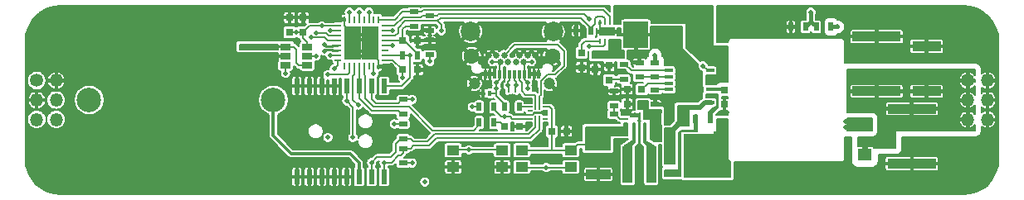
<source format=gbr>
G04 #@! TF.GenerationSoftware,KiCad,Pcbnew,(5.0.2)-1*
G04 #@! TF.CreationDate,2019-02-14T14:33:26-08:00*
G04 #@! TF.ProjectId,nixie_bottom_board,6e697869-655f-4626-9f74-746f6d5f626f,rev?*
G04 #@! TF.SameCoordinates,Original*
G04 #@! TF.FileFunction,Copper,L1,Top*
G04 #@! TF.FilePolarity,Positive*
%FSLAX46Y46*%
G04 Gerber Fmt 4.6, Leading zero omitted, Abs format (unit mm)*
G04 Created by KiCad (PCBNEW (5.0.2)-1) date 2/14/2019 2:33:26 PM*
%MOMM*%
%LPD*%
G01*
G04 APERTURE LIST*
G04 #@! TA.AperFunction,SMDPad,CuDef*
%ADD10R,2.500000X1.000000*%
G04 #@! TD*
G04 #@! TA.AperFunction,SMDPad,CuDef*
%ADD11R,0.500000X0.900000*%
G04 #@! TD*
G04 #@! TA.AperFunction,SMDPad,CuDef*
%ADD12R,1.725000X1.725000*%
G04 #@! TD*
G04 #@! TA.AperFunction,SMDPad,CuDef*
%ADD13R,0.250000X0.700000*%
G04 #@! TD*
G04 #@! TA.AperFunction,SMDPad,CuDef*
%ADD14R,0.700000X0.250000*%
G04 #@! TD*
G04 #@! TA.AperFunction,SMDPad,CuDef*
%ADD15R,1.000000X3.800000*%
G04 #@! TD*
G04 #@! TA.AperFunction,SMDPad,CuDef*
%ADD16R,0.750000X0.800000*%
G04 #@! TD*
G04 #@! TA.AperFunction,SMDPad,CuDef*
%ADD17R,0.800000X0.800000*%
G04 #@! TD*
G04 #@! TA.AperFunction,ComponentPad*
%ADD18C,1.200000*%
G04 #@! TD*
G04 #@! TA.AperFunction,ComponentPad*
%ADD19C,0.650000*%
G04 #@! TD*
G04 #@! TA.AperFunction,ComponentPad*
%ADD20C,2.000000*%
G04 #@! TD*
G04 #@! TA.AperFunction,ComponentPad*
%ADD21C,1.600000*%
G04 #@! TD*
G04 #@! TA.AperFunction,SMDPad,CuDef*
%ADD22R,0.300000X0.900000*%
G04 #@! TD*
G04 #@! TA.AperFunction,SMDPad,CuDef*
%ADD23R,0.800000X0.750000*%
G04 #@! TD*
G04 #@! TA.AperFunction,SMDPad,CuDef*
%ADD24R,0.600000X1.500000*%
G04 #@! TD*
G04 #@! TA.AperFunction,ComponentPad*
%ADD25C,1.350000*%
G04 #@! TD*
G04 #@! TA.AperFunction,ComponentPad*
%ADD26O,1.350000X1.350000*%
G04 #@! TD*
G04 #@! TA.AperFunction,SMDPad,CuDef*
%ADD27R,0.200000X0.700000*%
G04 #@! TD*
G04 #@! TA.AperFunction,SMDPad,CuDef*
%ADD28R,0.500000X0.200000*%
G04 #@! TD*
G04 #@! TA.AperFunction,SMDPad,CuDef*
%ADD29R,0.250000X1.800000*%
G04 #@! TD*
G04 #@! TA.AperFunction,SMDPad,CuDef*
%ADD30R,0.600000X0.250000*%
G04 #@! TD*
G04 #@! TA.AperFunction,SMDPad,CuDef*
%ADD31R,0.250000X0.600000*%
G04 #@! TD*
G04 #@! TA.AperFunction,SMDPad,CuDef*
%ADD32R,1.300000X1.000000*%
G04 #@! TD*
G04 #@! TA.AperFunction,SMDPad,CuDef*
%ADD33R,0.200000X0.200000*%
G04 #@! TD*
G04 #@! TA.AperFunction,SMDPad,CuDef*
%ADD34R,0.300000X0.550000*%
G04 #@! TD*
G04 #@! TA.AperFunction,SMDPad,CuDef*
%ADD35R,2.550000X2.700000*%
G04 #@! TD*
G04 #@! TA.AperFunction,SMDPad,CuDef*
%ADD36R,1.150000X0.700000*%
G04 #@! TD*
G04 #@! TA.AperFunction,SMDPad,CuDef*
%ADD37R,3.300000X4.200000*%
G04 #@! TD*
G04 #@! TA.AperFunction,SMDPad,CuDef*
%ADD38R,1.300000X4.700000*%
G04 #@! TD*
G04 #@! TA.AperFunction,SMDPad,CuDef*
%ADD39R,1.250000X1.000000*%
G04 #@! TD*
G04 #@! TA.AperFunction,SMDPad,CuDef*
%ADD40R,3.000000X1.000000*%
G04 #@! TD*
G04 #@! TA.AperFunction,SMDPad,CuDef*
%ADD41R,5.000000X1.000000*%
G04 #@! TD*
G04 #@! TA.AperFunction,SMDPad,CuDef*
%ADD42R,0.900000X0.500000*%
G04 #@! TD*
G04 #@! TA.AperFunction,ComponentPad*
%ADD43C,0.800000*%
G04 #@! TD*
G04 #@! TA.AperFunction,ComponentPad*
%ADD44C,4.500000*%
G04 #@! TD*
G04 #@! TA.AperFunction,ComponentPad*
%ADD45C,5.000000*%
G04 #@! TD*
G04 #@! TA.AperFunction,SMDPad,CuDef*
%ADD46R,0.700000X1.300000*%
G04 #@! TD*
G04 #@! TA.AperFunction,SMDPad,CuDef*
%ADD47R,1.060000X0.650000*%
G04 #@! TD*
G04 #@! TA.AperFunction,SMDPad,CuDef*
%ADD48R,0.825000X0.712500*%
G04 #@! TD*
G04 #@! TA.AperFunction,SMDPad,CuDef*
%ADD49R,0.890000X0.420000*%
G04 #@! TD*
G04 #@! TA.AperFunction,SMDPad,CuDef*
%ADD50R,1.400000X1.200000*%
G04 #@! TD*
G04 #@! TA.AperFunction,SMDPad,CuDef*
%ADD51R,0.700000X0.900000*%
G04 #@! TD*
G04 #@! TA.AperFunction,SMDPad,CuDef*
%ADD52R,0.250000X0.500000*%
G04 #@! TD*
G04 #@! TA.AperFunction,SMDPad,CuDef*
%ADD53R,1.600000X0.900000*%
G04 #@! TD*
G04 #@! TA.AperFunction,BGAPad,CuDef*
%ADD54C,14.000000*%
G04 #@! TD*
G04 #@! TA.AperFunction,ComponentPad*
%ADD55C,2.500000*%
G04 #@! TD*
G04 #@! TA.AperFunction,ViaPad*
%ADD56C,0.508000*%
G04 #@! TD*
G04 #@! TA.AperFunction,Conductor*
%ADD57C,0.200000*%
G04 #@! TD*
G04 #@! TA.AperFunction,Conductor*
%ADD58C,0.300000*%
G04 #@! TD*
G04 #@! TA.AperFunction,Conductor*
%ADD59C,0.400000*%
G04 #@! TD*
G04 #@! TA.AperFunction,Conductor*
%ADD60C,0.150000*%
G04 #@! TD*
G04 #@! TA.AperFunction,Conductor*
%ADD61C,0.250000*%
G04 #@! TD*
G04 #@! TA.AperFunction,Conductor*
%ADD62C,0.127000*%
G04 #@! TD*
G04 #@! TA.AperFunction,Conductor*
%ADD63C,0.100000*%
G04 #@! TD*
G04 APERTURE END LIST*
D10*
G04 #@! TO.P,C11,1*
G04 #@! TO.N,/GND*
X158800000Y-107600000D03*
G04 #@! TO.P,C11,2*
G04 #@! TO.N,/VDD*
X158800000Y-104600000D03*
G04 #@! TD*
D11*
G04 #@! TO.P,R20,1*
G04 #@! TO.N,/HV_OUT*
X182550000Y-92500000D03*
G04 #@! TO.P,R20,2*
G04 #@! TO.N,Net-(R20-Pad2)*
X181050000Y-92500000D03*
G04 #@! TD*
G04 #@! TO.P,R21,2*
G04 #@! TO.N,Net-(R20-Pad2)*
X179950000Y-92500000D03*
G04 #@! TO.P,R21,1*
G04 #@! TO.N,/GND*
X178450000Y-92500000D03*
G04 #@! TD*
D12*
G04 #@! TO.P,U2,33*
G04 #@! TO.N,/GND*
X135512500Y-95012500D03*
X135512500Y-93287500D03*
X133787500Y-95012500D03*
X133787500Y-93287500D03*
D13*
G04 #@! TO.P,U2,32*
X136400000Y-96550000D03*
G04 #@! TO.P,U2,31*
G04 #@! TO.N,Net-(R2-Pad1)*
X135900000Y-96550000D03*
G04 #@! TO.P,U2,30*
G04 #@! TO.N,Net-(U2-Pad30)*
X135400000Y-96550000D03*
G04 #@! TO.P,U2,29*
G04 #@! TO.N,/LED*
X134900000Y-96550000D03*
G04 #@! TO.P,U2,28*
G04 #@! TO.N,/RTC*
X134400000Y-96550000D03*
G04 #@! TO.P,U2,27*
G04 #@! TO.N,/USB*
X133900000Y-96550000D03*
G04 #@! TO.P,U2,26*
G04 #@! TO.N,/SWO*
X133400000Y-96550000D03*
G04 #@! TO.P,U2,25*
G04 #@! TO.N,Net-(U2-Pad25)*
X132900000Y-96550000D03*
D14*
G04 #@! TO.P,U2,24*
G04 #@! TO.N,/SWCLK*
X132250000Y-95900000D03*
G04 #@! TO.P,U2,23*
G04 #@! TO.N,/SWDIO*
X132250000Y-95400000D03*
G04 #@! TO.P,U2,22*
G04 #@! TO.N,/USB_P*
X132250000Y-94900000D03*
G04 #@! TO.P,U2,21*
G04 #@! TO.N,/USB_N*
X132250000Y-94400000D03*
G04 #@! TO.P,U2,20*
G04 #@! TO.N,/SDA*
X132250000Y-93900000D03*
G04 #@! TO.P,U2,19*
G04 #@! TO.N,/SCL*
X132250000Y-93400000D03*
G04 #@! TO.P,U2,18*
G04 #@! TO.N,/MCO*
X132250000Y-92900000D03*
G04 #@! TO.P,U2,17*
G04 #@! TO.N,/VDD*
X132250000Y-92400000D03*
D13*
G04 #@! TO.P,U2,16*
G04 #@! TO.N,/GND*
X132900000Y-91750000D03*
G04 #@! TO.P,U2,15*
G04 #@! TO.N,/AMP_EN*
X133400000Y-91750000D03*
G04 #@! TO.P,U2,14*
G04 #@! TO.N,Net-(U2-Pad14)*
X133900000Y-91750000D03*
G04 #@! TO.P,U2,13*
G04 #@! TO.N,/NIXIE_EN*
X134400000Y-91750000D03*
G04 #@! TO.P,U2,12*
G04 #@! TO.N,Net-(U2-Pad12)*
X134900000Y-91750000D03*
G04 #@! TO.P,U2,11*
G04 #@! TO.N,/DAC*
X135400000Y-91750000D03*
G04 #@! TO.P,U2,10*
G04 #@! TO.N,Net-(U2-Pad10)*
X135900000Y-91750000D03*
G04 #@! TO.P,U2,9*
G04 #@! TO.N,/FAULT*
X136400000Y-91750000D03*
D14*
G04 #@! TO.P,U2,8*
G04 #@! TO.N,/HV_EN*
X137050000Y-92400000D03*
G04 #@! TO.P,U2,7*
G04 #@! TO.N,Net-(R20-Pad2)*
X137050000Y-92900000D03*
G04 #@! TO.P,U2,6*
G04 #@! TO.N,/ILM*
X137050000Y-93400000D03*
G04 #@! TO.P,U2,5*
G04 #@! TO.N,/VDD*
X137050000Y-93900000D03*
G04 #@! TO.P,U2,4*
G04 #@! TO.N,/NRST*
X137050000Y-94400000D03*
G04 #@! TO.P,U2,3*
G04 #@! TO.N,Net-(U2-Pad3)*
X137050000Y-94900000D03*
G04 #@! TO.P,U2,2*
G04 #@! TO.N,/32kHz*
X137050000Y-95400000D03*
G04 #@! TO.P,U2,1*
G04 #@! TO.N,/VDD*
X137050000Y-95900000D03*
G04 #@! TD*
D15*
G04 #@! TO.P,L1,1*
G04 #@! TO.N,Net-(L1-Pad1)*
X164200000Y-106600000D03*
G04 #@! TO.P,L1,2*
G04 #@! TO.N,Net-(L1-Pad2)*
X161800000Y-106600000D03*
G04 #@! TD*
D16*
G04 #@! TO.P,C17,1*
G04 #@! TO.N,Net-(C17-Pad1)*
X157100000Y-95150000D03*
G04 #@! TO.P,C17,2*
G04 #@! TO.N,/GND*
X157100000Y-96650000D03*
G04 #@! TD*
D17*
G04 #@! TO.P,D5,1*
G04 #@! TO.N,/GND*
X150800000Y-102700000D03*
G04 #@! TO.P,D5,2*
G04 #@! TO.N,Net-(D5-Pad2)*
X149200000Y-102700000D03*
G04 #@! TD*
D11*
G04 #@! TO.P,R13,2*
G04 #@! TO.N,Net-(D5-Pad2)*
X148150000Y-102300000D03*
G04 #@! TO.P,R13,1*
G04 #@! TO.N,/LED*
X146650000Y-102300000D03*
G04 #@! TD*
D18*
G04 #@! TO.P,J1,S1*
G04 #@! TO.N,/GND*
X146155000Y-98310000D03*
X153845000Y-98310000D03*
D19*
G04 #@! TO.P,J1,B11*
X152400000Y-95410000D03*
G04 #@! TO.P,J1,B10*
X151600000Y-95410000D03*
G04 #@! TO.P,J1,B8*
X150800000Y-95410000D03*
G04 #@! TO.P,J1,B5*
G04 #@! TO.N,/CC2*
X149200000Y-95410000D03*
G04 #@! TO.P,J1,B3*
G04 #@! TO.N,/GND*
X148400000Y-95410000D03*
G04 #@! TO.P,J1,B2*
X147600000Y-95410000D03*
G04 #@! TO.P,J1,B12*
X152800000Y-96110000D03*
G04 #@! TO.P,J1,B9*
G04 #@! TO.N,/VBUS*
X151200000Y-96110000D03*
G04 #@! TO.P,J1,B7*
G04 #@! TO.N,/USB_N*
X150400000Y-96110000D03*
G04 #@! TO.P,J1,B6*
G04 #@! TO.N,/USB_P*
X149600000Y-96110000D03*
G04 #@! TO.P,J1,B4*
G04 #@! TO.N,/VBUS*
X148800000Y-96110000D03*
G04 #@! TO.P,J1,B1*
G04 #@! TO.N,/GND*
X147200000Y-96110000D03*
D20*
G04 #@! TO.P,J1,S1*
X154220000Y-92995000D03*
X145780000Y-92995000D03*
D21*
X145870000Y-95510000D03*
D22*
G04 #@! TO.P,J1,A11*
X147750000Y-97330000D03*
G04 #@! TO.P,J1,A8*
X149250000Y-97330000D03*
G04 #@! TO.P,J1,A9*
G04 #@! TO.N,/VBUS*
X148750000Y-97330000D03*
G04 #@! TO.P,J1,A10*
G04 #@! TO.N,/GND*
X148250000Y-97330000D03*
G04 #@! TO.P,J1,A12*
X147250000Y-97330000D03*
G04 #@! TO.P,J1,A7*
G04 #@! TO.N,/USB_N*
X149750000Y-97330000D03*
G04 #@! TO.P,J1,A6*
G04 #@! TO.N,/USB_P*
X150250000Y-97330000D03*
G04 #@! TO.P,J1,A5*
G04 #@! TO.N,/CC1*
X150750000Y-97330000D03*
G04 #@! TO.P,J1,A4*
G04 #@! TO.N,/VBUS*
X151250000Y-97330000D03*
G04 #@! TO.P,J1,A3*
G04 #@! TO.N,/GND*
X151750000Y-97330000D03*
G04 #@! TO.P,J1,A2*
X152250000Y-97330000D03*
G04 #@! TO.P,J1,A1*
X152750000Y-97330000D03*
D21*
G04 #@! TO.P,J1,S1*
X154130000Y-95510000D03*
G04 #@! TD*
D23*
G04 #@! TO.P,C12,1*
G04 #@! TO.N,/VDD*
X138850000Y-96900000D03*
G04 #@! TO.P,C12,2*
G04 #@! TO.N,/GND*
X140350000Y-96900000D03*
G04 #@! TD*
G04 #@! TO.P,C13,2*
G04 #@! TO.N,/GND*
X140350000Y-93900000D03*
G04 #@! TO.P,C13,1*
G04 #@! TO.N,/VDD*
X138850000Y-93900000D03*
G04 #@! TD*
D24*
G04 #@! TO.P,U4,1*
G04 #@! TO.N,/32kHz*
X136945000Y-98550000D03*
G04 #@! TO.P,U4,2*
G04 #@! TO.N,/VDD*
X135675000Y-98550000D03*
G04 #@! TO.P,U4,3*
G04 #@! TO.N,/RTC*
X134405000Y-98550000D03*
G04 #@! TO.P,U4,4*
G04 #@! TO.N,/NRST*
X133135000Y-98550000D03*
G04 #@! TO.P,U4,5*
G04 #@! TO.N,/GND*
X131865000Y-98550000D03*
G04 #@! TO.P,U4,6*
X130595000Y-98550000D03*
G04 #@! TO.P,U4,7*
X129325000Y-98550000D03*
G04 #@! TO.P,U4,8*
X128055000Y-98550000D03*
G04 #@! TO.P,U4,9*
X128055000Y-107850000D03*
G04 #@! TO.P,U4,10*
X129325000Y-107850000D03*
G04 #@! TO.P,U4,11*
X130595000Y-107850000D03*
G04 #@! TO.P,U4,12*
X131865000Y-107850000D03*
G04 #@! TO.P,U4,13*
X133135000Y-107850000D03*
G04 #@! TO.P,U4,14*
G04 #@! TO.N,Net-(BT1-Pad1)*
X134405000Y-107850000D03*
G04 #@! TO.P,U4,15*
G04 #@! TO.N,/SDA*
X135675000Y-107850000D03*
G04 #@! TO.P,U4,16*
G04 #@! TO.N,/SCL*
X136945000Y-107850000D03*
G04 #@! TD*
D11*
G04 #@! TO.P,R1,1*
G04 #@! TO.N,/VBUS*
X149250000Y-100700000D03*
G04 #@! TO.P,R1,2*
G04 #@! TO.N,Net-(R1-Pad2)*
X150750000Y-100700000D03*
G04 #@! TD*
D25*
G04 #@! TO.P,J4,1*
G04 #@! TO.N,/VNIXIE*
X101500000Y-98000000D03*
D26*
G04 #@! TO.P,J4,2*
G04 #@! TO.N,/GND*
X103500000Y-98000000D03*
G04 #@! TO.P,J4,3*
X101500000Y-100000000D03*
G04 #@! TO.P,J4,4*
G04 #@! TO.N,/SCL*
X103500000Y-100000000D03*
G04 #@! TO.P,J4,5*
G04 #@! TO.N,/NIXIE_EN*
X101500000Y-102000000D03*
G04 #@! TO.P,J4,6*
G04 #@! TO.N,/SDA*
X103500000Y-102000000D03*
G04 #@! TD*
D25*
G04 #@! TO.P,J3,1*
G04 #@! TO.N,/HV_OUT*
X196500000Y-98000000D03*
D26*
G04 #@! TO.P,J3,2*
G04 #@! TO.N,/GND*
X198500000Y-98000000D03*
G04 #@! TO.P,J3,3*
G04 #@! TO.N,/HV_OUT*
X196500000Y-100000000D03*
G04 #@! TO.P,J3,4*
G04 #@! TO.N,/GND*
X198500000Y-100000000D03*
G04 #@! TO.P,J3,5*
G04 #@! TO.N,/HV_OUT*
X196500000Y-102000000D03*
G04 #@! TO.P,J3,6*
G04 #@! TO.N,/GND*
X198500000Y-102000000D03*
G04 #@! TD*
D27*
G04 #@! TO.P,U1,1*
G04 #@! TO.N,/CC2*
X152800000Y-100650000D03*
G04 #@! TO.P,U1,2*
G04 #@! TO.N,/CC1*
X152400000Y-100650000D03*
D28*
G04 #@! TO.P,U1,3*
G04 #@! TO.N,Net-(R1-Pad2)*
X151850000Y-100700000D03*
G04 #@! TO.P,U1,4*
G04 #@! TO.N,Net-(U1-Pad4)*
X151850000Y-101100000D03*
G04 #@! TO.P,U1,5*
G04 #@! TO.N,/GND*
X151850000Y-101500000D03*
G04 #@! TO.P,U1,6*
G04 #@! TO.N,/USB*
X151850000Y-101900000D03*
D27*
G04 #@! TO.P,U1,7*
G04 #@! TO.N,/SDA*
X152400000Y-101950000D03*
G04 #@! TO.P,U1,8*
G04 #@! TO.N,/SCL*
X152800000Y-101950000D03*
D28*
G04 #@! TO.P,U1,9*
G04 #@! TO.N,Net-(U1-Pad9)*
X153350000Y-101900000D03*
G04 #@! TO.P,U1,10*
G04 #@! TO.N,/GND*
X153350000Y-101500000D03*
G04 #@! TO.P,U1,11*
X153350000Y-101100000D03*
G04 #@! TO.P,U1,12*
G04 #@! TO.N,/VDD*
X153350000Y-100700000D03*
G04 #@! TD*
D29*
G04 #@! TO.P,U3,1*
G04 #@! TO.N,Net-(L1-Pad2)*
X162500000Y-103250000D03*
G04 #@! TO.P,U3,2*
G04 #@! TO.N,/GND*
X163000000Y-103250000D03*
G04 #@! TO.P,U3,3*
G04 #@! TO.N,Net-(L1-Pad1)*
X163500000Y-103250000D03*
D30*
G04 #@! TO.P,U3,4*
G04 #@! TO.N,/VBUS*
X164400000Y-103450000D03*
G04 #@! TO.P,U3,5*
X164400000Y-102950000D03*
G04 #@! TO.P,U3,6*
X164400000Y-102450000D03*
G04 #@! TO.P,U3,7*
X164400000Y-101950000D03*
D31*
G04 #@! TO.P,U3,8*
X163500000Y-101550000D03*
G04 #@! TO.P,U3,9*
G04 #@! TO.N,/GND*
X163000000Y-101550000D03*
G04 #@! TO.P,U3,10*
X162500000Y-101550000D03*
D30*
G04 #@! TO.P,U3,11*
G04 #@! TO.N,Net-(R16-Pad1)*
X161600000Y-101950000D03*
G04 #@! TO.P,U3,12*
G04 #@! TO.N,/VDD*
X161600000Y-102450000D03*
G04 #@! TO.P,U3,13*
X161600000Y-102950000D03*
G04 #@! TO.P,U3,14*
X161600000Y-103450000D03*
G04 #@! TD*
D32*
G04 #@! TO.P,SW1,1*
G04 #@! TO.N,/GND*
X149000000Y-106850000D03*
G04 #@! TO.P,SW1,2*
G04 #@! TO.N,/NRST*
X149000000Y-105150000D03*
X144000000Y-105140000D03*
G04 #@! TO.P,SW1,1*
G04 #@! TO.N,/GND*
X144000000Y-106850000D03*
G04 #@! TD*
G04 #@! TO.P,SW2,1*
G04 #@! TO.N,Net-(R2-Pad1)*
X156000000Y-106850000D03*
G04 #@! TO.P,SW2,2*
G04 #@! TO.N,/VDD*
X156000000Y-105150000D03*
X151000000Y-105140000D03*
G04 #@! TO.P,SW2,1*
G04 #@! TO.N,Net-(R2-Pad1)*
X151000000Y-106850000D03*
G04 #@! TD*
D33*
G04 #@! TO.P,D2,3*
G04 #@! TO.N,/CC2*
X152940000Y-99450000D03*
G04 #@! TO.P,D2,2*
G04 #@! TO.N,/CC1*
X152260000Y-99450000D03*
G04 #@! TO.P,D2,1*
G04 #@! TO.N,/GND*
X152600000Y-99150000D03*
G04 #@! TD*
G04 #@! TO.P,D3,3*
G04 #@! TO.N,/USB_N*
X149660000Y-99150000D03*
G04 #@! TO.P,D3,2*
G04 #@! TO.N,/USB_P*
X150340000Y-99150000D03*
G04 #@! TO.P,D3,1*
G04 #@! TO.N,/GND*
X150000000Y-99450000D03*
G04 #@! TD*
D34*
G04 #@! TO.P,D1,2*
G04 #@! TO.N,/GND*
X147050000Y-99300000D03*
G04 #@! TO.P,D1,1*
G04 #@! TO.N,/VBUS*
X147750000Y-99300000D03*
G04 #@! TD*
D16*
G04 #@! TO.P,C16,2*
G04 #@! TO.N,/GND*
X127300000Y-91550000D03*
G04 #@! TO.P,C16,1*
G04 #@! TO.N,/VDD*
X127300000Y-93050000D03*
G04 #@! TD*
D11*
G04 #@! TO.P,R3,1*
G04 #@! TO.N,/VDD*
X146650000Y-100700000D03*
G04 #@! TO.P,R3,2*
G04 #@! TO.N,/USB*
X148150000Y-100700000D03*
G04 #@! TD*
D23*
G04 #@! TO.P,C3,1*
G04 #@! TO.N,/VBUS*
X163250000Y-100400000D03*
G04 #@! TO.P,C3,2*
G04 #@! TO.N,/GND*
X161750000Y-100400000D03*
G04 #@! TD*
D35*
G04 #@! TO.P,C1,1*
G04 #@! TO.N,/GND*
X162650000Y-93300000D03*
G04 #@! TO.P,C1,2*
G04 #@! TO.N,/HV_IN*
X169000000Y-93300000D03*
G04 #@! TD*
D36*
G04 #@! TO.P,Q1,2*
G04 #@! TO.N,Net-(Q1-Pad2)*
X166100000Y-107510000D03*
D37*
G04 #@! TO.P,Q1,1*
G04 #@! TO.N,Net-(Q1-Pad1)*
X169135000Y-105600000D03*
D38*
X171200000Y-105600000D03*
D36*
G04 #@! TO.P,Q1,3*
G04 #@! TO.N,Net-(Q1-Pad3)*
X166100000Y-106240000D03*
X166100000Y-103690000D03*
X166100000Y-104960000D03*
G04 #@! TD*
D16*
G04 #@! TO.P,C15,1*
G04 #@! TO.N,/GND*
X128700000Y-91550000D03*
G04 #@! TO.P,C15,2*
G04 #@! TO.N,/VDD*
X128700000Y-93050000D03*
G04 #@! TD*
D23*
G04 #@! TO.P,C14,1*
G04 #@! TO.N,/GND*
X155550000Y-103200000D03*
G04 #@! TO.P,C14,2*
G04 #@! TO.N,/VDD*
X154050000Y-103200000D03*
G04 #@! TD*
D16*
G04 #@! TO.P,C2,1*
G04 #@! TO.N,/VBUS*
X158500000Y-95350000D03*
G04 #@! TO.P,C2,2*
G04 #@! TO.N,/GND*
X158500000Y-96850000D03*
G04 #@! TD*
D23*
G04 #@! TO.P,C6,1*
G04 #@! TO.N,Net-(C6-Pad1)*
X163250000Y-98900000D03*
G04 #@! TO.P,C6,2*
G04 #@! TO.N,/GND*
X161750000Y-98900000D03*
G04 #@! TD*
D39*
G04 #@! TO.P,C4,2*
G04 #@! TO.N,/HV_IN*
X171500000Y-95600000D03*
G04 #@! TO.P,C4,1*
G04 #@! TO.N,/GND*
X171500000Y-93600000D03*
G04 #@! TD*
D40*
G04 #@! TO.P,C9,2*
G04 #@! TO.N,/HV_OUT*
X192300000Y-99100000D03*
G04 #@! TO.P,C9,1*
G04 #@! TO.N,/GND*
X192300000Y-94500000D03*
G04 #@! TD*
D41*
G04 #@! TO.P,C8,2*
G04 #@! TO.N,/HV_OUT*
X190800000Y-100900000D03*
G04 #@! TO.P,C8,1*
G04 #@! TO.N,/GND*
X190800000Y-106500000D03*
G04 #@! TD*
D42*
G04 #@! TO.P,R19,1*
G04 #@! TO.N,/RTC*
X138900000Y-101450000D03*
G04 #@! TO.P,R19,2*
G04 #@! TO.N,/VDD*
X138900000Y-99950000D03*
G04 #@! TD*
D11*
G04 #@! TO.P,R18,1*
G04 #@! TO.N,/VDD*
X140350000Y-95400000D03*
G04 #@! TO.P,R18,2*
G04 #@! TO.N,/32kHz*
X138850000Y-95400000D03*
G04 #@! TD*
D42*
G04 #@! TO.P,R17,1*
G04 #@! TO.N,/GND*
X160400000Y-99050000D03*
G04 #@! TO.P,R17,2*
G04 #@! TO.N,Net-(R16-Pad1)*
X160400000Y-100550000D03*
G04 #@! TD*
G04 #@! TO.P,R16,1*
G04 #@! TO.N,Net-(R16-Pad1)*
X160400000Y-101450000D03*
G04 #@! TO.P,R16,2*
G04 #@! TO.N,/VDD*
X160400000Y-102950000D03*
G04 #@! TD*
D43*
G04 #@! TO.P,MH1,1*
G04 #@! TO.N,/GND*
X104237437Y-91862563D03*
X104750000Y-93100000D03*
X104237437Y-94337437D03*
X103000000Y-94850000D03*
X101762563Y-94337437D03*
X101250000Y-93100000D03*
X101762563Y-91862563D03*
X103000000Y-91350000D03*
D44*
X103000000Y-93100000D03*
G04 #@! TD*
G04 #@! TO.P,MH2,1*
G04 #@! TO.N,/GND*
X103000000Y-107000000D03*
D43*
X103000000Y-105250000D03*
X101762563Y-105762563D03*
X101250000Y-107000000D03*
X101762563Y-108237437D03*
X103000000Y-108750000D03*
X104237437Y-108237437D03*
X104750000Y-107000000D03*
X104237437Y-105762563D03*
G04 #@! TD*
G04 #@! TO.P,MH3,1*
G04 #@! TO.N,/GND*
X198237437Y-91762563D03*
X198750000Y-93000000D03*
X198237437Y-94237437D03*
X197000000Y-94750000D03*
X195762563Y-94237437D03*
X195250000Y-93000000D03*
X195762563Y-91762563D03*
X197000000Y-91250000D03*
D44*
X197000000Y-93000000D03*
G04 #@! TD*
G04 #@! TO.P,MH4,1*
G04 #@! TO.N,/GND*
X197000000Y-107200000D03*
D43*
X197000000Y-105450000D03*
X195762563Y-105962563D03*
X195250000Y-107200000D03*
X195762563Y-108437437D03*
X197000000Y-108950000D03*
X198237437Y-108437437D03*
X198750000Y-107200000D03*
X198237437Y-105962563D03*
G04 #@! TD*
D45*
G04 #@! TO.P,MH6,1*
G04 #@! TO.N,/GND*
X157000000Y-100000000D03*
D43*
X158875000Y-100000000D03*
X158325825Y-101325825D03*
X157000000Y-101875000D03*
X155674175Y-101325825D03*
X155125000Y-100000000D03*
X155674175Y-98674175D03*
X157000000Y-98125000D03*
X158325825Y-98674175D03*
G04 #@! TD*
G04 #@! TO.P,MH5,1*
G04 #@! TO.N,/GND*
X144325825Y-98674175D03*
X143000000Y-98125000D03*
X141674175Y-98674175D03*
X141125000Y-100000000D03*
X141674175Y-101325825D03*
X143000000Y-101875000D03*
X144325825Y-101325825D03*
X144875000Y-100000000D03*
D45*
X143000000Y-100000000D03*
G04 #@! TD*
D16*
G04 #@! TO.P,C5,2*
G04 #@! TO.N,/GND*
X159900000Y-96450000D03*
G04 #@! TO.P,C5,1*
G04 #@! TO.N,Net-(C5-Pad1)*
X159900000Y-97950000D03*
G04 #@! TD*
G04 #@! TO.P,C7,2*
G04 #@! TO.N,/GND*
X171700000Y-100450000D03*
G04 #@! TO.P,C7,1*
G04 #@! TO.N,Net-(C7-Pad1)*
X171700000Y-98950000D03*
G04 #@! TD*
D42*
G04 #@! TO.P,R9,1*
G04 #@! TO.N,/GND*
X163000000Y-96150000D03*
G04 #@! TO.P,R9,2*
G04 #@! TO.N,Net-(R10-Pad2)*
X163000000Y-97650000D03*
G04 #@! TD*
G04 #@! TO.P,R6,1*
G04 #@! TO.N,/GND*
X164600000Y-100450000D03*
G04 #@! TO.P,R6,2*
G04 #@! TO.N,Net-(R6-Pad2)*
X164600000Y-98950000D03*
G04 #@! TD*
G04 #@! TO.P,R7,1*
G04 #@! TO.N,Net-(R7-Pad1)*
X161400000Y-96350000D03*
G04 #@! TO.P,R7,2*
G04 #@! TO.N,Net-(C5-Pad1)*
X161400000Y-97850000D03*
G04 #@! TD*
G04 #@! TO.P,R5,1*
G04 #@! TO.N,/SCL*
X138900000Y-104950000D03*
G04 #@! TO.P,R5,2*
G04 #@! TO.N,/VDD*
X138900000Y-106450000D03*
G04 #@! TD*
G04 #@! TO.P,R2,1*
G04 #@! TO.N,Net-(R2-Pad1)*
X141600000Y-95350000D03*
G04 #@! TO.P,R2,2*
G04 #@! TO.N,/GND*
X141600000Y-93850000D03*
G04 #@! TD*
D11*
G04 #@! TO.P,R8,1*
G04 #@! TO.N,Net-(Q1-Pad2)*
X168750000Y-101900000D03*
G04 #@! TO.P,R8,2*
G04 #@! TO.N,Net-(R8-Pad2)*
X170250000Y-101900000D03*
G04 #@! TD*
D42*
G04 #@! TO.P,R10,2*
G04 #@! TO.N,Net-(R10-Pad2)*
X164600000Y-97650000D03*
G04 #@! TO.P,R10,1*
G04 #@! TO.N,/HV_OUT*
X164600000Y-96150000D03*
G04 #@! TD*
D41*
G04 #@! TO.P,C10,1*
G04 #@! TO.N,/GND*
X187200000Y-93500000D03*
G04 #@! TO.P,C10,2*
G04 #@! TO.N,/HV_OUT*
X187200000Y-99100000D03*
G04 #@! TD*
D42*
G04 #@! TO.P,R4,1*
G04 #@! TO.N,/SDA*
X138900000Y-103950000D03*
G04 #@! TO.P,R4,2*
G04 #@! TO.N,/VDD*
X138900000Y-102450000D03*
G04 #@! TD*
D46*
G04 #@! TO.P,R11,2*
G04 #@! TO.N,Net-(Q1-Pad3)*
X167750000Y-101900000D03*
G04 #@! TO.P,R11,1*
G04 #@! TO.N,/GND*
X165850000Y-101900000D03*
G04 #@! TD*
D47*
G04 #@! TO.P,U5,1*
G04 #@! TO.N,/VNIXIE*
X126900000Y-94550000D03*
G04 #@! TO.P,U5,2*
G04 #@! TO.N,/GND*
X126900000Y-95500000D03*
G04 #@! TO.P,U5,3*
G04 #@! TO.N,/DAC*
X126900000Y-96450000D03*
G04 #@! TO.P,U5,4*
G04 #@! TO.N,/VNIXIE*
X129100000Y-96450000D03*
G04 #@! TO.P,U5,6*
G04 #@! TO.N,/VDD*
X129100000Y-94550000D03*
G04 #@! TO.P,U5,5*
G04 #@! TO.N,/AMP_EN*
X129100000Y-95500000D03*
G04 #@! TD*
D48*
G04 #@! TO.P,U6,13*
G04 #@! TO.N,/GND*
X167687500Y-97531250D03*
X167687500Y-98243750D03*
X167687500Y-98956250D03*
X167687500Y-99668750D03*
X168512500Y-97531250D03*
X168512500Y-98243750D03*
X168512500Y-98956250D03*
X168512500Y-99668750D03*
D49*
G04 #@! TO.P,U6,12*
G04 #@! TO.N,/HV_EN*
X170205000Y-96975000D03*
G04 #@! TO.P,U6,11*
G04 #@! TO.N,/HV_IN*
X170205000Y-97625000D03*
G04 #@! TO.P,U6,10*
X170205000Y-98275000D03*
G04 #@! TO.P,U6,9*
G04 #@! TO.N,Net-(C7-Pad1)*
X170205000Y-98925000D03*
G04 #@! TO.P,U6,8*
G04 #@! TO.N,Net-(R8-Pad2)*
X170205000Y-99575000D03*
G04 #@! TO.P,U6,7*
G04 #@! TO.N,Net-(Q1-Pad3)*
X170205000Y-100225000D03*
G04 #@! TO.P,U6,6*
G04 #@! TO.N,/GND*
X165995000Y-100225000D03*
G04 #@! TO.P,U6,5*
X165995000Y-99575000D03*
G04 #@! TO.P,U6,4*
G04 #@! TO.N,Net-(R6-Pad2)*
X165995000Y-98925000D03*
G04 #@! TO.P,U6,3*
G04 #@! TO.N,Net-(C6-Pad1)*
X165995000Y-98275000D03*
G04 #@! TO.P,U6,2*
G04 #@! TO.N,Net-(R10-Pad2)*
X165995000Y-97625000D03*
G04 #@! TO.P,U6,1*
G04 #@! TO.N,Net-(R7-Pad1)*
X165995000Y-96975000D03*
G04 #@! TD*
D50*
G04 #@! TO.P,D4,1*
G04 #@! TO.N,/HV_OUT*
X186000000Y-105550000D03*
G04 #@! TO.P,D4,2*
G04 #@! TO.N,Net-(D4-Pad2)*
X186000000Y-102450000D03*
G04 #@! TD*
D42*
G04 #@! TO.P,R12,2*
G04 #@! TO.N,/GND*
X141600000Y-92850000D03*
G04 #@! TO.P,R12,1*
G04 #@! TO.N,/HV_EN*
X141600000Y-91350000D03*
G04 #@! TD*
D11*
G04 #@! TO.P,R14,2*
G04 #@! TO.N,/GND*
X156550000Y-92900000D03*
G04 #@! TO.P,R14,1*
G04 #@! TO.N,/ILM*
X158050000Y-92900000D03*
G04 #@! TD*
D42*
G04 #@! TO.P,R15,1*
G04 #@! TO.N,/VDD*
X140000000Y-92450000D03*
G04 #@! TO.P,R15,2*
G04 #@! TO.N,/FAULT*
X140000000Y-90950000D03*
G04 #@! TD*
D51*
G04 #@! TO.P,U7,9*
G04 #@! TO.N,/GND*
X159250000Y-93000000D03*
X160150000Y-93000000D03*
D52*
G04 #@! TO.P,U7,6*
G04 #@! TO.N,/FAULT*
X159950000Y-92050000D03*
G04 #@! TO.P,U7,5*
G04 #@! TO.N,/HV_IN*
X160450000Y-92050000D03*
G04 #@! TO.P,U7,4*
G04 #@! TO.N,/VBUS*
X160450000Y-93950000D03*
G04 #@! TO.P,U7,2*
G04 #@! TO.N,/HV_EN*
X159450000Y-93950000D03*
G04 #@! TO.P,U7,1*
G04 #@! TO.N,Net-(C17-Pad1)*
X158950000Y-93950000D03*
D53*
G04 #@! TO.P,U7,9*
G04 #@! TO.N,/GND*
X159700000Y-93000000D03*
D52*
G04 #@! TO.P,U7,8*
X158950000Y-92050000D03*
G04 #@! TO.P,U7,7*
G04 #@! TO.N,/ILM*
X159450000Y-92050000D03*
G04 #@! TO.P,U7,3*
G04 #@! TO.N,/VBUS*
X159950000Y-93950000D03*
G04 #@! TD*
D54*
G04 #@! TO.P,BT1,2*
G04 #@! TO.N,/GND*
X116250000Y-100000000D03*
D55*
G04 #@! TO.P,BT1,1*
G04 #@! TO.N,N/C*
X106850000Y-100000000D03*
G04 #@! TO.N,Net-(BT1-Pad1)*
X125650000Y-100000000D03*
G04 #@! TD*
D56*
G04 #@! TO.N,Net-(Q1-Pad1)*
X171200000Y-105200000D03*
X171800000Y-105200000D03*
X171200000Y-104600000D03*
X171800000Y-104600000D03*
X171200000Y-104000000D03*
X171800000Y-104000000D03*
X171200000Y-103400000D03*
X171800000Y-103400000D03*
X171200000Y-102800000D03*
X171800000Y-102800000D03*
X171200000Y-102200000D03*
X171800000Y-102200000D03*
G04 #@! TO.N,/HV_OUT*
X164600000Y-95400000D03*
X190250000Y-99900000D03*
X183200000Y-92500000D03*
G04 #@! TO.N,/VDD*
X130600000Y-92400000D03*
X139800000Y-106450000D03*
X145950000Y-100700000D03*
X141100000Y-108400000D03*
X138000000Y-102450000D03*
X139800000Y-99950000D03*
X128000000Y-93050000D03*
X159600000Y-103100000D03*
X159000000Y-103100000D03*
X158400000Y-103100000D03*
X157800000Y-103100000D03*
X138850000Y-97700000D03*
X138850000Y-93900000D03*
X159600000Y-103700000D03*
X159000000Y-103700000D03*
X157800000Y-103700000D03*
X158400000Y-103700000D03*
X131230000Y-103835000D03*
G04 #@! TO.N,/VNIXIE*
X122500000Y-94550000D03*
G04 #@! TO.N,/SCL*
X130000000Y-93100000D03*
X136950000Y-106400000D03*
G04 #@! TO.N,/SDA*
X129500000Y-93600000D03*
X135675000Y-106400000D03*
G04 #@! TO.N,/HV_EN*
X169500000Y-96500000D03*
X157900000Y-94500000D03*
X157900000Y-91700000D03*
G04 #@! TO.N,/SWO*
X131225000Y-97400000D03*
G04 #@! TO.N,/NRST*
X137800000Y-94400000D03*
X145600000Y-105100000D03*
X133770000Y-103835000D03*
X133135000Y-100100000D03*
G04 #@! TO.N,/DAC*
X135400000Y-91000000D03*
X126900000Y-97250000D03*
G04 #@! TO.N,/USB_N*
X149600000Y-98500000D03*
X130900000Y-94325000D03*
G04 #@! TO.N,/USB_P*
X130900000Y-94975000D03*
X150400000Y-98500000D03*
G04 #@! TO.N,Net-(D4-Pad2)*
X184000000Y-102800000D03*
X184600000Y-102800000D03*
X185800000Y-102800000D03*
X186400000Y-102800000D03*
X186400000Y-102200000D03*
X185800000Y-102200000D03*
X184600000Y-102200000D03*
X184000000Y-102200000D03*
X185200000Y-102200000D03*
X185200000Y-102800000D03*
G04 #@! TO.N,/SWDIO*
X131500000Y-95400000D03*
G04 #@! TO.N,/SWCLK*
X131875000Y-96800000D03*
G04 #@! TO.N,/HV_IN*
X171800000Y-94800000D03*
X171200000Y-94800000D03*
X171200000Y-95400000D03*
X171800000Y-95400000D03*
X171800000Y-97200000D03*
X171800000Y-97800000D03*
X171200000Y-97200000D03*
X171200000Y-97800000D03*
X171800000Y-96600000D03*
X171200000Y-96600000D03*
X171200000Y-96000000D03*
X171800000Y-96000000D03*
G04 #@! TO.N,/USB*
X149250000Y-101700000D03*
X134300000Y-100500000D03*
G04 #@! TO.N,/ILM*
X142800000Y-92900000D03*
G04 #@! TO.N,/32kHz*
X139600000Y-95400000D03*
G04 #@! TO.N,/AMP_EN*
X130000000Y-95500000D03*
X133400000Y-91000000D03*
G04 #@! TO.N,/NIXIE_EN*
X134400000Y-91000000D03*
G04 #@! TO.N,/MCO*
X131500000Y-92900000D03*
G04 #@! TO.N,Net-(R2-Pad1)*
X135900000Y-97300000D03*
X153500000Y-106900000D03*
X141600000Y-96050000D03*
G04 #@! TO.N,Net-(R20-Pad2)*
X137800000Y-92900000D03*
X180500000Y-91000000D03*
G04 #@! TO.N,/GND*
X134500000Y-93800000D03*
X133900000Y-93800000D03*
X133300000Y-93800000D03*
X134500000Y-95500000D03*
X133900000Y-95500000D03*
X133300000Y-95500000D03*
X171900000Y-101300000D03*
X171300000Y-101300000D03*
X167687500Y-99668750D03*
X168512500Y-99668750D03*
X168512500Y-98956250D03*
X167687500Y-98956250D03*
X167687500Y-98243750D03*
X168512500Y-98243750D03*
X168512500Y-97531250D03*
X167687500Y-97531250D03*
X128000000Y-92250000D03*
X166350000Y-100800000D03*
X165750000Y-100800000D03*
X164600000Y-99750000D03*
X164500000Y-92800000D03*
X162100000Y-95200000D03*
X162700000Y-95200000D03*
X163300000Y-95200000D03*
X129800000Y-101300000D03*
X130900000Y-96300000D03*
X137900000Y-97800000D03*
X157900000Y-106700000D03*
X158500000Y-106700000D03*
X159100000Y-106700000D03*
X159700000Y-106700000D03*
X163000000Y-105000000D03*
X163000000Y-105600000D03*
X163000000Y-106200000D03*
X163000000Y-106800000D03*
X163000000Y-107400000D03*
X165100000Y-92800000D03*
X164500000Y-93400000D03*
X165100000Y-93400000D03*
X150000000Y-100700000D03*
X165850000Y-96150000D03*
X166450000Y-96150000D03*
X166450000Y-95550000D03*
X165850000Y-95550000D03*
X151700000Y-102550000D03*
X172600000Y-93500000D03*
X173200000Y-93500000D03*
X173800000Y-93500000D03*
X157900000Y-106100000D03*
X159100000Y-106100000D03*
X159700000Y-106100000D03*
X158500000Y-106100000D03*
X132500000Y-103835000D03*
X174400000Y-93500000D03*
G04 #@! TO.N,/VBUS*
X165000000Y-101400000D03*
X164400000Y-101400000D03*
X165000000Y-102000000D03*
X165000000Y-102600000D03*
X165000000Y-103200000D03*
X160200000Y-94900000D03*
X159300000Y-95400000D03*
X159900000Y-95400000D03*
X160500000Y-95400000D03*
X161100000Y-95400000D03*
X160800000Y-94900000D03*
X151600000Y-98200000D03*
X151600000Y-98800000D03*
X148400000Y-98200000D03*
X148400000Y-98800000D03*
X148000000Y-96100000D03*
X165000000Y-103800000D03*
X152000000Y-96100000D03*
X163250000Y-100400000D03*
G04 #@! TD*
D57*
G04 #@! TO.N,Net-(R1-Pad2)*
X150750000Y-100700000D02*
X151850000Y-100700000D01*
G04 #@! TO.N,Net-(R6-Pad2)*
X164625000Y-98925000D02*
X164600000Y-98950000D01*
X165995000Y-98925000D02*
X164625000Y-98925000D01*
D58*
G04 #@! TO.N,Net-(C7-Pad1)*
X171675000Y-98925000D02*
X171700000Y-98950000D01*
X170205000Y-98925000D02*
X171675000Y-98925000D01*
D59*
G04 #@! TO.N,/HV_OUT*
X164600000Y-96150000D02*
X164600000Y-95400000D01*
X182550000Y-92500000D02*
X183200000Y-92500000D01*
D57*
G04 #@! TO.N,/VDD*
X154000000Y-103150000D02*
X154050000Y-103200000D01*
X156000000Y-105150000D02*
X156150000Y-105150000D01*
X156725000Y-104575000D02*
X158800000Y-104575000D01*
X156150000Y-105150000D02*
X156725000Y-104575000D01*
X156000000Y-105150000D02*
X155950000Y-105150000D01*
X128700000Y-93650000D02*
X128700000Y-93050000D01*
X129100000Y-94550000D02*
X129100000Y-94050000D01*
X129100000Y-94050000D02*
X128700000Y-93650000D01*
X127300000Y-93050000D02*
X128000000Y-93050000D01*
X129350000Y-92400000D02*
X128700000Y-93050000D01*
X132250000Y-92400000D02*
X130600000Y-92400000D01*
X130600000Y-92400000D02*
X129350000Y-92400000D01*
X138900000Y-106450000D02*
X139800000Y-106450000D01*
X155990000Y-105140000D02*
X156000000Y-105150000D01*
X154050000Y-105090000D02*
X154100000Y-105140000D01*
X154050000Y-103200000D02*
X154050000Y-105090000D01*
X151000000Y-105140000D02*
X154100000Y-105140000D01*
X154100000Y-105140000D02*
X155990000Y-105140000D01*
X146650000Y-100700000D02*
X145950000Y-100700000D01*
X138900000Y-102450000D02*
X138000000Y-102450000D01*
X137050000Y-93900000D02*
X138650000Y-93900000D01*
X138900000Y-99950000D02*
X139800000Y-99950000D01*
X128000000Y-93050000D02*
X128700000Y-93050000D01*
X154050000Y-100900000D02*
X154050000Y-103200000D01*
X153350000Y-100700000D02*
X153850000Y-100700000D01*
X153850000Y-100700000D02*
X154050000Y-100900000D01*
X135675000Y-99875000D02*
X135675000Y-98550000D01*
X136100000Y-100300000D02*
X135675000Y-99875000D01*
X138400000Y-100300000D02*
X136100000Y-100300000D01*
X138900000Y-99950000D02*
X138750000Y-99950000D01*
X138750000Y-99950000D02*
X138400000Y-100300000D01*
X137850000Y-95900000D02*
X138850000Y-96900000D01*
X137050000Y-95900000D02*
X137850000Y-95900000D01*
X138850000Y-96900000D02*
X138850000Y-97700000D01*
X138850000Y-93900000D02*
X139000000Y-93900000D01*
X140350000Y-95250000D02*
X140350000Y-95400000D01*
X139000000Y-93900000D02*
X140350000Y-95250000D01*
X139150000Y-92450000D02*
X140000000Y-92450000D01*
X138850000Y-93900000D02*
X138850000Y-92750000D01*
X138850000Y-92750000D02*
X139150000Y-92450000D01*
G04 #@! TO.N,/VNIXIE*
X126900000Y-94550000D02*
X127750000Y-94550000D01*
X127750000Y-94550000D02*
X128000000Y-94800000D01*
X128000000Y-94800000D02*
X128000000Y-96200000D01*
X128250000Y-96450000D02*
X129100000Y-96450000D01*
X128000000Y-96200000D02*
X128250000Y-96450000D01*
G04 #@! TO.N,/SCL*
X130000000Y-93100000D02*
X131000000Y-93100000D01*
X131300000Y-93400000D02*
X132250000Y-93400000D01*
X131000000Y-93100000D02*
X131300000Y-93400000D01*
X136945000Y-107850000D02*
X136945000Y-106405000D01*
X136945000Y-106405000D02*
X136950000Y-106400000D01*
X138400000Y-105700000D02*
X138650000Y-105700000D01*
X138650000Y-105700000D02*
X138900000Y-105450000D01*
X138900000Y-105450000D02*
X138900000Y-104950000D01*
X136950000Y-106400000D02*
X137700000Y-106400000D01*
X137700000Y-106400000D02*
X138400000Y-105700000D01*
X152800000Y-103000000D02*
X152800000Y-101950000D01*
X139650000Y-104950000D02*
X139950000Y-104650000D01*
X138900000Y-104950000D02*
X139650000Y-104950000D01*
X139950000Y-104650000D02*
X141550000Y-104650000D01*
X142300000Y-103900000D02*
X151900000Y-103900000D01*
X141550000Y-104650000D02*
X142300000Y-103900000D01*
X151900000Y-103900000D02*
X152800000Y-103000000D01*
G04 #@! TO.N,/SDA*
X131200000Y-93900000D02*
X132250000Y-93900000D01*
X130900000Y-93600000D02*
X131200000Y-93900000D01*
X129500000Y-93600000D02*
X130900000Y-93600000D01*
X135675000Y-107850000D02*
X135675000Y-106400000D01*
X138650000Y-103950000D02*
X138900000Y-103950000D01*
X138150000Y-104450000D02*
X138650000Y-103950000D01*
X138150000Y-105350000D02*
X138150000Y-104450000D01*
X137650000Y-105850000D02*
X138150000Y-105350000D01*
X135675000Y-106400000D02*
X136225000Y-105850000D01*
X136225000Y-105850000D02*
X137650000Y-105850000D01*
X138950000Y-103950000D02*
X138900000Y-103950000D01*
X139650000Y-103950000D02*
X138950000Y-103950000D01*
X152400000Y-102800000D02*
X151700000Y-103500000D01*
X151700000Y-103500000D02*
X142100000Y-103500000D01*
X142100000Y-103500000D02*
X141350000Y-104250000D01*
X152400000Y-101950000D02*
X152400000Y-102800000D01*
X141350000Y-104250000D02*
X139950000Y-104250000D01*
X139950000Y-104250000D02*
X139650000Y-103950000D01*
G04 #@! TO.N,/HV_EN*
X170205000Y-96975000D02*
X169975000Y-96975000D01*
X169975000Y-96975000D02*
X169500000Y-96500000D01*
X159300000Y-94500000D02*
X157900000Y-94500000D01*
X159450000Y-93950000D02*
X159450000Y-94350000D01*
X159450000Y-94350000D02*
X159300000Y-94500000D01*
X142350000Y-91350000D02*
X141600000Y-91350000D01*
X142500000Y-91200000D02*
X142350000Y-91350000D01*
X157900000Y-91700000D02*
X157400000Y-91200000D01*
X157400000Y-91200000D02*
X142500000Y-91200000D01*
X140850000Y-91350000D02*
X141600000Y-91350000D01*
X140700000Y-91500000D02*
X140850000Y-91350000D01*
X138900000Y-91500000D02*
X140700000Y-91500000D01*
X137050000Y-92400000D02*
X138000000Y-92400000D01*
X138000000Y-92400000D02*
X138900000Y-91500000D01*
G04 #@! TO.N,Net-(R10-Pad2)*
X165970000Y-97650000D02*
X165995000Y-97625000D01*
X164600000Y-97650000D02*
X165970000Y-97650000D01*
X164600000Y-97650000D02*
X163000000Y-97650000D01*
G04 #@! TO.N,/SWO*
X133400000Y-97200000D02*
X133400000Y-96550000D01*
X133200000Y-97400000D02*
X133400000Y-97200000D01*
X131225000Y-97400000D02*
X133200000Y-97400000D01*
X131325000Y-97400000D02*
X131225000Y-97400000D01*
G04 #@! TO.N,/NRST*
X137050000Y-94400000D02*
X137800000Y-94400000D01*
X148990000Y-105140000D02*
X149000000Y-105150000D01*
X148950000Y-105100000D02*
X149000000Y-105150000D01*
X145600000Y-105100000D02*
X148950000Y-105100000D01*
X144040000Y-105100000D02*
X144000000Y-105140000D01*
X145600000Y-105100000D02*
X144040000Y-105100000D01*
X133770000Y-100735000D02*
X133135000Y-100100000D01*
X133770000Y-103835000D02*
X133770000Y-100735000D01*
X133135000Y-98550000D02*
X133135000Y-100100000D01*
G04 #@! TO.N,/CC1*
X152260000Y-99450000D02*
X152400000Y-99590000D01*
X152400000Y-99590000D02*
X152400000Y-100650000D01*
X151350000Y-99450000D02*
X152260000Y-99450000D01*
X151000000Y-99100000D02*
X151350000Y-99450000D01*
X151000000Y-98200000D02*
X151000000Y-99100000D01*
X150750000Y-97330000D02*
X150750000Y-97950000D01*
X150750000Y-97950000D02*
X151000000Y-98200000D01*
G04 #@! TO.N,/CC2*
X152800000Y-99590000D02*
X152800000Y-100650000D01*
X152940000Y-99450000D02*
X152800000Y-99590000D01*
D60*
X152940000Y-98060000D02*
X152940000Y-99450000D01*
X150260000Y-94350000D02*
X154650000Y-94350000D01*
X149200000Y-95410000D02*
X150260000Y-94350000D01*
X154650000Y-94350000D02*
X155300000Y-95000000D01*
X153600000Y-97400000D02*
X152940000Y-98060000D01*
X155300000Y-95000000D02*
X155300000Y-96500000D01*
X155300000Y-96500000D02*
X154400000Y-97400000D01*
X154400000Y-97400000D02*
X153600000Y-97400000D01*
D57*
G04 #@! TO.N,/DAC*
X135400000Y-91750000D02*
X135400000Y-91000000D01*
X126900000Y-96450000D02*
X126900000Y-97250000D01*
G04 #@! TO.N,/USB_N*
X149660000Y-99150000D02*
X149660000Y-98560000D01*
X149660000Y-98560000D02*
X149600000Y-98500000D01*
X149600000Y-98500000D02*
X149600000Y-98100000D01*
X149750000Y-97950000D02*
X149750000Y-97330000D01*
X149600000Y-98100000D02*
X149750000Y-97950000D01*
D61*
X132250000Y-94400000D02*
X131724999Y-94400000D01*
X131724999Y-94400000D02*
X131663499Y-94461500D01*
X131036500Y-94461500D02*
X131663499Y-94461500D01*
X130900000Y-94325000D02*
X131036500Y-94461500D01*
D57*
G04 #@! TO.N,/USB_P*
X150400000Y-98500000D02*
X150400000Y-98100000D01*
X150400000Y-98100000D02*
X150250000Y-97950000D01*
X150250000Y-97950000D02*
X150250000Y-97330000D01*
X150340000Y-98560000D02*
X150400000Y-98500000D01*
X150340000Y-99150000D02*
X150340000Y-98560000D01*
D61*
X131724999Y-94900000D02*
X131663499Y-94838500D01*
X132250000Y-94900000D02*
X131724999Y-94900000D01*
X131036500Y-94838500D02*
X131663499Y-94838500D01*
X130900000Y-94975000D02*
X131036500Y-94838500D01*
D57*
G04 #@! TO.N,/SWDIO*
X132250000Y-95400000D02*
X131500000Y-95400000D01*
G04 #@! TO.N,/SWCLK*
X132250000Y-95900000D02*
X132250000Y-96425000D01*
X132250000Y-96425000D02*
X131875000Y-96800000D01*
G04 #@! TO.N,Net-(R7-Pad1)*
X165995000Y-96975000D02*
X162175000Y-96975000D01*
X161550000Y-96350000D02*
X161400000Y-96350000D01*
X162175000Y-96975000D02*
X161550000Y-96350000D01*
G04 #@! TO.N,/USB*
X149800000Y-101700000D02*
X150000000Y-101900000D01*
X149250000Y-101700000D02*
X149800000Y-101700000D01*
X151850000Y-101900000D02*
X150000000Y-101900000D01*
X148150000Y-100700000D02*
X148150000Y-100950000D01*
X148900000Y-101700000D02*
X149250000Y-101700000D01*
X148150000Y-100950000D02*
X148900000Y-101700000D01*
X133900000Y-97400000D02*
X133900000Y-96550000D01*
X133775000Y-97525000D02*
X133900000Y-97400000D01*
X134300000Y-100500000D02*
X133775000Y-99975000D01*
X133775000Y-99975000D02*
X133775000Y-97525000D01*
G04 #@! TO.N,/ILM*
X142400000Y-91900000D02*
X142800000Y-92300000D01*
X142800000Y-92300000D02*
X142800000Y-92900000D01*
X158500000Y-91600000D02*
X158500000Y-92200000D01*
X158700000Y-91400000D02*
X158500000Y-91600000D01*
X159250000Y-91400000D02*
X158700000Y-91400000D01*
X159450000Y-92050000D02*
X159450000Y-91600000D01*
X159450000Y-91600000D02*
X159250000Y-91400000D01*
X157000000Y-91600000D02*
X158050000Y-92650000D01*
X142400000Y-91900000D02*
X142700000Y-91600000D01*
X142700000Y-91600000D02*
X157000000Y-91600000D01*
X158050000Y-92650000D02*
X158050000Y-92900000D01*
X158500000Y-92200000D02*
X158050000Y-92650000D01*
X139100000Y-91900000D02*
X142400000Y-91900000D01*
X138400000Y-92600000D02*
X139100000Y-91900000D01*
X138400000Y-93100000D02*
X138400000Y-92600000D01*
X137050000Y-93400000D02*
X138100000Y-93400000D01*
X138100000Y-93400000D02*
X138400000Y-93100000D01*
G04 #@! TO.N,/FAULT*
X140750000Y-90950000D02*
X140000000Y-90950000D01*
X140900000Y-90800000D02*
X140750000Y-90950000D01*
X159300000Y-90800000D02*
X140900000Y-90800000D01*
X159950000Y-92050000D02*
X159950000Y-91450000D01*
X159950000Y-91450000D02*
X159300000Y-90800000D01*
X138850000Y-90950000D02*
X140000000Y-90950000D01*
X136400000Y-91750000D02*
X138050000Y-91750000D01*
X138050000Y-91750000D02*
X138850000Y-90950000D01*
G04 #@! TO.N,/RTC*
X134345382Y-98637282D02*
X134350382Y-98642282D01*
X134400000Y-98545000D02*
X134405000Y-98550000D01*
X134400000Y-96550000D02*
X134400000Y-98545000D01*
X134405000Y-99805000D02*
X134405000Y-98550000D01*
X138900000Y-101450000D02*
X138650000Y-101450000D01*
X138900000Y-101450000D02*
X138750000Y-101450000D01*
X138750000Y-101450000D02*
X138400000Y-101100000D01*
X138400000Y-101100000D02*
X135700000Y-101100000D01*
X135700000Y-101100000D02*
X134405000Y-99805000D01*
G04 #@! TO.N,/32kHz*
X138650000Y-95400000D02*
X137050000Y-95400000D01*
X139600000Y-95400000D02*
X138650000Y-95400000D01*
X139600000Y-97700000D02*
X139600000Y-95400000D01*
X136945000Y-98550000D02*
X138750000Y-98550000D01*
X138750000Y-98550000D02*
X139600000Y-97700000D01*
G04 #@! TO.N,Net-(C5-Pad1)*
X160000000Y-97850000D02*
X159900000Y-97950000D01*
X161400000Y-97850000D02*
X160000000Y-97850000D01*
G04 #@! TO.N,Net-(R16-Pad1)*
X161600000Y-101950000D02*
X161050000Y-101950000D01*
X160550000Y-101450000D02*
X160400000Y-101450000D01*
X161050000Y-101950000D02*
X160550000Y-101450000D01*
X160400000Y-101450000D02*
X160400000Y-100550000D01*
G04 #@! TO.N,/AMP_EN*
X129100000Y-95500000D02*
X130000000Y-95500000D01*
X133400000Y-91750000D02*
X133400000Y-91000000D01*
D58*
G04 #@! TO.N,Net-(BT1-Pad1)*
X134405000Y-106405000D02*
X134405000Y-107850000D01*
X133500000Y-105500000D02*
X134405000Y-106405000D01*
X127500000Y-105500000D02*
X133500000Y-105500000D01*
X125650000Y-100000000D02*
X125650000Y-103650000D01*
X125650000Y-103650000D02*
X127500000Y-105500000D01*
D57*
G04 #@! TO.N,Net-(C6-Pad1)*
X163875000Y-98275000D02*
X163250000Y-98900000D01*
X165995000Y-98275000D02*
X163875000Y-98275000D01*
G04 #@! TO.N,/NIXIE_EN*
X134400000Y-91750000D02*
X134400000Y-91000000D01*
G04 #@! TO.N,/MCO*
X132250000Y-92900000D02*
X131500000Y-92900000D01*
G04 #@! TO.N,/LED*
X146650000Y-102550000D02*
X146650000Y-102300000D01*
X146100000Y-103100000D02*
X146650000Y-102550000D01*
X141900000Y-103100000D02*
X146100000Y-103100000D01*
X134900000Y-97400000D02*
X135050000Y-97550000D01*
X134900000Y-96550000D02*
X134900000Y-97400000D01*
X135050000Y-97550000D02*
X135050000Y-99850000D01*
X135050000Y-99850000D02*
X135900000Y-100700000D01*
X135900000Y-100700000D02*
X139500000Y-100700000D01*
X139500000Y-100700000D02*
X141900000Y-103100000D01*
G04 #@! TO.N,Net-(C17-Pad1)*
X158950000Y-93950000D02*
X157450000Y-93950000D01*
X157100000Y-94300000D02*
X157100000Y-95150000D01*
X157450000Y-93950000D02*
X157100000Y-94300000D01*
G04 #@! TO.N,Net-(R2-Pad1)*
X155990000Y-106850000D02*
X156000000Y-106860000D01*
X156000000Y-106860000D02*
X156540000Y-106860000D01*
X135900000Y-96550000D02*
X135900000Y-97300000D01*
X151050000Y-106900000D02*
X151000000Y-106850000D01*
X153500000Y-106900000D02*
X151050000Y-106900000D01*
X155950000Y-106900000D02*
X156000000Y-106850000D01*
X153500000Y-106900000D02*
X155950000Y-106900000D01*
X141600000Y-95350000D02*
X141600000Y-96050000D01*
G04 #@! TO.N,Net-(D5-Pad2)*
X148150000Y-102300000D02*
X148150000Y-102450000D01*
X148800000Y-102300000D02*
X149200000Y-102700000D01*
X148150000Y-102300000D02*
X148800000Y-102300000D01*
G04 #@! TO.N,Net-(R20-Pad2)*
X137050000Y-92900000D02*
X137800000Y-92900000D01*
D59*
X180500000Y-91950000D02*
X180500000Y-91000000D01*
X179950000Y-92500000D02*
X180500000Y-91950000D01*
X181050000Y-92500000D02*
X180500000Y-91950000D01*
D57*
G04 #@! TO.N,/GND*
X151750000Y-97330000D02*
X152250000Y-97330000D01*
X152250000Y-97330000D02*
X152750000Y-97330000D01*
X152750000Y-96160000D02*
X152800000Y-96110000D01*
X152750000Y-97330000D02*
X152750000Y-96160000D01*
X148250000Y-97330000D02*
X147750000Y-97330000D01*
X147750000Y-97330000D02*
X147250000Y-97330000D01*
X147250000Y-96160000D02*
X147200000Y-96110000D01*
X147250000Y-97330000D02*
X147250000Y-96160000D01*
D59*
X162125000Y-93200000D02*
X162625000Y-93700000D01*
X162350000Y-93000000D02*
X162650000Y-93300000D01*
D57*
X148990000Y-106850000D02*
X149000000Y-106860000D01*
X150000000Y-99900000D02*
X150000000Y-99450000D01*
X149500000Y-99900000D02*
X150000000Y-99900000D01*
X149000000Y-99400000D02*
X149500000Y-99900000D01*
X149000000Y-98200000D02*
X149000000Y-99400000D01*
X149250000Y-97330000D02*
X149250000Y-97950000D01*
X149250000Y-97950000D02*
X149000000Y-98200000D01*
X132900000Y-92400000D02*
X133787500Y-93287500D01*
X132900000Y-91750000D02*
X132900000Y-92400000D01*
X136400000Y-96550000D02*
X136400000Y-95900000D01*
X136400000Y-95900000D02*
X135512500Y-95012500D01*
X150200000Y-101500000D02*
X150000000Y-101300000D01*
X150000000Y-101300000D02*
X150000000Y-100700000D01*
X150000000Y-99900000D02*
X150000000Y-100700000D01*
X151850000Y-101500000D02*
X150200000Y-101500000D01*
D62*
X151850000Y-101500000D02*
X152100000Y-101500000D01*
X152100000Y-101500000D02*
X152300000Y-101300000D01*
X152300000Y-101300000D02*
X153000000Y-101300000D01*
X153200000Y-101500000D02*
X153350000Y-101500000D01*
X153000000Y-101300000D02*
X153200000Y-101500000D01*
X153200000Y-101100000D02*
X153350000Y-101100000D01*
X153000000Y-101300000D02*
X153200000Y-101100000D01*
D57*
X152250000Y-98550000D02*
X152250000Y-97330000D01*
X152600000Y-99150000D02*
X152600000Y-98900000D01*
X152600000Y-98900000D02*
X152250000Y-98550000D01*
X158950000Y-92700000D02*
X159250000Y-93000000D01*
X158950000Y-92050000D02*
X158950000Y-92700000D01*
G04 #@! TO.N,/VBUS*
X148750000Y-96160000D02*
X148800000Y-96110000D01*
X148750000Y-97330000D02*
X148750000Y-96160000D01*
X151250000Y-97330000D02*
X151250000Y-96160000D01*
X151250000Y-96160000D02*
X151200000Y-96110000D01*
X151250000Y-97330000D02*
X151250000Y-97850000D01*
X151250000Y-97850000D02*
X151600000Y-98200000D01*
X151600000Y-98200000D02*
X151600000Y-98800000D01*
X148400000Y-98200000D02*
X148400000Y-98800000D01*
X149250000Y-100450000D02*
X149250000Y-100700000D01*
X148400000Y-99600000D02*
X149250000Y-100450000D01*
X147750000Y-99300000D02*
X148400000Y-99300000D01*
X148400000Y-98800000D02*
X148400000Y-99300000D01*
X148400000Y-99300000D02*
X148400000Y-99600000D01*
X148750000Y-97330000D02*
X148750000Y-97850000D01*
X148750000Y-97850000D02*
X148400000Y-98200000D01*
X148800000Y-96110000D02*
X148010000Y-96110000D01*
X148010000Y-96110000D02*
X148000000Y-96100000D01*
X151990000Y-96110000D02*
X152000000Y-96100000D01*
X151200000Y-96110000D02*
X151990000Y-96110000D01*
G04 #@! TD*
G04 #@! TO.N,/GND*
G36*
X160000000Y-90934314D02*
X159596737Y-90531052D01*
X159584211Y-90515789D01*
X159523303Y-90465803D01*
X159453814Y-90428660D01*
X159378414Y-90405788D01*
X159319647Y-90400000D01*
X159319646Y-90400000D01*
X159300000Y-90398065D01*
X159280354Y-90400000D01*
X140919646Y-90400000D01*
X140899999Y-90398065D01*
X140836278Y-90404341D01*
X140821586Y-90405788D01*
X140746186Y-90428660D01*
X140676697Y-90465803D01*
X140657109Y-90481878D01*
X140617477Y-90449353D01*
X140565360Y-90421496D01*
X140508810Y-90404341D01*
X140450000Y-90398549D01*
X139550000Y-90398549D01*
X139491190Y-90404341D01*
X139434640Y-90421496D01*
X139382523Y-90449353D01*
X139336842Y-90486842D01*
X139299353Y-90532523D01*
X139290011Y-90550000D01*
X138869647Y-90550000D01*
X138850000Y-90548065D01*
X138771586Y-90555788D01*
X138696185Y-90578660D01*
X138626697Y-90615803D01*
X138581049Y-90653265D01*
X138581047Y-90653267D01*
X138565789Y-90665789D01*
X138553267Y-90681047D01*
X137884315Y-91350000D01*
X136821527Y-91350000D01*
X136820659Y-91341190D01*
X136803504Y-91284640D01*
X136775647Y-91232523D01*
X136738158Y-91186842D01*
X136692477Y-91149353D01*
X136640360Y-91121496D01*
X136583810Y-91104341D01*
X136525000Y-91098549D01*
X136275000Y-91098549D01*
X136216190Y-91104341D01*
X136159640Y-91121496D01*
X136150000Y-91126649D01*
X136140360Y-91121496D01*
X136083810Y-91104341D01*
X136025000Y-91098549D01*
X135945251Y-91098549D01*
X135954000Y-91054564D01*
X135954000Y-90945436D01*
X135932711Y-90838404D01*
X135890949Y-90737582D01*
X135830320Y-90646845D01*
X135753155Y-90569680D01*
X135662418Y-90509051D01*
X135561596Y-90467289D01*
X135454564Y-90446000D01*
X135345436Y-90446000D01*
X135238404Y-90467289D01*
X135137582Y-90509051D01*
X135046845Y-90569680D01*
X134969680Y-90646845D01*
X134909051Y-90737582D01*
X134900000Y-90759433D01*
X134890949Y-90737582D01*
X134830320Y-90646845D01*
X134753155Y-90569680D01*
X134662418Y-90509051D01*
X134561596Y-90467289D01*
X134454564Y-90446000D01*
X134345436Y-90446000D01*
X134238404Y-90467289D01*
X134137582Y-90509051D01*
X134046845Y-90569680D01*
X133969680Y-90646845D01*
X133909051Y-90737582D01*
X133900000Y-90759433D01*
X133890949Y-90737582D01*
X133830320Y-90646845D01*
X133753155Y-90569680D01*
X133662418Y-90509051D01*
X133561596Y-90467289D01*
X133454564Y-90446000D01*
X133345436Y-90446000D01*
X133238404Y-90467289D01*
X133137582Y-90509051D01*
X133046845Y-90569680D01*
X132969680Y-90646845D01*
X132909051Y-90737582D01*
X132867289Y-90838404D01*
X132846000Y-90945436D01*
X132846000Y-91054564D01*
X132864983Y-91150000D01*
X132799998Y-91150000D01*
X132799998Y-91174998D01*
X132775000Y-91150000D01*
X132750377Y-91150000D01*
X132702078Y-91159607D01*
X132656581Y-91178453D01*
X132615634Y-91205812D01*
X132580812Y-91240634D01*
X132553453Y-91281580D01*
X132534607Y-91327078D01*
X132525000Y-91375377D01*
X132525000Y-91587500D01*
X132587500Y-91650000D01*
X132837500Y-91650000D01*
X132837500Y-91630000D01*
X132962500Y-91630000D01*
X132962500Y-91650000D01*
X132973549Y-91650000D01*
X132973549Y-91850000D01*
X132962500Y-91850000D01*
X132962500Y-91870000D01*
X132837500Y-91870000D01*
X132837500Y-91850000D01*
X132587500Y-91850000D01*
X132525000Y-91912500D01*
X132525000Y-91973549D01*
X131900000Y-91973549D01*
X131841190Y-91979341D01*
X131784640Y-91996496D01*
X131778084Y-92000000D01*
X130983475Y-92000000D01*
X130953155Y-91969680D01*
X130862418Y-91909051D01*
X130761596Y-91867289D01*
X130654564Y-91846000D01*
X130545436Y-91846000D01*
X130438404Y-91867289D01*
X130337582Y-91909051D01*
X130246845Y-91969680D01*
X130216525Y-92000000D01*
X129369647Y-92000000D01*
X129350000Y-91998065D01*
X129330353Y-92000000D01*
X129319745Y-92001045D01*
X129325000Y-91974623D01*
X129325000Y-91712500D01*
X129262500Y-91650000D01*
X128800000Y-91650000D01*
X128800000Y-92137500D01*
X128862500Y-92200000D01*
X128984314Y-92200000D01*
X128835765Y-92348549D01*
X128325000Y-92348549D01*
X128266190Y-92354341D01*
X128209640Y-92371496D01*
X128157523Y-92399353D01*
X128111842Y-92436842D01*
X128074353Y-92482523D01*
X128065940Y-92498263D01*
X128054564Y-92496000D01*
X127945436Y-92496000D01*
X127934060Y-92498263D01*
X127925647Y-92482523D01*
X127888158Y-92436842D01*
X127842477Y-92399353D01*
X127790360Y-92371496D01*
X127733810Y-92354341D01*
X127675000Y-92348549D01*
X126925000Y-92348549D01*
X126866190Y-92354341D01*
X126809640Y-92371496D01*
X126757523Y-92399353D01*
X126711842Y-92436842D01*
X126674353Y-92482523D01*
X126646496Y-92534640D01*
X126629341Y-92591190D01*
X126623549Y-92650000D01*
X126623549Y-93450000D01*
X126629341Y-93508810D01*
X126646496Y-93565360D01*
X126674353Y-93617477D01*
X126711842Y-93663158D01*
X126757523Y-93700647D01*
X126809640Y-93728504D01*
X126866190Y-93745659D01*
X126925000Y-93751451D01*
X127675000Y-93751451D01*
X127733810Y-93745659D01*
X127790360Y-93728504D01*
X127842477Y-93700647D01*
X127888158Y-93663158D01*
X127925647Y-93617477D01*
X127934060Y-93601737D01*
X127945436Y-93604000D01*
X128054564Y-93604000D01*
X128065940Y-93601737D01*
X128074353Y-93617477D01*
X128111842Y-93663158D01*
X128157523Y-93700647D01*
X128209640Y-93728504D01*
X128266190Y-93745659D01*
X128312400Y-93750210D01*
X128328660Y-93803813D01*
X128365803Y-93873302D01*
X128415789Y-93934211D01*
X128431052Y-93946737D01*
X128439111Y-93954796D01*
X128402523Y-93974353D01*
X128356842Y-94011842D01*
X128319353Y-94057523D01*
X128291496Y-94109640D01*
X128274341Y-94166190D01*
X128268549Y-94225000D01*
X128268549Y-94502865D01*
X128046738Y-94281053D01*
X128034211Y-94265789D01*
X127973303Y-94215803D01*
X127903814Y-94178660D01*
X127828414Y-94155788D01*
X127790462Y-94152050D01*
X127777164Y-94085195D01*
X127712132Y-93987868D01*
X127614805Y-93922836D01*
X127500000Y-93900000D01*
X122100000Y-93900000D01*
X121985195Y-93922836D01*
X121887868Y-93987868D01*
X121822836Y-94085195D01*
X121800000Y-94200000D01*
X121800000Y-94900000D01*
X121822836Y-95014805D01*
X121887868Y-95112132D01*
X121985195Y-95177164D01*
X122100000Y-95200000D01*
X126120000Y-95200000D01*
X126120000Y-95337500D01*
X126182500Y-95400000D01*
X126800000Y-95400000D01*
X126800000Y-95380000D01*
X127000000Y-95380000D01*
X127000000Y-95400000D01*
X127020000Y-95400000D01*
X127020000Y-95600000D01*
X127000000Y-95600000D01*
X127000000Y-95620000D01*
X126800000Y-95620000D01*
X126800000Y-95600000D01*
X126182500Y-95600000D01*
X126120000Y-95662500D01*
X126120000Y-95849623D01*
X126129607Y-95897922D01*
X126142574Y-95929227D01*
X126119353Y-95957523D01*
X126091496Y-96009640D01*
X126074341Y-96066190D01*
X126068549Y-96125000D01*
X126068549Y-96775000D01*
X126074341Y-96833810D01*
X126091496Y-96890360D01*
X126119353Y-96942477D01*
X126156842Y-96988158D01*
X126202523Y-97025647D01*
X126254640Y-97053504D01*
X126311190Y-97070659D01*
X126370000Y-97076451D01*
X126372240Y-97076451D01*
X126367289Y-97088404D01*
X126346000Y-97195436D01*
X126346000Y-97304564D01*
X126367289Y-97411596D01*
X126409051Y-97512418D01*
X126469680Y-97603155D01*
X126546845Y-97680320D01*
X126637582Y-97740949D01*
X126738404Y-97782711D01*
X126845436Y-97804000D01*
X126954564Y-97804000D01*
X127061596Y-97782711D01*
X127079301Y-97775377D01*
X127505000Y-97775377D01*
X127505000Y-98387500D01*
X127567500Y-98450000D01*
X127955000Y-98450000D01*
X127955000Y-97612500D01*
X128155000Y-97612500D01*
X128155000Y-98450000D01*
X128542500Y-98450000D01*
X128605000Y-98387500D01*
X128605000Y-97775377D01*
X128775000Y-97775377D01*
X128775000Y-98387500D01*
X128837500Y-98450000D01*
X129225000Y-98450000D01*
X129225000Y-97612500D01*
X129425000Y-97612500D01*
X129425000Y-98450000D01*
X129812500Y-98450000D01*
X129875000Y-98387500D01*
X129875000Y-97775377D01*
X130045000Y-97775377D01*
X130045000Y-98387500D01*
X130107500Y-98450000D01*
X130495000Y-98450000D01*
X130495000Y-97612500D01*
X130432500Y-97550000D01*
X130270377Y-97550000D01*
X130222078Y-97559607D01*
X130176581Y-97578453D01*
X130135634Y-97605812D01*
X130100812Y-97640634D01*
X130073453Y-97681580D01*
X130054607Y-97727078D01*
X130045000Y-97775377D01*
X129875000Y-97775377D01*
X129865393Y-97727078D01*
X129846547Y-97681580D01*
X129819188Y-97640634D01*
X129784366Y-97605812D01*
X129743419Y-97578453D01*
X129697922Y-97559607D01*
X129649623Y-97550000D01*
X129487500Y-97550000D01*
X129425000Y-97612500D01*
X129225000Y-97612500D01*
X129162500Y-97550000D01*
X129000377Y-97550000D01*
X128952078Y-97559607D01*
X128906581Y-97578453D01*
X128865634Y-97605812D01*
X128830812Y-97640634D01*
X128803453Y-97681580D01*
X128784607Y-97727078D01*
X128775000Y-97775377D01*
X128605000Y-97775377D01*
X128595393Y-97727078D01*
X128576547Y-97681580D01*
X128549188Y-97640634D01*
X128514366Y-97605812D01*
X128473419Y-97578453D01*
X128427922Y-97559607D01*
X128379623Y-97550000D01*
X128217500Y-97550000D01*
X128155000Y-97612500D01*
X127955000Y-97612500D01*
X127892500Y-97550000D01*
X127730377Y-97550000D01*
X127682078Y-97559607D01*
X127636581Y-97578453D01*
X127595634Y-97605812D01*
X127560812Y-97640634D01*
X127533453Y-97681580D01*
X127514607Y-97727078D01*
X127505000Y-97775377D01*
X127079301Y-97775377D01*
X127162418Y-97740949D01*
X127253155Y-97680320D01*
X127330320Y-97603155D01*
X127390949Y-97512418D01*
X127432711Y-97411596D01*
X127454000Y-97304564D01*
X127454000Y-97195436D01*
X127432711Y-97088404D01*
X127427760Y-97076451D01*
X127430000Y-97076451D01*
X127488810Y-97070659D01*
X127545360Y-97053504D01*
X127597477Y-97025647D01*
X127643158Y-96988158D01*
X127680647Y-96942477D01*
X127708504Y-96890360D01*
X127725659Y-96833810D01*
X127731451Y-96775000D01*
X127731451Y-96497136D01*
X127953259Y-96718943D01*
X127965789Y-96734211D01*
X128026697Y-96784197D01*
X128096186Y-96821340D01*
X128171586Y-96844212D01*
X128230353Y-96850000D01*
X128230363Y-96850000D01*
X128249999Y-96851934D01*
X128269635Y-96850000D01*
X128279252Y-96850000D01*
X128291496Y-96890360D01*
X128319353Y-96942477D01*
X128356842Y-96988158D01*
X128402523Y-97025647D01*
X128454640Y-97053504D01*
X128511190Y-97070659D01*
X128570000Y-97076451D01*
X129630000Y-97076451D01*
X129688810Y-97070659D01*
X129745360Y-97053504D01*
X129797477Y-97025647D01*
X129843158Y-96988158D01*
X129880647Y-96942477D01*
X129908504Y-96890360D01*
X129925659Y-96833810D01*
X129931451Y-96775000D01*
X129931451Y-96125000D01*
X129925659Y-96066190D01*
X129920454Y-96049031D01*
X129945436Y-96054000D01*
X130054564Y-96054000D01*
X130161596Y-96032711D01*
X130262418Y-95990949D01*
X130353155Y-95930320D01*
X130430320Y-95853155D01*
X130490949Y-95762418D01*
X130532711Y-95661596D01*
X130554000Y-95554564D01*
X130554000Y-95445436D01*
X130545816Y-95404291D01*
X130546845Y-95405320D01*
X130637582Y-95465949D01*
X130738404Y-95507711D01*
X130845436Y-95529000D01*
X130954564Y-95529000D01*
X130960568Y-95527806D01*
X130967289Y-95561596D01*
X131009051Y-95662418D01*
X131069680Y-95753155D01*
X131146845Y-95830320D01*
X131237582Y-95890949D01*
X131338404Y-95932711D01*
X131445436Y-95954000D01*
X131554564Y-95954000D01*
X131598549Y-95945251D01*
X131598549Y-96025000D01*
X131604341Y-96083810D01*
X131621496Y-96140360D01*
X131649353Y-96192477D01*
X131686842Y-96238158D01*
X131720596Y-96265859D01*
X131713404Y-96267289D01*
X131612582Y-96309051D01*
X131521845Y-96369680D01*
X131444680Y-96446845D01*
X131384051Y-96537582D01*
X131342289Y-96638404D01*
X131321000Y-96745436D01*
X131321000Y-96854242D01*
X131279564Y-96846000D01*
X131170436Y-96846000D01*
X131063404Y-96867289D01*
X130962582Y-96909051D01*
X130871845Y-96969680D01*
X130794680Y-97046845D01*
X130734051Y-97137582D01*
X130692289Y-97238404D01*
X130671000Y-97345436D01*
X130671000Y-97454564D01*
X130692289Y-97561596D01*
X130707993Y-97599507D01*
X130695000Y-97612500D01*
X130695000Y-98450000D01*
X131082500Y-98450000D01*
X131145000Y-98387500D01*
X131145000Y-97948941D01*
X131170436Y-97954000D01*
X131279564Y-97954000D01*
X131315000Y-97946952D01*
X131315000Y-98387500D01*
X131377500Y-98450000D01*
X131765000Y-98450000D01*
X131765000Y-98430000D01*
X131965000Y-98430000D01*
X131965000Y-98450000D01*
X132352500Y-98450000D01*
X132415000Y-98387500D01*
X132415000Y-97800000D01*
X132533549Y-97800000D01*
X132533549Y-99300000D01*
X132539341Y-99358810D01*
X132556496Y-99415360D01*
X132584353Y-99467477D01*
X132621842Y-99513158D01*
X132667523Y-99550647D01*
X132719640Y-99578504D01*
X132735001Y-99583164D01*
X132735001Y-99716524D01*
X132704680Y-99746845D01*
X132644051Y-99837582D01*
X132602289Y-99938404D01*
X132581000Y-100045436D01*
X132581000Y-100154564D01*
X132602289Y-100261596D01*
X132644051Y-100362418D01*
X132704680Y-100453155D01*
X132781845Y-100530320D01*
X132872582Y-100590949D01*
X132973404Y-100632711D01*
X133080436Y-100654000D01*
X133123315Y-100654000D01*
X133370001Y-100900686D01*
X133370000Y-103451525D01*
X133339680Y-103481845D01*
X133279051Y-103572582D01*
X133237289Y-103673404D01*
X133216000Y-103780436D01*
X133216000Y-103889564D01*
X133237289Y-103996596D01*
X133279051Y-104097418D01*
X133339680Y-104188155D01*
X133416845Y-104265320D01*
X133507582Y-104325949D01*
X133608404Y-104367711D01*
X133715436Y-104389000D01*
X133824564Y-104389000D01*
X133931596Y-104367711D01*
X134032418Y-104325949D01*
X134123155Y-104265320D01*
X134200320Y-104188155D01*
X134249213Y-104114982D01*
X134244700Y-104137670D01*
X134244700Y-104294330D01*
X134275263Y-104447980D01*
X134335214Y-104592716D01*
X134422250Y-104722974D01*
X134533026Y-104833750D01*
X134663284Y-104920786D01*
X134808020Y-104980737D01*
X134961670Y-105011300D01*
X135118330Y-105011300D01*
X135271980Y-104980737D01*
X135416716Y-104920786D01*
X135546974Y-104833750D01*
X135657750Y-104722974D01*
X135744786Y-104592716D01*
X135804737Y-104447980D01*
X135835300Y-104294330D01*
X135835300Y-104137670D01*
X135804737Y-103984020D01*
X135744786Y-103839284D01*
X135657750Y-103709026D01*
X135546974Y-103598250D01*
X135416716Y-103511214D01*
X135271980Y-103451263D01*
X135118330Y-103420700D01*
X134961670Y-103420700D01*
X134808020Y-103451263D01*
X134663284Y-103511214D01*
X134533026Y-103598250D01*
X134422250Y-103709026D01*
X134335214Y-103839284D01*
X134324000Y-103866357D01*
X134324000Y-103780436D01*
X134302711Y-103673404D01*
X134260949Y-103572582D01*
X134200320Y-103481845D01*
X134170000Y-103451525D01*
X134170000Y-102105670D01*
X134244700Y-102105670D01*
X134244700Y-102262330D01*
X134275263Y-102415980D01*
X134335214Y-102560716D01*
X134422250Y-102690974D01*
X134533026Y-102801750D01*
X134663284Y-102888786D01*
X134808020Y-102948737D01*
X134961670Y-102979300D01*
X135118330Y-102979300D01*
X135271980Y-102948737D01*
X135416716Y-102888786D01*
X135546974Y-102801750D01*
X135657750Y-102690974D01*
X135744786Y-102560716D01*
X135804737Y-102415980D01*
X135835300Y-102262330D01*
X135835300Y-102105670D01*
X135804737Y-101952020D01*
X135744786Y-101807284D01*
X135657750Y-101677026D01*
X135546974Y-101566250D01*
X135416716Y-101479214D01*
X135271980Y-101419263D01*
X135118330Y-101388700D01*
X134961670Y-101388700D01*
X134808020Y-101419263D01*
X134663284Y-101479214D01*
X134533026Y-101566250D01*
X134422250Y-101677026D01*
X134335214Y-101807284D01*
X134275263Y-101952020D01*
X134244700Y-102105670D01*
X134170000Y-102105670D01*
X134170000Y-101038996D01*
X134245436Y-101054000D01*
X134354564Y-101054000D01*
X134461596Y-101032711D01*
X134562418Y-100990949D01*
X134653155Y-100930320D01*
X134730320Y-100853155D01*
X134790949Y-100762418D01*
X134792643Y-100758328D01*
X135403263Y-101368948D01*
X135415789Y-101384211D01*
X135451061Y-101413158D01*
X135476697Y-101434197D01*
X135546186Y-101471340D01*
X135621586Y-101494212D01*
X135700000Y-101501935D01*
X135719647Y-101500000D01*
X138148549Y-101500000D01*
X138148549Y-101700000D01*
X138154341Y-101758810D01*
X138171496Y-101815360D01*
X138199353Y-101867477D01*
X138236842Y-101913158D01*
X138281735Y-101950000D01*
X138266986Y-101962103D01*
X138262418Y-101959051D01*
X138161596Y-101917289D01*
X138054564Y-101896000D01*
X137945436Y-101896000D01*
X137838404Y-101917289D01*
X137737582Y-101959051D01*
X137646845Y-102019680D01*
X137569680Y-102096845D01*
X137509051Y-102187582D01*
X137467289Y-102288404D01*
X137446000Y-102395436D01*
X137446000Y-102504564D01*
X137467289Y-102611596D01*
X137509051Y-102712418D01*
X137569680Y-102803155D01*
X137646845Y-102880320D01*
X137737582Y-102940949D01*
X137838404Y-102982711D01*
X137945436Y-103004000D01*
X138054564Y-103004000D01*
X138161596Y-102982711D01*
X138262418Y-102940949D01*
X138266986Y-102937897D01*
X138282523Y-102950647D01*
X138334640Y-102978504D01*
X138391190Y-102995659D01*
X138450000Y-103001451D01*
X139350000Y-103001451D01*
X139408810Y-102995659D01*
X139465360Y-102978504D01*
X139517477Y-102950647D01*
X139563158Y-102913158D01*
X139600647Y-102867477D01*
X139628504Y-102815360D01*
X139645659Y-102758810D01*
X139651451Y-102700000D01*
X139651451Y-102200000D01*
X139645659Y-102141190D01*
X139628504Y-102084640D01*
X139600647Y-102032523D01*
X139563158Y-101986842D01*
X139518265Y-101950000D01*
X139563158Y-101913158D01*
X139600647Y-101867477D01*
X139628504Y-101815360D01*
X139645659Y-101758810D01*
X139651451Y-101700000D01*
X139651451Y-101417136D01*
X141603263Y-103368948D01*
X141615789Y-103384211D01*
X141634636Y-103399678D01*
X141184315Y-103850000D01*
X140115686Y-103850000D01*
X139946737Y-103681052D01*
X139934211Y-103665789D01*
X139873303Y-103615803D01*
X139803814Y-103578660D01*
X139728414Y-103555788D01*
X139669647Y-103550000D01*
X139669646Y-103550000D01*
X139650000Y-103548065D01*
X139630354Y-103550000D01*
X139609989Y-103550000D01*
X139600647Y-103532523D01*
X139563158Y-103486842D01*
X139517477Y-103449353D01*
X139465360Y-103421496D01*
X139408810Y-103404341D01*
X139350000Y-103398549D01*
X138450000Y-103398549D01*
X138391190Y-103404341D01*
X138334640Y-103421496D01*
X138282523Y-103449353D01*
X138236842Y-103486842D01*
X138199353Y-103532523D01*
X138171496Y-103584640D01*
X138154341Y-103641190D01*
X138148549Y-103700000D01*
X138148549Y-103885765D01*
X137881047Y-104153268D01*
X137865790Y-104165789D01*
X137853268Y-104181047D01*
X137853265Y-104181050D01*
X137815803Y-104226698D01*
X137778661Y-104296186D01*
X137755788Y-104371587D01*
X137748065Y-104450000D01*
X137750001Y-104469656D01*
X137750000Y-105184314D01*
X137484315Y-105450000D01*
X136244635Y-105450000D01*
X136224999Y-105448066D01*
X136205363Y-105450000D01*
X136205353Y-105450000D01*
X136146586Y-105455788D01*
X136071186Y-105478660D01*
X136001697Y-105515803D01*
X135940789Y-105565789D01*
X135928265Y-105581050D01*
X135663315Y-105846000D01*
X135620436Y-105846000D01*
X135513404Y-105867289D01*
X135412582Y-105909051D01*
X135321845Y-105969680D01*
X135244680Y-106046845D01*
X135184051Y-106137582D01*
X135142289Y-106238404D01*
X135121000Y-106345436D01*
X135121000Y-106454564D01*
X135142289Y-106561596D01*
X135184051Y-106662418D01*
X135244680Y-106753155D01*
X135275001Y-106783476D01*
X135275001Y-106816836D01*
X135259640Y-106821496D01*
X135207523Y-106849353D01*
X135161842Y-106886842D01*
X135124353Y-106932523D01*
X135096496Y-106984640D01*
X135079341Y-107041190D01*
X135073549Y-107100000D01*
X135073549Y-108600000D01*
X135079341Y-108658810D01*
X135096496Y-108715360D01*
X135124353Y-108767477D01*
X135161842Y-108813158D01*
X135207523Y-108850647D01*
X135259640Y-108878504D01*
X135316190Y-108895659D01*
X135375000Y-108901451D01*
X135975000Y-108901451D01*
X136033810Y-108895659D01*
X136090360Y-108878504D01*
X136142477Y-108850647D01*
X136188158Y-108813158D01*
X136225647Y-108767477D01*
X136253504Y-108715360D01*
X136270659Y-108658810D01*
X136276451Y-108600000D01*
X136276451Y-107100000D01*
X136270659Y-107041190D01*
X136253504Y-106984640D01*
X136225647Y-106932523D01*
X136188158Y-106886842D01*
X136142477Y-106849353D01*
X136090360Y-106821496D01*
X136075000Y-106816836D01*
X136075000Y-106783475D01*
X136105320Y-106753155D01*
X136165949Y-106662418D01*
X136207711Y-106561596D01*
X136229000Y-106454564D01*
X136229000Y-106411685D01*
X136390685Y-106250000D01*
X136414983Y-106250000D01*
X136396000Y-106345436D01*
X136396000Y-106454564D01*
X136417289Y-106561596D01*
X136459051Y-106662418D01*
X136519680Y-106753155D01*
X136545001Y-106778476D01*
X136545001Y-106816836D01*
X136529640Y-106821496D01*
X136477523Y-106849353D01*
X136431842Y-106886842D01*
X136394353Y-106932523D01*
X136366496Y-106984640D01*
X136349341Y-107041190D01*
X136343549Y-107100000D01*
X136343549Y-108600000D01*
X136349341Y-108658810D01*
X136366496Y-108715360D01*
X136394353Y-108767477D01*
X136431842Y-108813158D01*
X136477523Y-108850647D01*
X136529640Y-108878504D01*
X136586190Y-108895659D01*
X136645000Y-108901451D01*
X137245000Y-108901451D01*
X137303810Y-108895659D01*
X137360360Y-108878504D01*
X137412477Y-108850647D01*
X137458158Y-108813158D01*
X137495647Y-108767477D01*
X137523504Y-108715360D01*
X137540659Y-108658810D01*
X137546451Y-108600000D01*
X137546451Y-108345436D01*
X140546000Y-108345436D01*
X140546000Y-108454564D01*
X140567289Y-108561596D01*
X140609051Y-108662418D01*
X140669680Y-108753155D01*
X140746845Y-108830320D01*
X140837582Y-108890949D01*
X140938404Y-108932711D01*
X141045436Y-108954000D01*
X141154564Y-108954000D01*
X141261596Y-108932711D01*
X141362418Y-108890949D01*
X141453155Y-108830320D01*
X141530320Y-108753155D01*
X141590949Y-108662418D01*
X141632711Y-108561596D01*
X141654000Y-108454564D01*
X141654000Y-108345436D01*
X141632711Y-108238404D01*
X141590949Y-108137582D01*
X141530320Y-108046845D01*
X141453155Y-107969680D01*
X141362418Y-107909051D01*
X141261596Y-107867289D01*
X141154564Y-107846000D01*
X141045436Y-107846000D01*
X140938404Y-107867289D01*
X140837582Y-107909051D01*
X140746845Y-107969680D01*
X140669680Y-108046845D01*
X140609051Y-108137582D01*
X140567289Y-108238404D01*
X140546000Y-108345436D01*
X137546451Y-108345436D01*
X137546451Y-107762500D01*
X157300000Y-107762500D01*
X157300000Y-108124623D01*
X157309607Y-108172922D01*
X157328453Y-108218420D01*
X157355812Y-108259366D01*
X157390634Y-108294188D01*
X157431581Y-108321547D01*
X157477078Y-108340393D01*
X157525377Y-108350000D01*
X158637500Y-108350000D01*
X158700000Y-108287500D01*
X158700000Y-107700000D01*
X158900000Y-107700000D01*
X158900000Y-108287500D01*
X158962500Y-108350000D01*
X160074623Y-108350000D01*
X160122922Y-108340393D01*
X160168419Y-108321547D01*
X160209366Y-108294188D01*
X160244188Y-108259366D01*
X160271547Y-108218420D01*
X160290393Y-108172922D01*
X160300000Y-108124623D01*
X160300000Y-107762500D01*
X160237500Y-107700000D01*
X158900000Y-107700000D01*
X158700000Y-107700000D01*
X157362500Y-107700000D01*
X157300000Y-107762500D01*
X137546451Y-107762500D01*
X137546451Y-107100000D01*
X137540659Y-107041190D01*
X137531956Y-107012500D01*
X143100000Y-107012500D01*
X143100000Y-107374623D01*
X143109607Y-107422922D01*
X143128453Y-107468419D01*
X143155812Y-107509366D01*
X143190634Y-107544188D01*
X143231580Y-107571547D01*
X143277078Y-107590393D01*
X143325377Y-107600000D01*
X143837500Y-107600000D01*
X143900000Y-107537500D01*
X143900000Y-106950000D01*
X144100000Y-106950000D01*
X144100000Y-107537500D01*
X144162500Y-107600000D01*
X144674623Y-107600000D01*
X144722922Y-107590393D01*
X144768420Y-107571547D01*
X144809366Y-107544188D01*
X144844188Y-107509366D01*
X144871547Y-107468419D01*
X144890393Y-107422922D01*
X144900000Y-107374623D01*
X144900000Y-107012500D01*
X148100000Y-107012500D01*
X148100000Y-107374623D01*
X148109607Y-107422922D01*
X148128453Y-107468419D01*
X148155812Y-107509366D01*
X148190634Y-107544188D01*
X148231580Y-107571547D01*
X148277078Y-107590393D01*
X148325377Y-107600000D01*
X148837500Y-107600000D01*
X148900000Y-107537500D01*
X148900000Y-106950000D01*
X149100000Y-106950000D01*
X149100000Y-107537500D01*
X149162500Y-107600000D01*
X149674623Y-107600000D01*
X149722922Y-107590393D01*
X149768420Y-107571547D01*
X149809366Y-107544188D01*
X149844188Y-107509366D01*
X149871547Y-107468419D01*
X149890393Y-107422922D01*
X149900000Y-107374623D01*
X149900000Y-107012500D01*
X149837500Y-106950000D01*
X149100000Y-106950000D01*
X148900000Y-106950000D01*
X148162500Y-106950000D01*
X148100000Y-107012500D01*
X144900000Y-107012500D01*
X144837500Y-106950000D01*
X144100000Y-106950000D01*
X143900000Y-106950000D01*
X143162500Y-106950000D01*
X143100000Y-107012500D01*
X137531956Y-107012500D01*
X137523504Y-106984640D01*
X137495647Y-106932523D01*
X137458158Y-106886842D01*
X137412477Y-106849353D01*
X137360360Y-106821496D01*
X137345000Y-106816836D01*
X137345000Y-106800000D01*
X137680354Y-106800000D01*
X137700000Y-106801935D01*
X137719646Y-106800000D01*
X137719647Y-106800000D01*
X137778414Y-106794212D01*
X137853814Y-106771340D01*
X137923303Y-106734197D01*
X137984211Y-106684211D01*
X137996737Y-106668948D01*
X138148549Y-106517136D01*
X138148549Y-106700000D01*
X138154341Y-106758810D01*
X138171496Y-106815360D01*
X138199353Y-106867477D01*
X138236842Y-106913158D01*
X138282523Y-106950647D01*
X138334640Y-106978504D01*
X138391190Y-106995659D01*
X138450000Y-107001451D01*
X139350000Y-107001451D01*
X139408810Y-106995659D01*
X139465360Y-106978504D01*
X139517477Y-106950647D01*
X139533014Y-106937897D01*
X139537582Y-106940949D01*
X139638404Y-106982711D01*
X139745436Y-107004000D01*
X139854564Y-107004000D01*
X139961596Y-106982711D01*
X140062418Y-106940949D01*
X140153155Y-106880320D01*
X140230320Y-106803155D01*
X140290949Y-106712418D01*
X140332711Y-106611596D01*
X140354000Y-106504564D01*
X140354000Y-106395436D01*
X140340066Y-106325377D01*
X143100000Y-106325377D01*
X143100000Y-106687500D01*
X143162500Y-106750000D01*
X143900000Y-106750000D01*
X143900000Y-106162500D01*
X144100000Y-106162500D01*
X144100000Y-106750000D01*
X144837500Y-106750000D01*
X144900000Y-106687500D01*
X144900000Y-106325377D01*
X148100000Y-106325377D01*
X148100000Y-106687500D01*
X148162500Y-106750000D01*
X148900000Y-106750000D01*
X148900000Y-106162500D01*
X149100000Y-106162500D01*
X149100000Y-106750000D01*
X149837500Y-106750000D01*
X149900000Y-106687500D01*
X149900000Y-106350000D01*
X150048549Y-106350000D01*
X150048549Y-107350000D01*
X150054341Y-107408810D01*
X150071496Y-107465360D01*
X150099353Y-107517477D01*
X150136842Y-107563158D01*
X150182523Y-107600647D01*
X150234640Y-107628504D01*
X150291190Y-107645659D01*
X150350000Y-107651451D01*
X151650000Y-107651451D01*
X151708810Y-107645659D01*
X151765360Y-107628504D01*
X151817477Y-107600647D01*
X151863158Y-107563158D01*
X151900647Y-107517477D01*
X151928504Y-107465360D01*
X151945659Y-107408810D01*
X151951451Y-107350000D01*
X151951451Y-107300000D01*
X153116525Y-107300000D01*
X153146845Y-107330320D01*
X153237582Y-107390949D01*
X153338404Y-107432711D01*
X153445436Y-107454000D01*
X153554564Y-107454000D01*
X153661596Y-107432711D01*
X153762418Y-107390949D01*
X153853155Y-107330320D01*
X153883475Y-107300000D01*
X155048549Y-107300000D01*
X155048549Y-107350000D01*
X155054341Y-107408810D01*
X155071496Y-107465360D01*
X155099353Y-107517477D01*
X155136842Y-107563158D01*
X155182523Y-107600647D01*
X155234640Y-107628504D01*
X155291190Y-107645659D01*
X155350000Y-107651451D01*
X156650000Y-107651451D01*
X156708810Y-107645659D01*
X156765360Y-107628504D01*
X156817477Y-107600647D01*
X156863158Y-107563158D01*
X156900647Y-107517477D01*
X156928504Y-107465360D01*
X156945659Y-107408810D01*
X156951451Y-107350000D01*
X156951451Y-107075377D01*
X157300000Y-107075377D01*
X157300000Y-107437500D01*
X157362500Y-107500000D01*
X158700000Y-107500000D01*
X158700000Y-106912500D01*
X158900000Y-106912500D01*
X158900000Y-107500000D01*
X160237500Y-107500000D01*
X160300000Y-107437500D01*
X160300000Y-107075377D01*
X160290393Y-107027078D01*
X160271547Y-106981580D01*
X160244188Y-106940634D01*
X160209366Y-106905812D01*
X160168419Y-106878453D01*
X160122922Y-106859607D01*
X160074623Y-106850000D01*
X158962500Y-106850000D01*
X158900000Y-106912500D01*
X158700000Y-106912500D01*
X158637500Y-106850000D01*
X157525377Y-106850000D01*
X157477078Y-106859607D01*
X157431581Y-106878453D01*
X157390634Y-106905812D01*
X157355812Y-106940634D01*
X157328453Y-106981580D01*
X157309607Y-107027078D01*
X157300000Y-107075377D01*
X156951451Y-107075377D01*
X156951451Y-106350000D01*
X156945659Y-106291190D01*
X156928504Y-106234640D01*
X156900647Y-106182523D01*
X156863158Y-106136842D01*
X156817477Y-106099353D01*
X156765360Y-106071496D01*
X156708810Y-106054341D01*
X156650000Y-106048549D01*
X155350000Y-106048549D01*
X155291190Y-106054341D01*
X155234640Y-106071496D01*
X155182523Y-106099353D01*
X155136842Y-106136842D01*
X155099353Y-106182523D01*
X155071496Y-106234640D01*
X155054341Y-106291190D01*
X155048549Y-106350000D01*
X155048549Y-106500000D01*
X153883475Y-106500000D01*
X153853155Y-106469680D01*
X153762418Y-106409051D01*
X153661596Y-106367289D01*
X153554564Y-106346000D01*
X153445436Y-106346000D01*
X153338404Y-106367289D01*
X153237582Y-106409051D01*
X153146845Y-106469680D01*
X153116525Y-106500000D01*
X151951451Y-106500000D01*
X151951451Y-106350000D01*
X151945659Y-106291190D01*
X151928504Y-106234640D01*
X151900647Y-106182523D01*
X151863158Y-106136842D01*
X151817477Y-106099353D01*
X151765360Y-106071496D01*
X151708810Y-106054341D01*
X151650000Y-106048549D01*
X150350000Y-106048549D01*
X150291190Y-106054341D01*
X150234640Y-106071496D01*
X150182523Y-106099353D01*
X150136842Y-106136842D01*
X150099353Y-106182523D01*
X150071496Y-106234640D01*
X150054341Y-106291190D01*
X150048549Y-106350000D01*
X149900000Y-106350000D01*
X149900000Y-106325377D01*
X149890393Y-106277078D01*
X149871547Y-106231581D01*
X149844188Y-106190634D01*
X149809366Y-106155812D01*
X149768420Y-106128453D01*
X149722922Y-106109607D01*
X149674623Y-106100000D01*
X149162500Y-106100000D01*
X149100000Y-106162500D01*
X148900000Y-106162500D01*
X148837500Y-106100000D01*
X148325377Y-106100000D01*
X148277078Y-106109607D01*
X148231580Y-106128453D01*
X148190634Y-106155812D01*
X148155812Y-106190634D01*
X148128453Y-106231581D01*
X148109607Y-106277078D01*
X148100000Y-106325377D01*
X144900000Y-106325377D01*
X144890393Y-106277078D01*
X144871547Y-106231581D01*
X144844188Y-106190634D01*
X144809366Y-106155812D01*
X144768420Y-106128453D01*
X144722922Y-106109607D01*
X144674623Y-106100000D01*
X144162500Y-106100000D01*
X144100000Y-106162500D01*
X143900000Y-106162500D01*
X143837500Y-106100000D01*
X143325377Y-106100000D01*
X143277078Y-106109607D01*
X143231580Y-106128453D01*
X143190634Y-106155812D01*
X143155812Y-106190634D01*
X143128453Y-106231581D01*
X143109607Y-106277078D01*
X143100000Y-106325377D01*
X140340066Y-106325377D01*
X140332711Y-106288404D01*
X140290949Y-106187582D01*
X140230320Y-106096845D01*
X140153155Y-106019680D01*
X140062418Y-105959051D01*
X139961596Y-105917289D01*
X139854564Y-105896000D01*
X139745436Y-105896000D01*
X139638404Y-105917289D01*
X139537582Y-105959051D01*
X139533014Y-105962103D01*
X139517477Y-105949353D01*
X139465360Y-105921496D01*
X139408810Y-105904341D01*
X139350000Y-105898549D01*
X139017136Y-105898549D01*
X139168944Y-105746740D01*
X139184211Y-105734211D01*
X139234197Y-105673303D01*
X139271340Y-105603814D01*
X139294212Y-105528414D01*
X139296868Y-105501451D01*
X139350000Y-105501451D01*
X139408810Y-105495659D01*
X139465360Y-105478504D01*
X139517477Y-105450647D01*
X139563158Y-105413158D01*
X139600647Y-105367477D01*
X139609989Y-105350000D01*
X139630354Y-105350000D01*
X139650000Y-105351935D01*
X139669646Y-105350000D01*
X139669647Y-105350000D01*
X139728414Y-105344212D01*
X139803814Y-105321340D01*
X139873303Y-105284197D01*
X139934211Y-105234211D01*
X139946737Y-105218948D01*
X140115686Y-105050000D01*
X141530354Y-105050000D01*
X141550000Y-105051935D01*
X141569646Y-105050000D01*
X141569647Y-105050000D01*
X141628414Y-105044212D01*
X141703814Y-105021340D01*
X141773303Y-104984197D01*
X141834211Y-104934211D01*
X141846737Y-104918948D01*
X142125685Y-104640000D01*
X143048549Y-104640000D01*
X143048549Y-105640000D01*
X143054341Y-105698810D01*
X143071496Y-105755360D01*
X143099353Y-105807477D01*
X143136842Y-105853158D01*
X143182523Y-105890647D01*
X143234640Y-105918504D01*
X143291190Y-105935659D01*
X143350000Y-105941451D01*
X144650000Y-105941451D01*
X144708810Y-105935659D01*
X144765360Y-105918504D01*
X144817477Y-105890647D01*
X144863158Y-105853158D01*
X144900647Y-105807477D01*
X144928504Y-105755360D01*
X144945659Y-105698810D01*
X144951451Y-105640000D01*
X144951451Y-105500000D01*
X145216525Y-105500000D01*
X145246845Y-105530320D01*
X145337582Y-105590949D01*
X145438404Y-105632711D01*
X145545436Y-105654000D01*
X145654564Y-105654000D01*
X145761596Y-105632711D01*
X145862418Y-105590949D01*
X145953155Y-105530320D01*
X145983475Y-105500000D01*
X148048549Y-105500000D01*
X148048549Y-105650000D01*
X148054341Y-105708810D01*
X148071496Y-105765360D01*
X148099353Y-105817477D01*
X148136842Y-105863158D01*
X148182523Y-105900647D01*
X148234640Y-105928504D01*
X148291190Y-105945659D01*
X148350000Y-105951451D01*
X149650000Y-105951451D01*
X149708810Y-105945659D01*
X149765360Y-105928504D01*
X149817477Y-105900647D01*
X149863158Y-105863158D01*
X149900647Y-105817477D01*
X149928504Y-105765360D01*
X149945659Y-105708810D01*
X149951451Y-105650000D01*
X149951451Y-104650000D01*
X149945659Y-104591190D01*
X149928504Y-104534640D01*
X149900647Y-104482523D01*
X149863158Y-104436842D01*
X149817477Y-104399353D01*
X149765360Y-104371496D01*
X149708810Y-104354341D01*
X149650000Y-104348549D01*
X148350000Y-104348549D01*
X148291190Y-104354341D01*
X148234640Y-104371496D01*
X148182523Y-104399353D01*
X148136842Y-104436842D01*
X148099353Y-104482523D01*
X148071496Y-104534640D01*
X148054341Y-104591190D01*
X148048549Y-104650000D01*
X148048549Y-104700000D01*
X145983475Y-104700000D01*
X145953155Y-104669680D01*
X145862418Y-104609051D01*
X145761596Y-104567289D01*
X145654564Y-104546000D01*
X145545436Y-104546000D01*
X145438404Y-104567289D01*
X145337582Y-104609051D01*
X145246845Y-104669680D01*
X145216525Y-104700000D01*
X144951451Y-104700000D01*
X144951451Y-104640000D01*
X144945659Y-104581190D01*
X144928504Y-104524640D01*
X144900647Y-104472523D01*
X144863158Y-104426842D01*
X144817477Y-104389353D01*
X144765360Y-104361496D01*
X144708810Y-104344341D01*
X144650000Y-104338549D01*
X143350000Y-104338549D01*
X143291190Y-104344341D01*
X143234640Y-104361496D01*
X143182523Y-104389353D01*
X143136842Y-104426842D01*
X143099353Y-104472523D01*
X143071496Y-104524640D01*
X143054341Y-104581190D01*
X143048549Y-104640000D01*
X142125685Y-104640000D01*
X142465686Y-104300000D01*
X151880354Y-104300000D01*
X151900000Y-104301935D01*
X151919646Y-104300000D01*
X151919647Y-104300000D01*
X151978414Y-104294212D01*
X152053814Y-104271340D01*
X152123303Y-104234197D01*
X152184211Y-104184211D01*
X152196737Y-104168948D01*
X153068954Y-103296732D01*
X153084211Y-103284211D01*
X153097945Y-103267477D01*
X153134196Y-103223304D01*
X153134197Y-103223303D01*
X153171340Y-103153814D01*
X153194212Y-103078414D01*
X153200000Y-103019647D01*
X153200000Y-103019637D01*
X153201934Y-103000001D01*
X153200000Y-102980365D01*
X153200000Y-102314733D01*
X153201308Y-102301451D01*
X153600000Y-102301451D01*
X153650001Y-102296527D01*
X153650001Y-102523549D01*
X153650000Y-102523549D01*
X153591190Y-102529341D01*
X153534640Y-102546496D01*
X153482523Y-102574353D01*
X153436842Y-102611842D01*
X153399353Y-102657523D01*
X153371496Y-102709640D01*
X153354341Y-102766190D01*
X153348549Y-102825000D01*
X153348549Y-103575000D01*
X153354341Y-103633810D01*
X153371496Y-103690360D01*
X153399353Y-103742477D01*
X153436842Y-103788158D01*
X153482523Y-103825647D01*
X153534640Y-103853504D01*
X153591190Y-103870659D01*
X153650000Y-103876451D01*
X153650001Y-104740000D01*
X151951451Y-104740000D01*
X151951451Y-104640000D01*
X151945659Y-104581190D01*
X151928504Y-104524640D01*
X151900647Y-104472523D01*
X151863158Y-104426842D01*
X151817477Y-104389353D01*
X151765360Y-104361496D01*
X151708810Y-104344341D01*
X151650000Y-104338549D01*
X150350000Y-104338549D01*
X150291190Y-104344341D01*
X150234640Y-104361496D01*
X150182523Y-104389353D01*
X150136842Y-104426842D01*
X150099353Y-104472523D01*
X150071496Y-104524640D01*
X150054341Y-104581190D01*
X150048549Y-104640000D01*
X150048549Y-105640000D01*
X150054341Y-105698810D01*
X150071496Y-105755360D01*
X150099353Y-105807477D01*
X150136842Y-105853158D01*
X150182523Y-105890647D01*
X150234640Y-105918504D01*
X150291190Y-105935659D01*
X150350000Y-105941451D01*
X151650000Y-105941451D01*
X151708810Y-105935659D01*
X151765360Y-105918504D01*
X151817477Y-105890647D01*
X151863158Y-105853158D01*
X151900647Y-105807477D01*
X151928504Y-105755360D01*
X151945659Y-105698810D01*
X151951451Y-105640000D01*
X151951451Y-105540000D01*
X154080354Y-105540000D01*
X154100000Y-105541935D01*
X154119647Y-105540000D01*
X155048549Y-105540000D01*
X155048549Y-105650000D01*
X155054341Y-105708810D01*
X155071496Y-105765360D01*
X155099353Y-105817477D01*
X155136842Y-105863158D01*
X155182523Y-105900647D01*
X155234640Y-105928504D01*
X155291190Y-105945659D01*
X155350000Y-105951451D01*
X156650000Y-105951451D01*
X156708810Y-105945659D01*
X156765360Y-105928504D01*
X156817477Y-105900647D01*
X156863158Y-105863158D01*
X156900647Y-105817477D01*
X156928504Y-105765360D01*
X156945659Y-105708810D01*
X156951451Y-105650000D01*
X156951451Y-104975000D01*
X157100000Y-104975000D01*
X157100000Y-105200000D01*
X157122836Y-105314805D01*
X157187868Y-105412132D01*
X157285195Y-105477164D01*
X157400000Y-105500000D01*
X160100000Y-105500000D01*
X160214805Y-105477164D01*
X160312132Y-105412132D01*
X160377164Y-105314805D01*
X160400000Y-105200000D01*
X160400000Y-104000000D01*
X161855716Y-104000000D01*
X161149748Y-104440146D01*
X161132523Y-104449353D01*
X161086842Y-104486842D01*
X161049353Y-104532523D01*
X161021496Y-104584640D01*
X161004341Y-104641190D01*
X160998549Y-104700000D01*
X160998549Y-108500000D01*
X161004341Y-108558810D01*
X161021496Y-108615360D01*
X161049353Y-108667477D01*
X161086842Y-108713158D01*
X161132523Y-108750647D01*
X161184640Y-108778504D01*
X161241190Y-108795659D01*
X161300000Y-108801451D01*
X162300000Y-108801451D01*
X162358810Y-108795659D01*
X162415360Y-108778504D01*
X162467477Y-108750647D01*
X162513158Y-108713158D01*
X162550647Y-108667477D01*
X162578504Y-108615360D01*
X162595659Y-108558810D01*
X162601451Y-108500000D01*
X162601451Y-104822813D01*
X162862132Y-104562132D01*
X162927164Y-104464805D01*
X162950000Y-104350000D01*
X162950000Y-102300000D01*
X162937500Y-102237158D01*
X162937500Y-102162500D01*
X162875000Y-102100000D01*
X162937500Y-102037500D01*
X162937500Y-101650000D01*
X162562500Y-101650000D01*
X162562500Y-101670000D01*
X162437500Y-101670000D01*
X162437500Y-101650000D01*
X162187500Y-101650000D01*
X162160863Y-101676637D01*
X162150647Y-101657523D01*
X162113158Y-101611842D01*
X162067477Y-101574353D01*
X162015360Y-101546496D01*
X161958810Y-101529341D01*
X161900000Y-101523549D01*
X161300000Y-101523549D01*
X161241190Y-101529341D01*
X161205771Y-101540086D01*
X161151451Y-101485765D01*
X161151451Y-101200000D01*
X161145659Y-101141190D01*
X161128504Y-101084640D01*
X161100647Y-101032523D01*
X161073956Y-101000000D01*
X161100647Y-100967477D01*
X161128504Y-100915360D01*
X161133066Y-100900323D01*
X161155812Y-100934366D01*
X161190634Y-100969188D01*
X161231580Y-100996547D01*
X161277078Y-101015393D01*
X161325377Y-101025000D01*
X161587500Y-101025000D01*
X161650000Y-100962500D01*
X161650000Y-100500000D01*
X161850000Y-100500000D01*
X161850000Y-100962500D01*
X161912500Y-101025000D01*
X162174623Y-101025000D01*
X162222922Y-101015393D01*
X162268420Y-100996547D01*
X162309366Y-100969188D01*
X162344188Y-100934366D01*
X162371547Y-100893419D01*
X162390393Y-100847922D01*
X162400000Y-100799623D01*
X162400000Y-100562500D01*
X162337500Y-100500000D01*
X161850000Y-100500000D01*
X161650000Y-100500000D01*
X161630000Y-100500000D01*
X161630000Y-100300000D01*
X161650000Y-100300000D01*
X161650000Y-99837500D01*
X161850000Y-99837500D01*
X161850000Y-100300000D01*
X162337500Y-100300000D01*
X162400000Y-100237500D01*
X162400000Y-100000377D01*
X162390393Y-99952078D01*
X162371547Y-99906581D01*
X162344188Y-99865634D01*
X162309366Y-99830812D01*
X162268420Y-99803453D01*
X162222922Y-99784607D01*
X162174623Y-99775000D01*
X161912500Y-99775000D01*
X161850000Y-99837500D01*
X161650000Y-99837500D01*
X161587500Y-99775000D01*
X161325377Y-99775000D01*
X161277078Y-99784607D01*
X161231580Y-99803453D01*
X161190634Y-99830812D01*
X161155812Y-99865634D01*
X161128453Y-99906581D01*
X161109607Y-99952078D01*
X161100000Y-100000377D01*
X161100000Y-100131735D01*
X161063158Y-100086842D01*
X161017477Y-100049353D01*
X160965360Y-100021496D01*
X160908810Y-100004341D01*
X160850000Y-99998549D01*
X159950000Y-99998549D01*
X159891190Y-100004341D01*
X159834640Y-100021496D01*
X159782523Y-100049353D01*
X159736842Y-100086842D01*
X159699353Y-100132523D01*
X159671496Y-100184640D01*
X159654341Y-100241190D01*
X159648549Y-100300000D01*
X159648549Y-100800000D01*
X159654341Y-100858810D01*
X159671496Y-100915360D01*
X159699353Y-100967477D01*
X159726044Y-101000000D01*
X159699353Y-101032523D01*
X159671496Y-101084640D01*
X159654341Y-101141190D01*
X159648549Y-101200000D01*
X159648549Y-101700000D01*
X159654341Y-101758810D01*
X159671496Y-101815360D01*
X159699353Y-101867477D01*
X159736842Y-101913158D01*
X159782523Y-101950647D01*
X159834640Y-101978504D01*
X159891190Y-101995659D01*
X159950000Y-102001451D01*
X160535765Y-102001451D01*
X160753267Y-102218953D01*
X160765789Y-102234211D01*
X160781047Y-102246733D01*
X160781049Y-102246735D01*
X160826697Y-102284197D01*
X160896186Y-102321340D01*
X160971586Y-102344212D01*
X160998549Y-102346868D01*
X160998549Y-102400000D01*
X160864733Y-102400000D01*
X160850000Y-102398549D01*
X159950000Y-102398549D01*
X159935267Y-102400000D01*
X157400000Y-102400000D01*
X157285195Y-102422836D01*
X157187868Y-102487868D01*
X157122836Y-102585195D01*
X157100000Y-102700000D01*
X157100000Y-104175000D01*
X156744647Y-104175000D01*
X156725000Y-104173065D01*
X156646586Y-104180788D01*
X156571186Y-104203660D01*
X156501697Y-104240803D01*
X156456049Y-104278265D01*
X156456047Y-104278267D01*
X156440789Y-104290789D01*
X156428267Y-104306047D01*
X156385765Y-104348549D01*
X155350000Y-104348549D01*
X155291190Y-104354341D01*
X155234640Y-104371496D01*
X155182523Y-104399353D01*
X155136842Y-104436842D01*
X155099353Y-104482523D01*
X155071496Y-104534640D01*
X155054341Y-104591190D01*
X155048549Y-104650000D01*
X155048549Y-104740000D01*
X154450000Y-104740000D01*
X154450000Y-103876451D01*
X154508810Y-103870659D01*
X154565360Y-103853504D01*
X154617477Y-103825647D01*
X154663158Y-103788158D01*
X154700647Y-103742477D01*
X154728504Y-103690360D01*
X154745659Y-103633810D01*
X154751451Y-103575000D01*
X154751451Y-103362500D01*
X154900000Y-103362500D01*
X154900000Y-103599623D01*
X154909607Y-103647922D01*
X154928453Y-103693419D01*
X154955812Y-103734366D01*
X154990634Y-103769188D01*
X155031580Y-103796547D01*
X155077078Y-103815393D01*
X155125377Y-103825000D01*
X155387500Y-103825000D01*
X155450000Y-103762500D01*
X155450000Y-103300000D01*
X155650000Y-103300000D01*
X155650000Y-103762500D01*
X155712500Y-103825000D01*
X155974623Y-103825000D01*
X156022922Y-103815393D01*
X156068420Y-103796547D01*
X156109366Y-103769188D01*
X156144188Y-103734366D01*
X156171547Y-103693419D01*
X156190393Y-103647922D01*
X156200000Y-103599623D01*
X156200000Y-103362500D01*
X156137500Y-103300000D01*
X155650000Y-103300000D01*
X155450000Y-103300000D01*
X154962500Y-103300000D01*
X154900000Y-103362500D01*
X154751451Y-103362500D01*
X154751451Y-102825000D01*
X154749026Y-102800377D01*
X154900000Y-102800377D01*
X154900000Y-103037500D01*
X154962500Y-103100000D01*
X155450000Y-103100000D01*
X155450000Y-102637500D01*
X155650000Y-102637500D01*
X155650000Y-103100000D01*
X156137500Y-103100000D01*
X156200000Y-103037500D01*
X156200000Y-102800377D01*
X156190393Y-102752078D01*
X156171547Y-102706581D01*
X156144188Y-102665634D01*
X156109366Y-102630812D01*
X156068420Y-102603453D01*
X156022922Y-102584607D01*
X155974623Y-102575000D01*
X155712500Y-102575000D01*
X155650000Y-102637500D01*
X155450000Y-102637500D01*
X155387500Y-102575000D01*
X155125377Y-102575000D01*
X155077078Y-102584607D01*
X155031580Y-102603453D01*
X154990634Y-102630812D01*
X154955812Y-102665634D01*
X154928453Y-102706581D01*
X154909607Y-102752078D01*
X154900000Y-102800377D01*
X154749026Y-102800377D01*
X154745659Y-102766190D01*
X154728504Y-102709640D01*
X154700647Y-102657523D01*
X154663158Y-102611842D01*
X154617477Y-102574353D01*
X154565360Y-102546496D01*
X154508810Y-102529341D01*
X154450000Y-102523549D01*
X154450000Y-100919647D01*
X154451935Y-100900000D01*
X154444212Y-100821586D01*
X154421340Y-100746186D01*
X154413664Y-100731825D01*
X154384197Y-100676697D01*
X154334211Y-100615789D01*
X154318944Y-100603260D01*
X154146735Y-100431050D01*
X154134211Y-100415789D01*
X154073303Y-100365803D01*
X154003814Y-100328660D01*
X153928414Y-100305788D01*
X153869647Y-100300000D01*
X153869646Y-100300000D01*
X153850000Y-100298065D01*
X153830354Y-100300000D01*
X153614733Y-100300000D01*
X153600000Y-100298549D01*
X153201308Y-100298549D01*
X153200000Y-100285267D01*
X153200000Y-99804644D01*
X153207477Y-99800647D01*
X153253158Y-99763158D01*
X153290647Y-99717477D01*
X153318504Y-99665360D01*
X153335659Y-99608810D01*
X153341451Y-99550000D01*
X153341451Y-99454914D01*
X153341935Y-99450000D01*
X153341451Y-99445086D01*
X153341451Y-99350000D01*
X153335659Y-99291190D01*
X153318504Y-99234640D01*
X153315000Y-99228084D01*
X153315000Y-99212500D01*
X159700000Y-99212500D01*
X159700000Y-99324623D01*
X159709607Y-99372922D01*
X159728453Y-99418420D01*
X159755812Y-99459366D01*
X159790634Y-99494188D01*
X159831581Y-99521547D01*
X159877078Y-99540393D01*
X159925377Y-99550000D01*
X160237500Y-99550000D01*
X160300000Y-99487500D01*
X160300000Y-99150000D01*
X160500000Y-99150000D01*
X160500000Y-99487500D01*
X160562500Y-99550000D01*
X160874623Y-99550000D01*
X160922922Y-99540393D01*
X160968419Y-99521547D01*
X161009366Y-99494188D01*
X161044188Y-99459366D01*
X161071547Y-99418420D01*
X161090393Y-99372922D01*
X161100000Y-99324623D01*
X161100000Y-99299623D01*
X161109607Y-99347922D01*
X161128453Y-99393419D01*
X161155812Y-99434366D01*
X161190634Y-99469188D01*
X161231580Y-99496547D01*
X161277078Y-99515393D01*
X161325377Y-99525000D01*
X161587500Y-99525000D01*
X161650000Y-99462500D01*
X161650000Y-99000000D01*
X161850000Y-99000000D01*
X161850000Y-99462500D01*
X161912500Y-99525000D01*
X162174623Y-99525000D01*
X162222922Y-99515393D01*
X162268420Y-99496547D01*
X162309366Y-99469188D01*
X162344188Y-99434366D01*
X162371547Y-99393419D01*
X162390393Y-99347922D01*
X162400000Y-99299623D01*
X162400000Y-99062500D01*
X162337500Y-99000000D01*
X161850000Y-99000000D01*
X161650000Y-99000000D01*
X161162500Y-99000000D01*
X161100000Y-99062500D01*
X161100000Y-99212500D01*
X161037500Y-99150000D01*
X160500000Y-99150000D01*
X160300000Y-99150000D01*
X159762500Y-99150000D01*
X159700000Y-99212500D01*
X153315000Y-99212500D01*
X153315000Y-98981424D01*
X153360441Y-98935983D01*
X153427320Y-99055018D01*
X153580691Y-99122188D01*
X153744220Y-99158146D01*
X153911621Y-99161510D01*
X154076463Y-99132152D01*
X154232409Y-99071198D01*
X154262680Y-99055018D01*
X154329560Y-98935981D01*
X153845000Y-98451421D01*
X153830858Y-98465564D01*
X153689437Y-98324143D01*
X153703579Y-98310000D01*
X153689437Y-98295858D01*
X153830858Y-98154437D01*
X153845000Y-98168579D01*
X153859143Y-98154437D01*
X154000564Y-98295858D01*
X153986421Y-98310000D01*
X154470981Y-98794560D01*
X154590018Y-98727680D01*
X154657188Y-98574309D01*
X154693146Y-98410780D01*
X154696510Y-98243379D01*
X154667152Y-98078537D01*
X154606198Y-97922591D01*
X154590018Y-97892320D01*
X154470983Y-97825441D01*
X154519319Y-97777105D01*
X154502880Y-97760666D01*
X154544200Y-97748131D01*
X154609347Y-97713309D01*
X154666448Y-97666448D01*
X154678195Y-97652134D01*
X154780329Y-97550000D01*
X159223549Y-97550000D01*
X159223549Y-98350000D01*
X159229341Y-98408810D01*
X159246496Y-98465360D01*
X159274353Y-98517477D01*
X159311842Y-98563158D01*
X159357523Y-98600647D01*
X159409640Y-98628504D01*
X159466190Y-98645659D01*
X159525000Y-98651451D01*
X159748584Y-98651451D01*
X159728453Y-98681580D01*
X159709607Y-98727078D01*
X159700000Y-98775377D01*
X159700000Y-98887500D01*
X159762500Y-98950000D01*
X160300000Y-98950000D01*
X160300000Y-98930000D01*
X160500000Y-98930000D01*
X160500000Y-98950000D01*
X161037500Y-98950000D01*
X161100000Y-98887500D01*
X161100000Y-98775377D01*
X161090393Y-98727078D01*
X161071547Y-98681580D01*
X161044188Y-98640634D01*
X161009366Y-98605812D01*
X160968419Y-98578453D01*
X160922922Y-98559607D01*
X160874623Y-98550000D01*
X160562500Y-98550000D01*
X160500002Y-98612498D01*
X160500002Y-98550000D01*
X160498956Y-98550000D01*
X160525647Y-98517477D01*
X160553504Y-98465360D01*
X160570659Y-98408810D01*
X160576451Y-98350000D01*
X160576451Y-98250000D01*
X160690011Y-98250000D01*
X160699353Y-98267477D01*
X160736842Y-98313158D01*
X160782523Y-98350647D01*
X160834640Y-98378504D01*
X160891190Y-98395659D01*
X160950000Y-98401451D01*
X161131881Y-98401451D01*
X161128453Y-98406581D01*
X161109607Y-98452078D01*
X161100000Y-98500377D01*
X161100000Y-98737500D01*
X161162500Y-98800000D01*
X161650000Y-98800000D01*
X161650000Y-98780000D01*
X161850000Y-98780000D01*
X161850000Y-98800000D01*
X162337500Y-98800000D01*
X162400000Y-98737500D01*
X162400000Y-98500377D01*
X162390393Y-98452078D01*
X162371547Y-98406581D01*
X162344188Y-98365634D01*
X162309366Y-98330812D01*
X162268420Y-98303453D01*
X162222922Y-98284607D01*
X162174623Y-98275000D01*
X162094473Y-98275000D01*
X162100647Y-98267477D01*
X162128504Y-98215360D01*
X162145659Y-98158810D01*
X162151451Y-98100000D01*
X162151451Y-97600000D01*
X162145659Y-97541190D01*
X162128504Y-97484640D01*
X162100647Y-97432523D01*
X162063158Y-97386842D01*
X162017477Y-97349353D01*
X161965360Y-97321496D01*
X161908810Y-97304341D01*
X161850000Y-97298549D01*
X160950000Y-97298549D01*
X160891190Y-97304341D01*
X160834640Y-97321496D01*
X160782523Y-97349353D01*
X160736842Y-97386842D01*
X160699353Y-97432523D01*
X160690011Y-97450000D01*
X160558164Y-97450000D01*
X160553504Y-97434640D01*
X160525647Y-97382523D01*
X160488158Y-97336842D01*
X160442477Y-97299353D01*
X160390360Y-97271496D01*
X160333810Y-97254341D01*
X160275000Y-97248549D01*
X159525000Y-97248549D01*
X159466190Y-97254341D01*
X159409640Y-97271496D01*
X159357523Y-97299353D01*
X159311842Y-97336842D01*
X159274353Y-97382523D01*
X159246496Y-97434640D01*
X159229341Y-97491190D01*
X159223549Y-97550000D01*
X154780329Y-97550000D01*
X155517829Y-96812500D01*
X156475000Y-96812500D01*
X156475000Y-97074623D01*
X156484607Y-97122922D01*
X156503453Y-97168420D01*
X156530812Y-97209366D01*
X156565634Y-97244188D01*
X156606581Y-97271547D01*
X156652078Y-97290393D01*
X156700377Y-97300000D01*
X156937500Y-97300000D01*
X157000000Y-97237500D01*
X157000000Y-96750000D01*
X157200000Y-96750000D01*
X157200000Y-97237500D01*
X157262500Y-97300000D01*
X157499623Y-97300000D01*
X157547922Y-97290393D01*
X157593419Y-97271547D01*
X157634366Y-97244188D01*
X157669188Y-97209366D01*
X157696547Y-97168420D01*
X157715393Y-97122922D01*
X157725000Y-97074623D01*
X157725000Y-97012500D01*
X157875000Y-97012500D01*
X157875000Y-97274623D01*
X157884607Y-97322922D01*
X157903453Y-97368420D01*
X157930812Y-97409366D01*
X157965634Y-97444188D01*
X158006581Y-97471547D01*
X158052078Y-97490393D01*
X158100377Y-97500000D01*
X158337500Y-97500000D01*
X158400000Y-97437500D01*
X158400000Y-96950000D01*
X158600000Y-96950000D01*
X158600000Y-97437500D01*
X158662500Y-97500000D01*
X158899623Y-97500000D01*
X158947922Y-97490393D01*
X158993419Y-97471547D01*
X159034366Y-97444188D01*
X159069188Y-97409366D01*
X159096547Y-97368420D01*
X159115393Y-97322922D01*
X159125000Y-97274623D01*
X159125000Y-97012500D01*
X159062500Y-96950000D01*
X158600000Y-96950000D01*
X158400000Y-96950000D01*
X157937500Y-96950000D01*
X157875000Y-97012500D01*
X157725000Y-97012500D01*
X157725000Y-96812500D01*
X157662500Y-96750000D01*
X157200000Y-96750000D01*
X157000000Y-96750000D01*
X156537500Y-96750000D01*
X156475000Y-96812500D01*
X155517829Y-96812500D01*
X155552139Y-96778191D01*
X155566448Y-96766448D01*
X155613309Y-96709347D01*
X155646437Y-96647369D01*
X155648130Y-96644202D01*
X155649161Y-96640803D01*
X155669574Y-96573513D01*
X155675000Y-96518419D01*
X155675000Y-96518417D01*
X155676814Y-96500001D01*
X155675000Y-96481585D01*
X155675000Y-96225377D01*
X156475000Y-96225377D01*
X156475000Y-96487500D01*
X156537500Y-96550000D01*
X157000000Y-96550000D01*
X157000000Y-96062500D01*
X157200000Y-96062500D01*
X157200000Y-96550000D01*
X157662500Y-96550000D01*
X157725000Y-96487500D01*
X157725000Y-96425377D01*
X157875000Y-96425377D01*
X157875000Y-96687500D01*
X157937500Y-96750000D01*
X158400000Y-96750000D01*
X158400000Y-96262500D01*
X158600000Y-96262500D01*
X158600000Y-96750000D01*
X159062500Y-96750000D01*
X159125000Y-96687500D01*
X159125000Y-96612500D01*
X159275000Y-96612500D01*
X159275000Y-96874623D01*
X159284607Y-96922922D01*
X159303453Y-96968420D01*
X159330812Y-97009366D01*
X159365634Y-97044188D01*
X159406581Y-97071547D01*
X159452078Y-97090393D01*
X159500377Y-97100000D01*
X159737500Y-97100000D01*
X159800000Y-97037500D01*
X159800000Y-96550000D01*
X160000000Y-96550000D01*
X160000000Y-97037500D01*
X160062500Y-97100000D01*
X160299623Y-97100000D01*
X160347922Y-97090393D01*
X160393419Y-97071547D01*
X160434366Y-97044188D01*
X160469188Y-97009366D01*
X160496547Y-96968420D01*
X160515393Y-96922922D01*
X160525000Y-96874623D01*
X160525000Y-96612500D01*
X160462500Y-96550000D01*
X160000000Y-96550000D01*
X159800000Y-96550000D01*
X159337500Y-96550000D01*
X159275000Y-96612500D01*
X159125000Y-96612500D01*
X159125000Y-96425377D01*
X159115393Y-96377078D01*
X159096547Y-96331580D01*
X159069188Y-96290634D01*
X159034366Y-96255812D01*
X158993419Y-96228453D01*
X158947922Y-96209607D01*
X158899623Y-96200000D01*
X158662500Y-96200000D01*
X158600000Y-96262500D01*
X158400000Y-96262500D01*
X158337500Y-96200000D01*
X158100377Y-96200000D01*
X158052078Y-96209607D01*
X158006581Y-96228453D01*
X157965634Y-96255812D01*
X157930812Y-96290634D01*
X157903453Y-96331580D01*
X157884607Y-96377078D01*
X157875000Y-96425377D01*
X157725000Y-96425377D01*
X157725000Y-96225377D01*
X157715393Y-96177078D01*
X157696547Y-96131580D01*
X157669188Y-96090634D01*
X157634366Y-96055812D01*
X157593419Y-96028453D01*
X157547922Y-96009607D01*
X157499623Y-96000000D01*
X157262500Y-96000000D01*
X157200000Y-96062500D01*
X157000000Y-96062500D01*
X156937500Y-96000000D01*
X156700377Y-96000000D01*
X156652078Y-96009607D01*
X156606581Y-96028453D01*
X156565634Y-96055812D01*
X156530812Y-96090634D01*
X156503453Y-96131580D01*
X156484607Y-96177078D01*
X156475000Y-96225377D01*
X155675000Y-96225377D01*
X155675000Y-95018416D01*
X155676814Y-95000000D01*
X155675000Y-94981581D01*
X155669574Y-94926487D01*
X155648131Y-94855800D01*
X155613309Y-94790653D01*
X155566448Y-94733552D01*
X155552140Y-94721810D01*
X154928195Y-94097866D01*
X154916448Y-94083552D01*
X154882803Y-94055941D01*
X154990287Y-93906709D01*
X154220000Y-93136421D01*
X153449713Y-93906709D01*
X153498899Y-93975000D01*
X150278415Y-93975000D01*
X150259999Y-93973186D01*
X150241583Y-93975000D01*
X150241581Y-93975000D01*
X150186487Y-93980426D01*
X150115800Y-94001869D01*
X150115798Y-94001870D01*
X150050652Y-94036691D01*
X150029788Y-94053814D01*
X149993552Y-94083552D01*
X149981809Y-94097861D01*
X149289177Y-94790494D01*
X149261557Y-94785000D01*
X149138443Y-94785000D01*
X149017694Y-94809019D01*
X148903952Y-94856132D01*
X148801586Y-94924531D01*
X148766270Y-94959848D01*
X148737499Y-94931077D01*
X148686720Y-94981856D01*
X148653584Y-94890841D01*
X148547429Y-94851345D01*
X148435608Y-94833317D01*
X148322418Y-94837451D01*
X148212211Y-94863587D01*
X148146416Y-94890841D01*
X148113279Y-94981857D01*
X148400000Y-95268579D01*
X148414142Y-95254436D01*
X148555564Y-95395858D01*
X148541421Y-95410000D01*
X148555564Y-95424143D01*
X148414142Y-95565564D01*
X148400000Y-95551421D01*
X148385858Y-95565564D01*
X148244437Y-95424143D01*
X148258579Y-95410000D01*
X148169923Y-95321344D01*
X148146413Y-95222211D01*
X148119159Y-95156416D01*
X148028143Y-95123279D01*
X148000000Y-95151422D01*
X147971857Y-95123279D01*
X147880841Y-95156416D01*
X147841345Y-95262571D01*
X147832214Y-95319207D01*
X147741421Y-95410000D01*
X147755564Y-95424143D01*
X147614142Y-95565564D01*
X147600000Y-95551421D01*
X147585858Y-95565564D01*
X147444437Y-95424143D01*
X147458579Y-95410000D01*
X147171857Y-95123279D01*
X147080841Y-95156416D01*
X147041345Y-95262571D01*
X147023317Y-95374392D01*
X147027451Y-95487582D01*
X147043705Y-95556118D01*
X147012211Y-95563587D01*
X146946416Y-95590841D01*
X146913280Y-95681856D01*
X146909706Y-95678282D01*
X146914655Y-95657957D01*
X146923447Y-95451312D01*
X146891756Y-95246923D01*
X146820800Y-95052643D01*
X146782964Y-94981857D01*
X147313279Y-94981857D01*
X147600000Y-95268579D01*
X147886721Y-94981857D01*
X147853584Y-94890841D01*
X147747429Y-94851345D01*
X147635608Y-94833317D01*
X147522418Y-94837451D01*
X147412211Y-94863587D01*
X147346416Y-94890841D01*
X147313279Y-94981857D01*
X146782964Y-94981857D01*
X146778514Y-94973533D01*
X146639001Y-94882421D01*
X146011421Y-95510000D01*
X146025564Y-95524142D01*
X145884142Y-95665564D01*
X145870000Y-95651421D01*
X145242421Y-96279001D01*
X145333533Y-96418514D01*
X145521084Y-96505717D01*
X145722043Y-96554655D01*
X145807064Y-96558272D01*
X145799019Y-96577694D01*
X145775000Y-96698443D01*
X145775000Y-96821557D01*
X145799019Y-96942306D01*
X145846132Y-97056048D01*
X145914531Y-97158414D01*
X146001586Y-97245469D01*
X146103952Y-97313868D01*
X146217694Y-97360981D01*
X146338443Y-97385000D01*
X146461557Y-97385000D01*
X146582306Y-97360981D01*
X146696048Y-97313868D01*
X146798414Y-97245469D01*
X146863192Y-97180692D01*
X146912500Y-97230000D01*
X147175000Y-97230000D01*
X147175000Y-97210000D01*
X147325000Y-97210000D01*
X147325000Y-97230000D01*
X147675000Y-97230000D01*
X147675000Y-96692500D01*
X147612500Y-96630000D01*
X147575377Y-96630000D01*
X147527078Y-96639607D01*
X147500000Y-96650823D01*
X147472922Y-96639607D01*
X147442817Y-96633619D01*
X147453584Y-96629159D01*
X147486721Y-96538143D01*
X147200000Y-96251421D01*
X147185858Y-96265564D01*
X147044437Y-96124143D01*
X147058579Y-96110000D01*
X147044436Y-96095858D01*
X147185858Y-95954436D01*
X147200000Y-95968579D01*
X147214142Y-95954436D01*
X147355564Y-96095858D01*
X147341421Y-96110000D01*
X147460901Y-96229480D01*
X147467289Y-96261596D01*
X147509051Y-96362418D01*
X147569680Y-96453155D01*
X147646845Y-96530320D01*
X147737582Y-96590949D01*
X147838404Y-96632711D01*
X147877094Y-96640406D01*
X147825000Y-96692500D01*
X147825000Y-97230000D01*
X148175000Y-97230000D01*
X148175000Y-96692500D01*
X148122906Y-96640406D01*
X148161596Y-96632711D01*
X148262418Y-96590949D01*
X148343133Y-96537016D01*
X148350001Y-96543884D01*
X148350001Y-96667499D01*
X148325000Y-96692500D01*
X148325000Y-96758084D01*
X148321496Y-96764640D01*
X148304341Y-96821190D01*
X148298549Y-96880000D01*
X148298549Y-97450000D01*
X148175000Y-97450000D01*
X148175000Y-97430000D01*
X147825000Y-97430000D01*
X147825000Y-97967500D01*
X147875670Y-98018170D01*
X147867289Y-98038404D01*
X147846000Y-98145436D01*
X147846000Y-98254564D01*
X147867289Y-98361596D01*
X147909051Y-98462418D01*
X147934163Y-98500000D01*
X147909051Y-98537582D01*
X147867289Y-98638404D01*
X147850353Y-98723549D01*
X147600000Y-98723549D01*
X147541190Y-98729341D01*
X147484640Y-98746496D01*
X147432523Y-98774353D01*
X147386842Y-98811842D01*
X147365906Y-98837352D01*
X147359366Y-98830812D01*
X147318420Y-98803453D01*
X147272922Y-98784607D01*
X147224623Y-98775000D01*
X147187500Y-98775000D01*
X147125000Y-98837500D01*
X147125000Y-99200000D01*
X147170000Y-99200000D01*
X147170000Y-99400000D01*
X147125000Y-99400000D01*
X147125000Y-99762500D01*
X147187500Y-99825000D01*
X147224623Y-99825000D01*
X147272922Y-99815393D01*
X147318420Y-99796547D01*
X147359366Y-99769188D01*
X147365906Y-99762648D01*
X147386842Y-99788158D01*
X147432523Y-99825647D01*
X147484640Y-99853504D01*
X147541190Y-99870659D01*
X147600000Y-99876451D01*
X147900000Y-99876451D01*
X147958810Y-99870659D01*
X148015360Y-99853504D01*
X148067477Y-99825647D01*
X148067627Y-99825524D01*
X148103265Y-99868950D01*
X148103268Y-99868953D01*
X148115790Y-99884211D01*
X148131048Y-99896733D01*
X148182864Y-99948549D01*
X147900000Y-99948549D01*
X147841190Y-99954341D01*
X147784640Y-99971496D01*
X147732523Y-99999353D01*
X147686842Y-100036842D01*
X147649353Y-100082523D01*
X147621496Y-100134640D01*
X147604341Y-100191190D01*
X147598549Y-100250000D01*
X147598549Y-101150000D01*
X147604341Y-101208810D01*
X147621496Y-101265360D01*
X147649353Y-101317477D01*
X147686842Y-101363158D01*
X147732523Y-101400647D01*
X147784640Y-101428504D01*
X147841190Y-101445659D01*
X147900000Y-101451451D01*
X148085766Y-101451451D01*
X148182864Y-101548549D01*
X147900000Y-101548549D01*
X147841190Y-101554341D01*
X147784640Y-101571496D01*
X147732523Y-101599353D01*
X147686842Y-101636842D01*
X147649353Y-101682523D01*
X147621496Y-101734640D01*
X147604341Y-101791190D01*
X147598549Y-101850000D01*
X147598549Y-102750000D01*
X147604341Y-102808810D01*
X147621496Y-102865360D01*
X147649353Y-102917477D01*
X147686842Y-102963158D01*
X147732523Y-103000647D01*
X147784640Y-103028504D01*
X147841190Y-103045659D01*
X147900000Y-103051451D01*
X148400000Y-103051451D01*
X148458810Y-103045659D01*
X148498549Y-103033604D01*
X148498549Y-103100000D01*
X146665685Y-103100000D01*
X146714234Y-103051451D01*
X146900000Y-103051451D01*
X146958810Y-103045659D01*
X147015360Y-103028504D01*
X147067477Y-103000647D01*
X147113158Y-102963158D01*
X147150647Y-102917477D01*
X147178504Y-102865360D01*
X147195659Y-102808810D01*
X147201451Y-102750000D01*
X147201451Y-101850000D01*
X147195659Y-101791190D01*
X147178504Y-101734640D01*
X147150647Y-101682523D01*
X147113158Y-101636842D01*
X147067477Y-101599353D01*
X147015360Y-101571496D01*
X146958810Y-101554341D01*
X146900000Y-101548549D01*
X146400000Y-101548549D01*
X146341190Y-101554341D01*
X146284640Y-101571496D01*
X146232523Y-101599353D01*
X146186842Y-101636842D01*
X146149353Y-101682523D01*
X146121496Y-101734640D01*
X146104341Y-101791190D01*
X146098549Y-101850000D01*
X146098549Y-102535766D01*
X145934315Y-102700000D01*
X142065685Y-102700000D01*
X140011121Y-100645436D01*
X145396000Y-100645436D01*
X145396000Y-100754564D01*
X145417289Y-100861596D01*
X145459051Y-100962418D01*
X145519680Y-101053155D01*
X145596845Y-101130320D01*
X145687582Y-101190949D01*
X145788404Y-101232711D01*
X145895436Y-101254000D01*
X146004564Y-101254000D01*
X146111592Y-101232712D01*
X146121496Y-101265360D01*
X146149353Y-101317477D01*
X146186842Y-101363158D01*
X146232523Y-101400647D01*
X146284640Y-101428504D01*
X146341190Y-101445659D01*
X146400000Y-101451451D01*
X146900000Y-101451451D01*
X146958810Y-101445659D01*
X147015360Y-101428504D01*
X147067477Y-101400647D01*
X147113158Y-101363158D01*
X147150647Y-101317477D01*
X147178504Y-101265360D01*
X147195659Y-101208810D01*
X147201451Y-101150000D01*
X147201451Y-100250000D01*
X147195659Y-100191190D01*
X147178504Y-100134640D01*
X147150647Y-100082523D01*
X147113158Y-100036842D01*
X147067477Y-99999353D01*
X147015360Y-99971496D01*
X146958810Y-99954341D01*
X146900000Y-99948549D01*
X146400000Y-99948549D01*
X146341190Y-99954341D01*
X146284640Y-99971496D01*
X146232523Y-99999353D01*
X146186842Y-100036842D01*
X146149353Y-100082523D01*
X146121496Y-100134640D01*
X146111592Y-100167288D01*
X146004564Y-100146000D01*
X145895436Y-100146000D01*
X145788404Y-100167289D01*
X145687582Y-100209051D01*
X145596845Y-100269680D01*
X145519680Y-100346845D01*
X145459051Y-100437582D01*
X145417289Y-100538404D01*
X145396000Y-100645436D01*
X140011121Y-100645436D01*
X139867176Y-100501491D01*
X139961596Y-100482711D01*
X140062418Y-100440949D01*
X140153155Y-100380320D01*
X140230320Y-100303155D01*
X140290949Y-100212418D01*
X140332711Y-100111596D01*
X140354000Y-100004564D01*
X140354000Y-99895436D01*
X140332711Y-99788404D01*
X140290949Y-99687582D01*
X140230320Y-99596845D01*
X140153155Y-99519680D01*
X140067580Y-99462500D01*
X146650000Y-99462500D01*
X146650000Y-99599623D01*
X146659607Y-99647922D01*
X146678453Y-99693419D01*
X146705812Y-99734366D01*
X146740634Y-99769188D01*
X146781580Y-99796547D01*
X146827078Y-99815393D01*
X146875377Y-99825000D01*
X146912500Y-99825000D01*
X146975000Y-99762500D01*
X146975000Y-99400000D01*
X146712500Y-99400000D01*
X146650000Y-99462500D01*
X140067580Y-99462500D01*
X140062418Y-99459051D01*
X139961596Y-99417289D01*
X139854564Y-99396000D01*
X139745436Y-99396000D01*
X139638404Y-99417289D01*
X139537582Y-99459051D01*
X139533014Y-99462103D01*
X139517477Y-99449353D01*
X139465360Y-99421496D01*
X139408810Y-99404341D01*
X139350000Y-99398549D01*
X138450000Y-99398549D01*
X138391190Y-99404341D01*
X138334640Y-99421496D01*
X138282523Y-99449353D01*
X138236842Y-99486842D01*
X138199353Y-99532523D01*
X138171496Y-99584640D01*
X138154341Y-99641190D01*
X138148549Y-99700000D01*
X138148549Y-99900000D01*
X136265686Y-99900000D01*
X136075000Y-99709315D01*
X136075000Y-99583164D01*
X136090360Y-99578504D01*
X136142477Y-99550647D01*
X136188158Y-99513158D01*
X136225647Y-99467477D01*
X136253504Y-99415360D01*
X136270659Y-99358810D01*
X136276451Y-99300000D01*
X136276451Y-97800000D01*
X136270659Y-97741190D01*
X136264055Y-97719420D01*
X136330320Y-97653155D01*
X136390949Y-97562418D01*
X136432711Y-97461596D01*
X136454000Y-97354564D01*
X136454000Y-97245436D01*
X136435017Y-97150000D01*
X136500002Y-97150000D01*
X136500002Y-97125002D01*
X136525000Y-97150000D01*
X136549623Y-97150000D01*
X136597922Y-97140393D01*
X136643419Y-97121547D01*
X136684366Y-97094188D01*
X136719188Y-97059366D01*
X136746547Y-97018420D01*
X136765393Y-96972922D01*
X136775000Y-96924623D01*
X136775000Y-96712500D01*
X136712500Y-96650000D01*
X136462500Y-96650000D01*
X136462500Y-96670000D01*
X136337500Y-96670000D01*
X136337500Y-96650000D01*
X136326451Y-96650000D01*
X136326451Y-96450000D01*
X136337500Y-96450000D01*
X136337500Y-96430000D01*
X136462500Y-96430000D01*
X136462500Y-96450000D01*
X136712500Y-96450000D01*
X136775000Y-96387500D01*
X136775000Y-96326451D01*
X137400000Y-96326451D01*
X137458810Y-96320659D01*
X137515360Y-96303504D01*
X137521916Y-96300000D01*
X137684315Y-96300000D01*
X138148549Y-96764234D01*
X138148549Y-97275000D01*
X138154341Y-97333810D01*
X138171496Y-97390360D01*
X138199353Y-97442477D01*
X138236842Y-97488158D01*
X138282523Y-97525647D01*
X138316242Y-97543670D01*
X138296000Y-97645436D01*
X138296000Y-97754564D01*
X138317289Y-97861596D01*
X138359051Y-97962418D01*
X138419680Y-98053155D01*
X138496845Y-98130320D01*
X138526298Y-98150000D01*
X137546451Y-98150000D01*
X137546451Y-97800000D01*
X137540659Y-97741190D01*
X137523504Y-97684640D01*
X137495647Y-97632523D01*
X137458158Y-97586842D01*
X137412477Y-97549353D01*
X137360360Y-97521496D01*
X137303810Y-97504341D01*
X137245000Y-97498549D01*
X136645000Y-97498549D01*
X136586190Y-97504341D01*
X136529640Y-97521496D01*
X136477523Y-97549353D01*
X136431842Y-97586842D01*
X136394353Y-97632523D01*
X136366496Y-97684640D01*
X136349341Y-97741190D01*
X136343549Y-97800000D01*
X136343549Y-99300000D01*
X136349341Y-99358810D01*
X136366496Y-99415360D01*
X136394353Y-99467477D01*
X136431842Y-99513158D01*
X136477523Y-99550647D01*
X136529640Y-99578504D01*
X136586190Y-99595659D01*
X136645000Y-99601451D01*
X137245000Y-99601451D01*
X137303810Y-99595659D01*
X137360360Y-99578504D01*
X137412477Y-99550647D01*
X137458158Y-99513158D01*
X137495647Y-99467477D01*
X137523504Y-99415360D01*
X137540659Y-99358810D01*
X137546451Y-99300000D01*
X137546451Y-98950000D01*
X138730354Y-98950000D01*
X138750000Y-98951935D01*
X138769646Y-98950000D01*
X138769647Y-98950000D01*
X138828414Y-98944212D01*
X138855548Y-98935981D01*
X145670440Y-98935981D01*
X145737320Y-99055018D01*
X145890691Y-99122188D01*
X146054220Y-99158146D01*
X146221621Y-99161510D01*
X146386463Y-99132152D01*
X146542409Y-99071198D01*
X146572680Y-99055018D01*
X146639559Y-98935983D01*
X146658951Y-98955375D01*
X146650000Y-99000377D01*
X146650000Y-99137500D01*
X146712500Y-99200000D01*
X146975000Y-99200000D01*
X146975000Y-98837500D01*
X146912500Y-98775000D01*
X146875377Y-98775000D01*
X146827078Y-98784607D01*
X146787447Y-98801023D01*
X146780983Y-98794559D01*
X146900018Y-98727680D01*
X146967188Y-98574309D01*
X147003146Y-98410780D01*
X147006510Y-98243379D01*
X146977152Y-98078537D01*
X146933627Y-97967181D01*
X146940634Y-97974188D01*
X146981580Y-98001547D01*
X147027078Y-98020393D01*
X147075377Y-98030000D01*
X147112500Y-98030000D01*
X147175000Y-97967500D01*
X147175000Y-97430000D01*
X147325000Y-97430000D01*
X147325000Y-97967500D01*
X147387500Y-98030000D01*
X147424623Y-98030000D01*
X147472922Y-98020393D01*
X147500000Y-98009177D01*
X147527078Y-98020393D01*
X147575377Y-98030000D01*
X147612500Y-98030000D01*
X147675000Y-97967500D01*
X147675000Y-97430000D01*
X147325000Y-97430000D01*
X147175000Y-97430000D01*
X146912500Y-97430000D01*
X146850000Y-97492500D01*
X146850000Y-97804623D01*
X146859607Y-97852922D01*
X146868619Y-97874679D01*
X146780981Y-97825440D01*
X146296421Y-98310000D01*
X146310564Y-98324143D01*
X146169143Y-98465564D01*
X146155000Y-98451421D01*
X145670440Y-98935981D01*
X138855548Y-98935981D01*
X138903814Y-98921340D01*
X138973303Y-98884197D01*
X139034211Y-98834211D01*
X139046737Y-98818948D01*
X139489064Y-98376621D01*
X145303490Y-98376621D01*
X145332848Y-98541463D01*
X145393802Y-98697409D01*
X145409982Y-98727680D01*
X145529019Y-98794560D01*
X146013579Y-98310000D01*
X145529019Y-97825440D01*
X145409982Y-97892320D01*
X145342812Y-98045691D01*
X145306854Y-98209220D01*
X145303490Y-98376621D01*
X139489064Y-98376621D01*
X139868949Y-97996736D01*
X139884211Y-97984211D01*
X139934197Y-97923303D01*
X139971340Y-97853814D01*
X139994212Y-97778414D01*
X140000000Y-97719647D01*
X140000000Y-97719646D01*
X140001935Y-97700000D01*
X140000362Y-97684019D01*
X145670440Y-97684019D01*
X146155000Y-98168579D01*
X146639560Y-97684019D01*
X146572680Y-97564982D01*
X146419309Y-97497812D01*
X146255780Y-97461854D01*
X146088379Y-97458490D01*
X145923537Y-97487848D01*
X145767591Y-97548802D01*
X145737320Y-97564982D01*
X145670440Y-97684019D01*
X140000362Y-97684019D01*
X140000000Y-97680353D01*
X140000000Y-97525000D01*
X140187500Y-97525000D01*
X140250000Y-97462500D01*
X140250000Y-97000000D01*
X140450000Y-97000000D01*
X140450000Y-97462500D01*
X140512500Y-97525000D01*
X140774623Y-97525000D01*
X140822922Y-97515393D01*
X140868420Y-97496547D01*
X140909366Y-97469188D01*
X140944188Y-97434366D01*
X140971547Y-97393419D01*
X140990393Y-97347922D01*
X141000000Y-97299623D01*
X141000000Y-97062500D01*
X140937500Y-97000000D01*
X140450000Y-97000000D01*
X140250000Y-97000000D01*
X140230000Y-97000000D01*
X140230000Y-96800000D01*
X140250000Y-96800000D01*
X140250000Y-96337500D01*
X140450000Y-96337500D01*
X140450000Y-96800000D01*
X140937500Y-96800000D01*
X141000000Y-96737500D01*
X141000000Y-96500377D01*
X140990393Y-96452078D01*
X140971547Y-96406581D01*
X140944188Y-96365634D01*
X140909366Y-96330812D01*
X140868420Y-96303453D01*
X140822922Y-96284607D01*
X140774623Y-96275000D01*
X140512500Y-96275000D01*
X140450000Y-96337500D01*
X140250000Y-96337500D01*
X140187500Y-96275000D01*
X140000000Y-96275000D01*
X140000000Y-96133164D01*
X140041190Y-96145659D01*
X140100000Y-96151451D01*
X140600000Y-96151451D01*
X140658810Y-96145659D01*
X140715360Y-96128504D01*
X140767477Y-96100647D01*
X140813158Y-96063158D01*
X140850647Y-96017477D01*
X140878504Y-95965360D01*
X140895659Y-95908810D01*
X140901451Y-95850000D01*
X140901451Y-95770033D01*
X140936842Y-95813158D01*
X140982523Y-95850647D01*
X141034640Y-95878504D01*
X141067288Y-95888408D01*
X141046000Y-95995436D01*
X141046000Y-96104564D01*
X141067289Y-96211596D01*
X141109051Y-96312418D01*
X141169680Y-96403155D01*
X141246845Y-96480320D01*
X141337582Y-96540949D01*
X141438404Y-96582711D01*
X141545436Y-96604000D01*
X141654564Y-96604000D01*
X141761596Y-96582711D01*
X141862418Y-96540949D01*
X141953155Y-96480320D01*
X142030320Y-96403155D01*
X142090949Y-96312418D01*
X142132711Y-96211596D01*
X142154000Y-96104564D01*
X142154000Y-95995436D01*
X142132712Y-95888408D01*
X142165360Y-95878504D01*
X142217477Y-95850647D01*
X142263158Y-95813158D01*
X142300647Y-95767477D01*
X142328504Y-95715360D01*
X142345659Y-95658810D01*
X142351451Y-95600000D01*
X142351451Y-95568688D01*
X144816553Y-95568688D01*
X144848244Y-95773077D01*
X144919200Y-95967357D01*
X144961486Y-96046467D01*
X145100999Y-96137579D01*
X145728579Y-95510000D01*
X145100999Y-94882421D01*
X144961486Y-94973533D01*
X144874283Y-95161084D01*
X144825345Y-95362043D01*
X144816553Y-95568688D01*
X142351451Y-95568688D01*
X142351451Y-95100000D01*
X142345659Y-95041190D01*
X142328504Y-94984640D01*
X142300647Y-94932523D01*
X142263158Y-94886842D01*
X142217477Y-94849353D01*
X142165360Y-94821496D01*
X142108810Y-94804341D01*
X142050000Y-94798549D01*
X141150000Y-94798549D01*
X141091190Y-94804341D01*
X141034640Y-94821496D01*
X140982523Y-94849353D01*
X140936842Y-94886842D01*
X140899689Y-94932113D01*
X140895659Y-94891190D01*
X140878504Y-94834640D01*
X140850647Y-94782523D01*
X140816570Y-94740999D01*
X145242421Y-94740999D01*
X145870000Y-95368579D01*
X146497579Y-94740999D01*
X146406467Y-94601486D01*
X146218916Y-94514283D01*
X146017957Y-94465345D01*
X145811312Y-94456553D01*
X145606923Y-94488244D01*
X145412643Y-94559200D01*
X145333533Y-94601486D01*
X145242421Y-94740999D01*
X140816570Y-94740999D01*
X140813158Y-94736842D01*
X140767477Y-94699353D01*
X140715360Y-94671496D01*
X140658810Y-94654341D01*
X140600000Y-94648549D01*
X140314235Y-94648549D01*
X140189093Y-94523407D01*
X140250000Y-94462500D01*
X140250000Y-94000000D01*
X140450000Y-94000000D01*
X140450000Y-94462500D01*
X140512500Y-94525000D01*
X140774623Y-94525000D01*
X140822922Y-94515393D01*
X140868420Y-94496547D01*
X140909366Y-94469188D01*
X140944188Y-94434366D01*
X140971547Y-94393419D01*
X140990393Y-94347922D01*
X140999856Y-94300349D01*
X141031581Y-94321547D01*
X141077078Y-94340393D01*
X141125377Y-94350000D01*
X141437500Y-94350000D01*
X141500000Y-94287500D01*
X141500000Y-93950000D01*
X141700000Y-93950000D01*
X141700000Y-94287500D01*
X141762500Y-94350000D01*
X142074623Y-94350000D01*
X142122922Y-94340393D01*
X142168419Y-94321547D01*
X142209366Y-94294188D01*
X142244188Y-94259366D01*
X142271547Y-94218420D01*
X142290393Y-94172922D01*
X142300000Y-94124623D01*
X142300000Y-94012500D01*
X142237500Y-93950000D01*
X141700000Y-93950000D01*
X141500000Y-93950000D01*
X140962500Y-93950000D01*
X140912500Y-94000000D01*
X140450000Y-94000000D01*
X140250000Y-94000000D01*
X139762500Y-94000000D01*
X139714093Y-94048407D01*
X139572395Y-93906709D01*
X145009713Y-93906709D01*
X145124958Y-94066717D01*
X145346626Y-94173917D01*
X145584948Y-94235812D01*
X145830766Y-94250023D01*
X146074633Y-94216004D01*
X146307178Y-94135063D01*
X146435042Y-94066717D01*
X146550287Y-93906709D01*
X145780000Y-93136421D01*
X145009713Y-93906709D01*
X139572395Y-93906709D01*
X139551451Y-93885766D01*
X139551451Y-93525000D01*
X139549026Y-93500377D01*
X139700000Y-93500377D01*
X139700000Y-93737500D01*
X139762500Y-93800000D01*
X140250000Y-93800000D01*
X140250000Y-93337500D01*
X140450000Y-93337500D01*
X140450000Y-93800000D01*
X140937500Y-93800000D01*
X140987500Y-93750000D01*
X141500000Y-93750000D01*
X141500000Y-93412500D01*
X141437500Y-93350000D01*
X141500000Y-93287500D01*
X141500000Y-92950000D01*
X140962500Y-92950000D01*
X140900000Y-93012500D01*
X140900000Y-93124623D01*
X140909607Y-93172922D01*
X140928453Y-93218420D01*
X140955812Y-93259366D01*
X140990634Y-93294188D01*
X141031581Y-93321547D01*
X141077078Y-93340393D01*
X141125377Y-93350000D01*
X141077078Y-93359607D01*
X141031581Y-93378453D01*
X140990634Y-93405812D01*
X140976912Y-93419534D01*
X140971547Y-93406581D01*
X140944188Y-93365634D01*
X140909366Y-93330812D01*
X140868420Y-93303453D01*
X140822922Y-93284607D01*
X140774623Y-93275000D01*
X140512500Y-93275000D01*
X140450000Y-93337500D01*
X140250000Y-93337500D01*
X140187500Y-93275000D01*
X139925377Y-93275000D01*
X139877078Y-93284607D01*
X139831580Y-93303453D01*
X139790634Y-93330812D01*
X139755812Y-93365634D01*
X139728453Y-93406581D01*
X139709607Y-93452078D01*
X139700000Y-93500377D01*
X139549026Y-93500377D01*
X139545659Y-93466190D01*
X139528504Y-93409640D01*
X139500647Y-93357523D01*
X139463158Y-93311842D01*
X139417477Y-93274353D01*
X139365360Y-93246496D01*
X139308810Y-93229341D01*
X139250000Y-93223549D01*
X139250000Y-92915685D01*
X139298954Y-92866731D01*
X139299353Y-92867477D01*
X139336842Y-92913158D01*
X139382523Y-92950647D01*
X139434640Y-92978504D01*
X139491190Y-92995659D01*
X139550000Y-93001451D01*
X140450000Y-93001451D01*
X140508810Y-92995659D01*
X140565360Y-92978504D01*
X140617477Y-92950647D01*
X140663158Y-92913158D01*
X140700647Y-92867477D01*
X140728504Y-92815360D01*
X140745659Y-92758810D01*
X140751451Y-92700000D01*
X140751451Y-92575377D01*
X140900000Y-92575377D01*
X140900000Y-92687500D01*
X140962500Y-92750000D01*
X141500000Y-92750000D01*
X141500000Y-92412500D01*
X141437500Y-92350000D01*
X141125377Y-92350000D01*
X141077078Y-92359607D01*
X141031581Y-92378453D01*
X140990634Y-92405812D01*
X140955812Y-92440634D01*
X140928453Y-92481580D01*
X140909607Y-92527078D01*
X140900000Y-92575377D01*
X140751451Y-92575377D01*
X140751451Y-92300000D01*
X142234315Y-92300000D01*
X142400000Y-92465685D01*
X142400000Y-92516525D01*
X142369680Y-92546845D01*
X142309051Y-92637582D01*
X142300000Y-92659433D01*
X142300000Y-92575377D01*
X142290393Y-92527078D01*
X142271547Y-92481580D01*
X142244188Y-92440634D01*
X142209366Y-92405812D01*
X142168419Y-92378453D01*
X142122922Y-92359607D01*
X142074623Y-92350000D01*
X141762500Y-92350000D01*
X141700000Y-92412500D01*
X141700000Y-92750000D01*
X141720000Y-92750000D01*
X141720000Y-92950000D01*
X141700000Y-92950000D01*
X141700000Y-93287500D01*
X141762500Y-93350000D01*
X141700000Y-93412500D01*
X141700000Y-93750000D01*
X142237500Y-93750000D01*
X142300000Y-93687500D01*
X142300000Y-93575377D01*
X142290393Y-93527078D01*
X142271547Y-93481580D01*
X142244188Y-93440634D01*
X142209366Y-93405812D01*
X142168419Y-93378453D01*
X142122922Y-93359607D01*
X142074623Y-93350000D01*
X142122922Y-93340393D01*
X142168419Y-93321547D01*
X142209366Y-93294188D01*
X142244188Y-93259366D01*
X142271547Y-93218420D01*
X142290393Y-93172922D01*
X142297857Y-93135395D01*
X142309051Y-93162418D01*
X142369680Y-93253155D01*
X142446845Y-93330320D01*
X142537582Y-93390949D01*
X142638404Y-93432711D01*
X142745436Y-93454000D01*
X142854564Y-93454000D01*
X142961596Y-93432711D01*
X143062418Y-93390949D01*
X143153155Y-93330320D01*
X143230320Y-93253155D01*
X143290949Y-93162418D01*
X143332711Y-93061596D01*
X143335859Y-93045766D01*
X144524977Y-93045766D01*
X144558996Y-93289633D01*
X144639937Y-93522178D01*
X144708283Y-93650042D01*
X144868291Y-93765287D01*
X145638579Y-92995000D01*
X145921421Y-92995000D01*
X146691709Y-93765287D01*
X146851717Y-93650042D01*
X146958917Y-93428374D01*
X147020812Y-93190052D01*
X147029153Y-93045766D01*
X152964977Y-93045766D01*
X152998996Y-93289633D01*
X153079937Y-93522178D01*
X153148283Y-93650042D01*
X153308291Y-93765287D01*
X154078579Y-92995000D01*
X154361421Y-92995000D01*
X155131709Y-93765287D01*
X155291717Y-93650042D01*
X155398917Y-93428374D01*
X155460812Y-93190052D01*
X155468185Y-93062500D01*
X156050000Y-93062500D01*
X156050000Y-93374623D01*
X156059607Y-93422922D01*
X156078453Y-93468419D01*
X156105812Y-93509366D01*
X156140634Y-93544188D01*
X156181580Y-93571547D01*
X156227078Y-93590393D01*
X156275377Y-93600000D01*
X156387500Y-93600000D01*
X156450000Y-93537500D01*
X156450000Y-93000000D01*
X156650000Y-93000000D01*
X156650000Y-93537500D01*
X156712500Y-93600000D01*
X156824623Y-93600000D01*
X156872922Y-93590393D01*
X156918420Y-93571547D01*
X156959366Y-93544188D01*
X156994188Y-93509366D01*
X157021547Y-93468419D01*
X157040393Y-93422922D01*
X157050000Y-93374623D01*
X157050000Y-93062500D01*
X156987500Y-93000000D01*
X156650000Y-93000000D01*
X156450000Y-93000000D01*
X156112500Y-93000000D01*
X156050000Y-93062500D01*
X155468185Y-93062500D01*
X155475023Y-92944234D01*
X155441004Y-92700367D01*
X155360063Y-92467822D01*
X155337376Y-92425377D01*
X156050000Y-92425377D01*
X156050000Y-92737500D01*
X156112500Y-92800000D01*
X156450000Y-92800000D01*
X156450000Y-92262500D01*
X156650000Y-92262500D01*
X156650000Y-92800000D01*
X156987500Y-92800000D01*
X157050000Y-92737500D01*
X157050000Y-92425377D01*
X157040393Y-92377078D01*
X157021547Y-92331581D01*
X156994188Y-92290634D01*
X156959366Y-92255812D01*
X156918420Y-92228453D01*
X156872922Y-92209607D01*
X156824623Y-92200000D01*
X156712500Y-92200000D01*
X156650000Y-92262500D01*
X156450000Y-92262500D01*
X156387500Y-92200000D01*
X156275377Y-92200000D01*
X156227078Y-92209607D01*
X156181580Y-92228453D01*
X156140634Y-92255812D01*
X156105812Y-92290634D01*
X156078453Y-92331581D01*
X156059607Y-92377078D01*
X156050000Y-92425377D01*
X155337376Y-92425377D01*
X155291717Y-92339958D01*
X155131709Y-92224713D01*
X154361421Y-92995000D01*
X154078579Y-92995000D01*
X153308291Y-92224713D01*
X153148283Y-92339958D01*
X153041083Y-92561626D01*
X152979188Y-92799948D01*
X152964977Y-93045766D01*
X147029153Y-93045766D01*
X147035023Y-92944234D01*
X147001004Y-92700367D01*
X146920063Y-92467822D01*
X146851717Y-92339958D01*
X146691709Y-92224713D01*
X145921421Y-92995000D01*
X145638579Y-92995000D01*
X144868291Y-92224713D01*
X144708283Y-92339958D01*
X144601083Y-92561626D01*
X144539188Y-92799948D01*
X144524977Y-93045766D01*
X143335859Y-93045766D01*
X143354000Y-92954564D01*
X143354000Y-92845436D01*
X143332711Y-92738404D01*
X143290949Y-92637582D01*
X143230320Y-92546845D01*
X143200000Y-92516525D01*
X143200000Y-92319635D01*
X143201934Y-92299999D01*
X143200000Y-92280363D01*
X143200000Y-92280353D01*
X143194212Y-92221586D01*
X143171340Y-92146186D01*
X143134197Y-92076697D01*
X143084211Y-92015789D01*
X143068949Y-92003264D01*
X143065685Y-92000000D01*
X145069703Y-92000000D01*
X145009713Y-92083291D01*
X145780000Y-92853579D01*
X146550287Y-92083291D01*
X146490297Y-92000000D01*
X153509703Y-92000000D01*
X153449713Y-92083291D01*
X154220000Y-92853579D01*
X154990287Y-92083291D01*
X154930297Y-92000000D01*
X156834315Y-92000000D01*
X157498549Y-92664235D01*
X157498549Y-93350000D01*
X157504341Y-93408810D01*
X157521496Y-93465360D01*
X157549353Y-93517477D01*
X157576044Y-93550000D01*
X157469647Y-93550000D01*
X157450000Y-93548065D01*
X157371586Y-93555788D01*
X157296186Y-93578660D01*
X157226697Y-93615803D01*
X157181049Y-93653265D01*
X157181047Y-93653267D01*
X157165789Y-93665789D01*
X157153267Y-93681047D01*
X156831052Y-94003263D01*
X156815789Y-94015789D01*
X156765803Y-94076698D01*
X156728660Y-94146187D01*
X156712336Y-94200000D01*
X156705788Y-94221587D01*
X156698065Y-94300000D01*
X156700000Y-94319647D01*
X156700000Y-94451011D01*
X156666190Y-94454341D01*
X156609640Y-94471496D01*
X156557523Y-94499353D01*
X156511842Y-94536842D01*
X156474353Y-94582523D01*
X156446496Y-94634640D01*
X156429341Y-94691190D01*
X156423549Y-94750000D01*
X156423549Y-95550000D01*
X156429341Y-95608810D01*
X156446496Y-95665360D01*
X156474353Y-95717477D01*
X156511842Y-95763158D01*
X156557523Y-95800647D01*
X156609640Y-95828504D01*
X156666190Y-95845659D01*
X156725000Y-95851451D01*
X157475000Y-95851451D01*
X157533810Y-95845659D01*
X157590360Y-95828504D01*
X157642477Y-95800647D01*
X157688158Y-95763158D01*
X157725647Y-95717477D01*
X157753504Y-95665360D01*
X157770659Y-95608810D01*
X157776451Y-95550000D01*
X157776451Y-95040279D01*
X157800000Y-95044963D01*
X157800000Y-95800000D01*
X157822836Y-95914805D01*
X157887868Y-96012132D01*
X157985195Y-96077164D01*
X158100000Y-96100000D01*
X159275000Y-96100000D01*
X159275000Y-96287500D01*
X159337500Y-96350000D01*
X159800000Y-96350000D01*
X159800000Y-96330000D01*
X160000000Y-96330000D01*
X160000000Y-96350000D01*
X160462500Y-96350000D01*
X160525000Y-96287500D01*
X160525000Y-96100000D01*
X160648549Y-96100000D01*
X160648549Y-96600000D01*
X160654341Y-96658810D01*
X160671496Y-96715360D01*
X160699353Y-96767477D01*
X160736842Y-96813158D01*
X160782523Y-96850647D01*
X160834640Y-96878504D01*
X160891190Y-96895659D01*
X160950000Y-96901451D01*
X161535766Y-96901451D01*
X161878263Y-97243948D01*
X161890789Y-97259211D01*
X161951697Y-97309197D01*
X162021186Y-97346340D01*
X162096586Y-97369212D01*
X162155353Y-97375000D01*
X162155363Y-97375000D01*
X162174999Y-97376934D01*
X162194635Y-97375000D01*
X162251011Y-97375000D01*
X162248549Y-97400000D01*
X162248549Y-97900000D01*
X162254341Y-97958810D01*
X162271496Y-98015360D01*
X162299353Y-98067477D01*
X162336842Y-98113158D01*
X162382523Y-98150647D01*
X162434640Y-98178504D01*
X162491190Y-98195659D01*
X162550000Y-98201451D01*
X163382864Y-98201451D01*
X163360766Y-98223549D01*
X162850000Y-98223549D01*
X162791190Y-98229341D01*
X162734640Y-98246496D01*
X162682523Y-98274353D01*
X162636842Y-98311842D01*
X162599353Y-98357523D01*
X162571496Y-98409640D01*
X162554341Y-98466190D01*
X162548549Y-98525000D01*
X162548549Y-99275000D01*
X162554341Y-99333810D01*
X162571496Y-99390360D01*
X162599353Y-99442477D01*
X162636842Y-99488158D01*
X162682523Y-99525647D01*
X162734640Y-99553504D01*
X162791190Y-99570659D01*
X162850000Y-99576451D01*
X163650000Y-99576451D01*
X163708810Y-99570659D01*
X163765360Y-99553504D01*
X163817477Y-99525647D01*
X163863158Y-99488158D01*
X163900647Y-99442477D01*
X163924413Y-99398013D01*
X163936842Y-99413158D01*
X163982523Y-99450647D01*
X164034640Y-99478504D01*
X164091190Y-99495659D01*
X164150000Y-99501451D01*
X165050000Y-99501451D01*
X165108810Y-99495659D01*
X165165360Y-99478504D01*
X165217477Y-99450647D01*
X165263158Y-99413158D01*
X165300647Y-99367477D01*
X165321176Y-99329069D01*
X165336842Y-99348158D01*
X165382523Y-99385647D01*
X165434640Y-99413504D01*
X165491190Y-99430659D01*
X165550000Y-99436451D01*
X166440000Y-99436451D01*
X166498810Y-99430659D01*
X166555360Y-99413504D01*
X166607477Y-99385647D01*
X166653158Y-99348158D01*
X166690647Y-99302477D01*
X166718504Y-99250360D01*
X166735659Y-99193810D01*
X166741451Y-99135000D01*
X166741451Y-98715000D01*
X166735659Y-98656190D01*
X166718613Y-98600000D01*
X166735659Y-98543810D01*
X166741451Y-98485000D01*
X166741451Y-98065000D01*
X166735659Y-98006190D01*
X166718613Y-97950000D01*
X166735659Y-97893810D01*
X166741451Y-97835000D01*
X166741451Y-97415000D01*
X166735659Y-97356190D01*
X166718613Y-97300000D01*
X166735659Y-97243810D01*
X166741451Y-97185000D01*
X166741451Y-96765000D01*
X166735659Y-96706190D01*
X166718504Y-96649640D01*
X166690647Y-96597523D01*
X166653158Y-96551842D01*
X166607477Y-96514353D01*
X166555360Y-96486496D01*
X166498810Y-96469341D01*
X166440000Y-96463549D01*
X165550000Y-96463549D01*
X165546122Y-96463931D01*
X165552419Y-96400000D01*
X165552419Y-95900000D01*
X165542765Y-95801983D01*
X165514175Y-95707733D01*
X165467746Y-95620871D01*
X165405264Y-95544736D01*
X165349143Y-95498679D01*
X165354000Y-95474262D01*
X165354000Y-95325738D01*
X165325024Y-95180066D01*
X165268186Y-95042847D01*
X165185670Y-94919353D01*
X165080647Y-94814330D01*
X164957153Y-94731814D01*
X164819934Y-94674976D01*
X164674262Y-94646000D01*
X164525738Y-94646000D01*
X164380066Y-94674976D01*
X164242847Y-94731814D01*
X164119353Y-94814330D01*
X164014330Y-94919353D01*
X163931814Y-95042847D01*
X163874976Y-95180066D01*
X163846000Y-95325738D01*
X163846000Y-95474262D01*
X163850857Y-95498679D01*
X163794736Y-95544736D01*
X163732254Y-95620871D01*
X163685825Y-95707733D01*
X163665960Y-95773219D01*
X163644188Y-95740634D01*
X163609366Y-95705812D01*
X163568419Y-95678453D01*
X163522922Y-95659607D01*
X163474623Y-95650000D01*
X163162500Y-95650000D01*
X163100000Y-95712500D01*
X163100000Y-96050000D01*
X163120000Y-96050000D01*
X163120000Y-96250000D01*
X163100000Y-96250000D01*
X163100000Y-96270000D01*
X162900000Y-96270000D01*
X162900000Y-96250000D01*
X162362500Y-96250000D01*
X162300000Y-96312500D01*
X162300000Y-96424623D01*
X162309607Y-96472922D01*
X162328453Y-96518420D01*
X162355812Y-96559366D01*
X162371446Y-96575000D01*
X162340685Y-96575000D01*
X162151451Y-96385766D01*
X162151451Y-96100000D01*
X162145659Y-96041190D01*
X162128504Y-95984640D01*
X162100647Y-95932523D01*
X162063158Y-95886842D01*
X162049188Y-95875377D01*
X162300000Y-95875377D01*
X162300000Y-95987500D01*
X162362500Y-96050000D01*
X162900000Y-96050000D01*
X162900000Y-95712500D01*
X162837500Y-95650000D01*
X162525377Y-95650000D01*
X162477078Y-95659607D01*
X162431581Y-95678453D01*
X162390634Y-95705812D01*
X162355812Y-95740634D01*
X162328453Y-95781580D01*
X162309607Y-95827078D01*
X162300000Y-95875377D01*
X162049188Y-95875377D01*
X162017477Y-95849353D01*
X161965360Y-95821496D01*
X161908810Y-95804341D01*
X161850000Y-95798549D01*
X161800000Y-95798549D01*
X161800000Y-94900000D01*
X162487500Y-94900000D01*
X162550000Y-94837500D01*
X162550000Y-93400000D01*
X162750000Y-93400000D01*
X162750000Y-94837500D01*
X162812500Y-94900000D01*
X163949623Y-94900000D01*
X163997922Y-94890393D01*
X164043420Y-94871547D01*
X164084366Y-94844188D01*
X164119188Y-94809366D01*
X164146547Y-94768419D01*
X164165393Y-94722922D01*
X164175000Y-94674623D01*
X164175000Y-93462500D01*
X164112500Y-93400000D01*
X162750000Y-93400000D01*
X162550000Y-93400000D01*
X160750000Y-93400000D01*
X160750000Y-93162500D01*
X160687500Y-93100000D01*
X158712500Y-93100000D01*
X158650000Y-93162500D01*
X158650000Y-93455527D01*
X158611842Y-93486842D01*
X158574353Y-93532523D01*
X158565011Y-93550000D01*
X158523956Y-93550000D01*
X158550647Y-93517477D01*
X158578504Y-93465360D01*
X158595659Y-93408810D01*
X158601451Y-93350000D01*
X158601451Y-92664235D01*
X158650000Y-92615686D01*
X158650000Y-92837500D01*
X158712500Y-92900000D01*
X160687500Y-92900000D01*
X160750000Y-92837500D01*
X160750000Y-92600000D01*
X161125000Y-92600000D01*
X161125000Y-93137500D01*
X161187500Y-93200000D01*
X162550000Y-93200000D01*
X162550000Y-93180000D01*
X162750000Y-93180000D01*
X162750000Y-93200000D01*
X164112500Y-93200000D01*
X164175000Y-93137500D01*
X164175000Y-92500000D01*
X167400000Y-92500000D01*
X167400000Y-94700000D01*
X167422836Y-94814805D01*
X167487868Y-94912132D01*
X168958471Y-96382735D01*
X168946000Y-96445436D01*
X168946000Y-96554564D01*
X168967289Y-96661596D01*
X169009051Y-96762418D01*
X169069680Y-96853155D01*
X169146845Y-96930320D01*
X169237582Y-96990949D01*
X169338404Y-97032711D01*
X169400000Y-97044963D01*
X169400000Y-98500000D01*
X169422836Y-98614805D01*
X169462562Y-98674258D01*
X169458549Y-98715000D01*
X169458549Y-99131747D01*
X169422836Y-99185195D01*
X169400000Y-99300000D01*
X169400000Y-99779762D01*
X169387868Y-99787868D01*
X168975736Y-100200000D01*
X166800000Y-100200000D01*
X166685195Y-100222836D01*
X166587868Y-100287868D01*
X166522836Y-100385195D01*
X166500000Y-100500000D01*
X166500000Y-102075736D01*
X166075736Y-102500000D01*
X165600000Y-102500000D01*
X165600000Y-100900000D01*
X165577164Y-100785195D01*
X165512132Y-100687868D01*
X165414805Y-100622836D01*
X165300000Y-100600000D01*
X165287500Y-100600000D01*
X165237500Y-100550000D01*
X164700000Y-100550000D01*
X164700000Y-100570000D01*
X164500000Y-100570000D01*
X164500000Y-100550000D01*
X164480000Y-100550000D01*
X164480000Y-100350000D01*
X164500000Y-100350000D01*
X164500000Y-100012500D01*
X164700000Y-100012500D01*
X164700000Y-100350000D01*
X165237500Y-100350000D01*
X165300000Y-100287500D01*
X165300000Y-100175377D01*
X165290393Y-100127078D01*
X165271547Y-100081580D01*
X165244188Y-100040634D01*
X165209366Y-100005812D01*
X165168419Y-99978453D01*
X165122922Y-99959607D01*
X165074623Y-99950000D01*
X164762500Y-99950000D01*
X164700000Y-100012500D01*
X164500000Y-100012500D01*
X164437500Y-99950000D01*
X164240054Y-99950000D01*
X164227164Y-99885195D01*
X164162132Y-99787868D01*
X164064805Y-99722836D01*
X163950000Y-99700000D01*
X162800000Y-99700000D01*
X162685195Y-99722836D01*
X162587868Y-99787868D01*
X162522836Y-99885195D01*
X162500000Y-100000000D01*
X162500000Y-101000000D01*
X162399998Y-101000000D01*
X162399998Y-101024998D01*
X162375000Y-101000000D01*
X162350377Y-101000000D01*
X162302078Y-101009607D01*
X162256581Y-101028453D01*
X162215634Y-101055812D01*
X162180812Y-101090634D01*
X162153453Y-101131580D01*
X162134607Y-101177078D01*
X162125000Y-101225377D01*
X162125000Y-101387500D01*
X162187500Y-101450000D01*
X162437500Y-101450000D01*
X162437500Y-101430000D01*
X162562500Y-101430000D01*
X162562500Y-101450000D01*
X162937500Y-101450000D01*
X162937500Y-101430000D01*
X163050000Y-101430000D01*
X163050000Y-102000000D01*
X163072836Y-102114805D01*
X163087800Y-102137200D01*
X163062500Y-102162500D01*
X163062500Y-102237158D01*
X163050000Y-102300000D01*
X163050000Y-104350000D01*
X163072836Y-104464805D01*
X163137868Y-104562132D01*
X163398549Y-104822813D01*
X163398549Y-108500000D01*
X163404341Y-108558810D01*
X163421496Y-108615360D01*
X163449353Y-108667477D01*
X163486842Y-108713158D01*
X163532523Y-108750647D01*
X163584640Y-108778504D01*
X163641190Y-108795659D01*
X163700000Y-108801451D01*
X164700000Y-108801451D01*
X164758810Y-108795659D01*
X164815360Y-108778504D01*
X164867477Y-108750647D01*
X164913158Y-108713158D01*
X164950647Y-108667477D01*
X164978504Y-108615360D01*
X164995659Y-108558810D01*
X165001451Y-108500000D01*
X165001451Y-104700000D01*
X164995659Y-104641190D01*
X164983164Y-104600000D01*
X165200000Y-104600000D01*
X165200000Y-106600000D01*
X165222836Y-106714805D01*
X165287868Y-106812132D01*
X165344541Y-106850000D01*
X165287868Y-106887868D01*
X165222836Y-106985195D01*
X165200000Y-107100000D01*
X165200000Y-107900000D01*
X165222836Y-108014805D01*
X165287868Y-108112132D01*
X165385195Y-108177164D01*
X165500000Y-108200000D01*
X167279762Y-108200000D01*
X167287868Y-108212132D01*
X167385195Y-108277164D01*
X167500000Y-108300000D01*
X172400000Y-108300000D01*
X172514805Y-108277164D01*
X172612132Y-108212132D01*
X172677164Y-108114805D01*
X172700000Y-108000000D01*
X172700000Y-106350000D01*
X183582812Y-106350000D01*
X183600000Y-106351693D01*
X183663526Y-106345436D01*
X183668612Y-106344935D01*
X183734587Y-106324922D01*
X183795390Y-106292422D01*
X183848685Y-106248685D01*
X183892422Y-106195390D01*
X183924922Y-106134587D01*
X183944935Y-106068612D01*
X183951693Y-106000000D01*
X183950000Y-105982811D01*
X183950000Y-103800000D01*
X184600000Y-103800000D01*
X184600000Y-106300000D01*
X184645672Y-106529610D01*
X184775736Y-106724264D01*
X184970390Y-106854328D01*
X185200000Y-106900000D01*
X186800000Y-106900000D01*
X187029610Y-106854328D01*
X187224264Y-106724264D01*
X187265533Y-106662500D01*
X188050000Y-106662500D01*
X188050000Y-107024623D01*
X188059607Y-107072922D01*
X188078453Y-107118420D01*
X188105812Y-107159366D01*
X188140634Y-107194188D01*
X188181581Y-107221547D01*
X188227078Y-107240393D01*
X188275377Y-107250000D01*
X190637500Y-107250000D01*
X190700000Y-107187500D01*
X190700000Y-106600000D01*
X190900000Y-106600000D01*
X190900000Y-107187500D01*
X190962500Y-107250000D01*
X193324623Y-107250000D01*
X193372922Y-107240393D01*
X193418419Y-107221547D01*
X193459366Y-107194188D01*
X193494188Y-107159366D01*
X193521547Y-107118420D01*
X193540393Y-107072922D01*
X193550000Y-107024623D01*
X193550000Y-106662500D01*
X193487500Y-106600000D01*
X190900000Y-106600000D01*
X190700000Y-106600000D01*
X188112500Y-106600000D01*
X188050000Y-106662500D01*
X187265533Y-106662500D01*
X187354328Y-106529610D01*
X187400000Y-106300000D01*
X187400000Y-105975377D01*
X188050000Y-105975377D01*
X188050000Y-106337500D01*
X188112500Y-106400000D01*
X190700000Y-106400000D01*
X190700000Y-105812500D01*
X190900000Y-105812500D01*
X190900000Y-106400000D01*
X193487500Y-106400000D01*
X193550000Y-106337500D01*
X193550000Y-105975377D01*
X193540393Y-105927078D01*
X193521547Y-105881580D01*
X193494188Y-105840634D01*
X193459366Y-105805812D01*
X193418419Y-105778453D01*
X193372922Y-105759607D01*
X193324623Y-105750000D01*
X190962500Y-105750000D01*
X190900000Y-105812500D01*
X190700000Y-105812500D01*
X190637500Y-105750000D01*
X188275377Y-105750000D01*
X188227078Y-105759607D01*
X188181581Y-105778453D01*
X188140634Y-105805812D01*
X188105812Y-105840634D01*
X188078453Y-105881580D01*
X188059607Y-105927078D01*
X188050000Y-105975377D01*
X187400000Y-105975377D01*
X187400000Y-105600000D01*
X189200000Y-105600000D01*
X189429610Y-105554328D01*
X189624264Y-105424264D01*
X189754328Y-105229610D01*
X189800000Y-105000000D01*
X189800000Y-103800000D01*
X197300000Y-103800000D01*
X197529610Y-103754328D01*
X197724264Y-103624264D01*
X197854328Y-103429610D01*
X197900000Y-103200000D01*
X197900000Y-102699511D01*
X197934253Y-102731825D01*
X198087896Y-102828135D01*
X198257376Y-102892620D01*
X198400000Y-102857085D01*
X198400000Y-102100000D01*
X198600000Y-102100000D01*
X198600000Y-102857085D01*
X198742624Y-102892620D01*
X198912104Y-102828135D01*
X199065747Y-102731825D01*
X199197648Y-102607391D01*
X199302739Y-102459616D01*
X199376981Y-102294178D01*
X199392614Y-102242623D01*
X199356683Y-102100000D01*
X198600000Y-102100000D01*
X198400000Y-102100000D01*
X198380000Y-102100000D01*
X198380000Y-101900000D01*
X198400000Y-101900000D01*
X198400000Y-101142915D01*
X198600000Y-101142915D01*
X198600000Y-101900000D01*
X199356683Y-101900000D01*
X199392614Y-101757377D01*
X199376981Y-101705822D01*
X199302739Y-101540384D01*
X199197648Y-101392609D01*
X199065747Y-101268175D01*
X198912104Y-101171865D01*
X198742624Y-101107380D01*
X198600000Y-101142915D01*
X198400000Y-101142915D01*
X198257376Y-101107380D01*
X198087896Y-101171865D01*
X197934253Y-101268175D01*
X197900000Y-101300489D01*
X197900000Y-100699511D01*
X197934253Y-100731825D01*
X198087896Y-100828135D01*
X198257376Y-100892620D01*
X198400000Y-100857085D01*
X198400000Y-100100000D01*
X198600000Y-100100000D01*
X198600000Y-100857085D01*
X198742624Y-100892620D01*
X198912104Y-100828135D01*
X199065747Y-100731825D01*
X199197648Y-100607391D01*
X199302739Y-100459616D01*
X199376981Y-100294178D01*
X199392614Y-100242623D01*
X199356683Y-100100000D01*
X198600000Y-100100000D01*
X198400000Y-100100000D01*
X198380000Y-100100000D01*
X198380000Y-99900000D01*
X198400000Y-99900000D01*
X198400000Y-99142915D01*
X198600000Y-99142915D01*
X198600000Y-99900000D01*
X199356683Y-99900000D01*
X199392614Y-99757377D01*
X199376981Y-99705822D01*
X199302739Y-99540384D01*
X199197648Y-99392609D01*
X199065747Y-99268175D01*
X198912104Y-99171865D01*
X198742624Y-99107380D01*
X198600000Y-99142915D01*
X198400000Y-99142915D01*
X198257376Y-99107380D01*
X198087896Y-99171865D01*
X197934253Y-99268175D01*
X197900000Y-99300489D01*
X197900000Y-98699511D01*
X197934253Y-98731825D01*
X198087896Y-98828135D01*
X198257376Y-98892620D01*
X198400000Y-98857085D01*
X198400000Y-98100000D01*
X198600000Y-98100000D01*
X198600000Y-98857085D01*
X198742624Y-98892620D01*
X198912104Y-98828135D01*
X199065747Y-98731825D01*
X199197648Y-98607391D01*
X199302739Y-98459616D01*
X199376981Y-98294178D01*
X199392614Y-98242623D01*
X199356683Y-98100000D01*
X198600000Y-98100000D01*
X198400000Y-98100000D01*
X198380000Y-98100000D01*
X198380000Y-97900000D01*
X198400000Y-97900000D01*
X198400000Y-97142915D01*
X198600000Y-97142915D01*
X198600000Y-97900000D01*
X199356683Y-97900000D01*
X199392614Y-97757377D01*
X199376981Y-97705822D01*
X199302739Y-97540384D01*
X199197648Y-97392609D01*
X199065747Y-97268175D01*
X198912104Y-97171865D01*
X198742624Y-97107380D01*
X198600000Y-97142915D01*
X198400000Y-97142915D01*
X198257376Y-97107380D01*
X198087896Y-97171865D01*
X197934253Y-97268175D01*
X197900000Y-97300489D01*
X197900000Y-96800000D01*
X197854328Y-96570390D01*
X197724264Y-96375736D01*
X197529610Y-96245672D01*
X197300000Y-96200000D01*
X183950000Y-96200000D01*
X183950000Y-94662500D01*
X190550000Y-94662500D01*
X190550000Y-95024623D01*
X190559607Y-95072922D01*
X190578453Y-95118420D01*
X190605812Y-95159366D01*
X190640634Y-95194188D01*
X190681581Y-95221547D01*
X190727078Y-95240393D01*
X190775377Y-95250000D01*
X192137500Y-95250000D01*
X192200000Y-95187500D01*
X192200000Y-94600000D01*
X192400000Y-94600000D01*
X192400000Y-95187500D01*
X192462500Y-95250000D01*
X193824623Y-95250000D01*
X193872922Y-95240393D01*
X193918419Y-95221547D01*
X193959366Y-95194188D01*
X193994188Y-95159366D01*
X194021547Y-95118420D01*
X194040393Y-95072922D01*
X194050000Y-95024623D01*
X194050000Y-94662500D01*
X193987500Y-94600000D01*
X192400000Y-94600000D01*
X192200000Y-94600000D01*
X190612500Y-94600000D01*
X190550000Y-94662500D01*
X183950000Y-94662500D01*
X183950000Y-94017189D01*
X183951693Y-94000000D01*
X183944935Y-93931388D01*
X183924922Y-93865413D01*
X183892422Y-93804610D01*
X183848685Y-93751315D01*
X183795390Y-93707578D01*
X183734587Y-93675078D01*
X183693123Y-93662500D01*
X184450000Y-93662500D01*
X184450000Y-94024623D01*
X184459607Y-94072922D01*
X184478453Y-94118420D01*
X184505812Y-94159366D01*
X184540634Y-94194188D01*
X184581581Y-94221547D01*
X184627078Y-94240393D01*
X184675377Y-94250000D01*
X187037500Y-94250000D01*
X187100000Y-94187500D01*
X187100000Y-93600000D01*
X187300000Y-93600000D01*
X187300000Y-94187500D01*
X187362500Y-94250000D01*
X189724623Y-94250000D01*
X189772922Y-94240393D01*
X189818419Y-94221547D01*
X189859366Y-94194188D01*
X189894188Y-94159366D01*
X189921547Y-94118420D01*
X189940393Y-94072922D01*
X189950000Y-94024623D01*
X189950000Y-93975377D01*
X190550000Y-93975377D01*
X190550000Y-94337500D01*
X190612500Y-94400000D01*
X192200000Y-94400000D01*
X192200000Y-93812500D01*
X192400000Y-93812500D01*
X192400000Y-94400000D01*
X193987500Y-94400000D01*
X194050000Y-94337500D01*
X194050000Y-93975377D01*
X194040393Y-93927078D01*
X194021547Y-93881580D01*
X193994188Y-93840634D01*
X193959366Y-93805812D01*
X193918419Y-93778453D01*
X193872922Y-93759607D01*
X193824623Y-93750000D01*
X192462500Y-93750000D01*
X192400000Y-93812500D01*
X192200000Y-93812500D01*
X192137500Y-93750000D01*
X190775377Y-93750000D01*
X190727078Y-93759607D01*
X190681581Y-93778453D01*
X190640634Y-93805812D01*
X190605812Y-93840634D01*
X190578453Y-93881580D01*
X190559607Y-93927078D01*
X190550000Y-93975377D01*
X189950000Y-93975377D01*
X189950000Y-93662500D01*
X189887500Y-93600000D01*
X187300000Y-93600000D01*
X187100000Y-93600000D01*
X184512500Y-93600000D01*
X184450000Y-93662500D01*
X183693123Y-93662500D01*
X183668612Y-93655065D01*
X183617189Y-93650000D01*
X183617188Y-93650000D01*
X183600000Y-93648307D01*
X183582811Y-93650000D01*
X172417189Y-93650000D01*
X172400000Y-93648307D01*
X172382812Y-93650000D01*
X172382811Y-93650000D01*
X172331388Y-93655065D01*
X172265413Y-93675078D01*
X172204610Y-93707578D01*
X172151315Y-93751315D01*
X172107578Y-93804610D01*
X172075078Y-93865413D01*
X172055065Y-93931388D01*
X172048307Y-94000000D01*
X172050001Y-94017199D01*
X172050001Y-94100000D01*
X170900000Y-94100000D01*
X170900000Y-92662500D01*
X177950000Y-92662500D01*
X177950000Y-92974623D01*
X177959607Y-93022922D01*
X177978453Y-93068419D01*
X178005812Y-93109366D01*
X178040634Y-93144188D01*
X178081580Y-93171547D01*
X178127078Y-93190393D01*
X178175377Y-93200000D01*
X178287500Y-93200000D01*
X178350000Y-93137500D01*
X178350000Y-92600000D01*
X178550000Y-92600000D01*
X178550000Y-93137500D01*
X178612500Y-93200000D01*
X178724623Y-93200000D01*
X178772922Y-93190393D01*
X178818420Y-93171547D01*
X178859366Y-93144188D01*
X178894188Y-93109366D01*
X178921547Y-93068419D01*
X178940393Y-93022922D01*
X178950000Y-92974623D01*
X178950000Y-92662500D01*
X178887500Y-92600000D01*
X178550000Y-92600000D01*
X178350000Y-92600000D01*
X178012500Y-92600000D01*
X177950000Y-92662500D01*
X170900000Y-92662500D01*
X170900000Y-92025377D01*
X177950000Y-92025377D01*
X177950000Y-92337500D01*
X178012500Y-92400000D01*
X178350000Y-92400000D01*
X178350000Y-91862500D01*
X178550000Y-91862500D01*
X178550000Y-92400000D01*
X178887500Y-92400000D01*
X178950000Y-92337500D01*
X178950000Y-92050000D01*
X179398549Y-92050000D01*
X179398549Y-92950000D01*
X179404341Y-93008810D01*
X179421496Y-93065360D01*
X179449353Y-93117477D01*
X179486842Y-93163158D01*
X179532523Y-93200647D01*
X179584640Y-93228504D01*
X179641190Y-93245659D01*
X179700000Y-93251451D01*
X180200000Y-93251451D01*
X180258810Y-93245659D01*
X180315360Y-93228504D01*
X180367477Y-93200647D01*
X180413158Y-93163158D01*
X180450647Y-93117477D01*
X180478504Y-93065360D01*
X180495659Y-93008810D01*
X180500000Y-92964733D01*
X180504341Y-93008810D01*
X180521496Y-93065360D01*
X180549353Y-93117477D01*
X180586842Y-93163158D01*
X180632523Y-93200647D01*
X180684640Y-93228504D01*
X180741190Y-93245659D01*
X180800000Y-93251451D01*
X181300000Y-93251451D01*
X181358810Y-93245659D01*
X181415360Y-93228504D01*
X181467477Y-93200647D01*
X181513158Y-93163158D01*
X181550647Y-93117477D01*
X181578504Y-93065360D01*
X181595659Y-93008810D01*
X181601451Y-92950000D01*
X181601451Y-92050000D01*
X181797581Y-92050000D01*
X181797581Y-92950000D01*
X181807235Y-93048017D01*
X181835825Y-93142267D01*
X181882254Y-93229129D01*
X181944736Y-93305264D01*
X182020871Y-93367746D01*
X182107733Y-93414175D01*
X182201983Y-93442765D01*
X182300000Y-93452419D01*
X182800000Y-93452419D01*
X182898017Y-93442765D01*
X182992267Y-93414175D01*
X183079129Y-93367746D01*
X183155264Y-93305264D01*
X183197335Y-93254000D01*
X183274262Y-93254000D01*
X183419934Y-93225024D01*
X183557153Y-93168186D01*
X183680647Y-93085670D01*
X183785670Y-92980647D01*
X183789191Y-92975377D01*
X184450000Y-92975377D01*
X184450000Y-93337500D01*
X184512500Y-93400000D01*
X187100000Y-93400000D01*
X187100000Y-92812500D01*
X187300000Y-92812500D01*
X187300000Y-93400000D01*
X189887500Y-93400000D01*
X189950000Y-93337500D01*
X189950000Y-92975377D01*
X189940393Y-92927078D01*
X189921547Y-92881580D01*
X189894188Y-92840634D01*
X189859366Y-92805812D01*
X189818419Y-92778453D01*
X189772922Y-92759607D01*
X189724623Y-92750000D01*
X187362500Y-92750000D01*
X187300000Y-92812500D01*
X187100000Y-92812500D01*
X187037500Y-92750000D01*
X184675377Y-92750000D01*
X184627078Y-92759607D01*
X184581581Y-92778453D01*
X184540634Y-92805812D01*
X184505812Y-92840634D01*
X184478453Y-92881580D01*
X184459607Y-92927078D01*
X184450000Y-92975377D01*
X183789191Y-92975377D01*
X183868186Y-92857153D01*
X183925024Y-92719934D01*
X183954000Y-92574262D01*
X183954000Y-92425738D01*
X183925024Y-92280066D01*
X183868186Y-92142847D01*
X183785670Y-92019353D01*
X183680647Y-91914330D01*
X183557153Y-91831814D01*
X183419934Y-91774976D01*
X183274262Y-91746000D01*
X183197335Y-91746000D01*
X183155264Y-91694736D01*
X183079129Y-91632254D01*
X182992267Y-91585825D01*
X182898017Y-91557235D01*
X182800000Y-91547581D01*
X182300000Y-91547581D01*
X182201983Y-91557235D01*
X182107733Y-91585825D01*
X182020871Y-91632254D01*
X181944736Y-91694736D01*
X181882254Y-91770871D01*
X181835825Y-91857733D01*
X181807235Y-91951983D01*
X181797581Y-92050000D01*
X181601451Y-92050000D01*
X181595659Y-91991190D01*
X181578504Y-91934640D01*
X181550647Y-91882523D01*
X181513158Y-91836842D01*
X181467477Y-91799353D01*
X181415360Y-91771496D01*
X181358810Y-91754341D01*
X181300000Y-91748549D01*
X181005655Y-91748549D01*
X181000000Y-91742894D01*
X181000000Y-91240567D01*
X181032711Y-91161596D01*
X181054000Y-91054564D01*
X181054000Y-90945436D01*
X181032711Y-90838404D01*
X180990949Y-90737582D01*
X180930320Y-90646845D01*
X180853155Y-90569680D01*
X180762418Y-90509051D01*
X180661596Y-90467289D01*
X180554564Y-90446000D01*
X180445436Y-90446000D01*
X180338404Y-90467289D01*
X180237582Y-90509051D01*
X180146845Y-90569680D01*
X180069680Y-90646845D01*
X180009051Y-90737582D01*
X179967289Y-90838404D01*
X179946000Y-90945436D01*
X179946000Y-91054564D01*
X179967289Y-91161596D01*
X180000001Y-91240569D01*
X180000000Y-91742893D01*
X179994345Y-91748549D01*
X179700000Y-91748549D01*
X179641190Y-91754341D01*
X179584640Y-91771496D01*
X179532523Y-91799353D01*
X179486842Y-91836842D01*
X179449353Y-91882523D01*
X179421496Y-91934640D01*
X179404341Y-91991190D01*
X179398549Y-92050000D01*
X178950000Y-92050000D01*
X178950000Y-92025377D01*
X178940393Y-91977078D01*
X178921547Y-91931581D01*
X178894188Y-91890634D01*
X178859366Y-91855812D01*
X178818420Y-91828453D01*
X178772922Y-91809607D01*
X178724623Y-91800000D01*
X178612500Y-91800000D01*
X178550000Y-91862500D01*
X178350000Y-91862500D01*
X178287500Y-91800000D01*
X178175377Y-91800000D01*
X178127078Y-91809607D01*
X178081580Y-91828453D01*
X178040634Y-91855812D01*
X178005812Y-91890634D01*
X177978453Y-91931581D01*
X177959607Y-91977078D01*
X177950000Y-92025377D01*
X170900000Y-92025377D01*
X170900000Y-90350000D01*
X195982878Y-90350000D01*
X196708630Y-90421160D01*
X197390267Y-90626959D01*
X198018951Y-90961236D01*
X198570732Y-91411258D01*
X199024594Y-91959883D01*
X199363254Y-92586219D01*
X199573805Y-93266403D01*
X199649967Y-93991027D01*
X199650001Y-94000928D01*
X199650000Y-105982878D01*
X199578840Y-106708630D01*
X199373041Y-107390269D01*
X199038764Y-108018950D01*
X198588742Y-108570733D01*
X198040117Y-109024595D01*
X197413778Y-109363255D01*
X196733601Y-109573805D01*
X196008974Y-109649967D01*
X195999360Y-109650000D01*
X104017122Y-109650000D01*
X103291370Y-109578840D01*
X102609731Y-109373041D01*
X101981050Y-109038764D01*
X101429267Y-108588742D01*
X100975405Y-108040117D01*
X100960473Y-108012500D01*
X127505000Y-108012500D01*
X127505000Y-108624623D01*
X127514607Y-108672922D01*
X127533453Y-108718420D01*
X127560812Y-108759366D01*
X127595634Y-108794188D01*
X127636581Y-108821547D01*
X127682078Y-108840393D01*
X127730377Y-108850000D01*
X127892500Y-108850000D01*
X127955000Y-108787500D01*
X127955000Y-107950000D01*
X128155000Y-107950000D01*
X128155000Y-108787500D01*
X128217500Y-108850000D01*
X128379623Y-108850000D01*
X128427922Y-108840393D01*
X128473419Y-108821547D01*
X128514366Y-108794188D01*
X128549188Y-108759366D01*
X128576547Y-108718420D01*
X128595393Y-108672922D01*
X128605000Y-108624623D01*
X128605000Y-108012500D01*
X128775000Y-108012500D01*
X128775000Y-108624623D01*
X128784607Y-108672922D01*
X128803453Y-108718420D01*
X128830812Y-108759366D01*
X128865634Y-108794188D01*
X128906581Y-108821547D01*
X128952078Y-108840393D01*
X129000377Y-108850000D01*
X129162500Y-108850000D01*
X129225000Y-108787500D01*
X129225000Y-107950000D01*
X129425000Y-107950000D01*
X129425000Y-108787500D01*
X129487500Y-108850000D01*
X129649623Y-108850000D01*
X129697922Y-108840393D01*
X129743419Y-108821547D01*
X129784366Y-108794188D01*
X129819188Y-108759366D01*
X129846547Y-108718420D01*
X129865393Y-108672922D01*
X129875000Y-108624623D01*
X129875000Y-108012500D01*
X130045000Y-108012500D01*
X130045000Y-108624623D01*
X130054607Y-108672922D01*
X130073453Y-108718420D01*
X130100812Y-108759366D01*
X130135634Y-108794188D01*
X130176581Y-108821547D01*
X130222078Y-108840393D01*
X130270377Y-108850000D01*
X130432500Y-108850000D01*
X130495000Y-108787500D01*
X130495000Y-107950000D01*
X130695000Y-107950000D01*
X130695000Y-108787500D01*
X130757500Y-108850000D01*
X130919623Y-108850000D01*
X130967922Y-108840393D01*
X131013419Y-108821547D01*
X131054366Y-108794188D01*
X131089188Y-108759366D01*
X131116547Y-108718420D01*
X131135393Y-108672922D01*
X131145000Y-108624623D01*
X131145000Y-108012500D01*
X131315000Y-108012500D01*
X131315000Y-108624623D01*
X131324607Y-108672922D01*
X131343453Y-108718420D01*
X131370812Y-108759366D01*
X131405634Y-108794188D01*
X131446581Y-108821547D01*
X131492078Y-108840393D01*
X131540377Y-108850000D01*
X131702500Y-108850000D01*
X131765000Y-108787500D01*
X131765000Y-107950000D01*
X131965000Y-107950000D01*
X131965000Y-108787500D01*
X132027500Y-108850000D01*
X132189623Y-108850000D01*
X132237922Y-108840393D01*
X132283419Y-108821547D01*
X132324366Y-108794188D01*
X132359188Y-108759366D01*
X132386547Y-108718420D01*
X132405393Y-108672922D01*
X132415000Y-108624623D01*
X132415000Y-108012500D01*
X132585000Y-108012500D01*
X132585000Y-108624623D01*
X132594607Y-108672922D01*
X132613453Y-108718420D01*
X132640812Y-108759366D01*
X132675634Y-108794188D01*
X132716581Y-108821547D01*
X132762078Y-108840393D01*
X132810377Y-108850000D01*
X132972500Y-108850000D01*
X133035000Y-108787500D01*
X133035000Y-107950000D01*
X133235000Y-107950000D01*
X133235000Y-108787500D01*
X133297500Y-108850000D01*
X133459623Y-108850000D01*
X133507922Y-108840393D01*
X133553419Y-108821547D01*
X133594366Y-108794188D01*
X133629188Y-108759366D01*
X133656547Y-108718420D01*
X133675393Y-108672922D01*
X133685000Y-108624623D01*
X133685000Y-108012500D01*
X133622500Y-107950000D01*
X133235000Y-107950000D01*
X133035000Y-107950000D01*
X132647500Y-107950000D01*
X132585000Y-108012500D01*
X132415000Y-108012500D01*
X132352500Y-107950000D01*
X131965000Y-107950000D01*
X131765000Y-107950000D01*
X131377500Y-107950000D01*
X131315000Y-108012500D01*
X131145000Y-108012500D01*
X131082500Y-107950000D01*
X130695000Y-107950000D01*
X130495000Y-107950000D01*
X130107500Y-107950000D01*
X130045000Y-108012500D01*
X129875000Y-108012500D01*
X129812500Y-107950000D01*
X129425000Y-107950000D01*
X129225000Y-107950000D01*
X128837500Y-107950000D01*
X128775000Y-108012500D01*
X128605000Y-108012500D01*
X128542500Y-107950000D01*
X128155000Y-107950000D01*
X127955000Y-107950000D01*
X127567500Y-107950000D01*
X127505000Y-108012500D01*
X100960473Y-108012500D01*
X100636745Y-107413778D01*
X100531993Y-107075377D01*
X127505000Y-107075377D01*
X127505000Y-107687500D01*
X127567500Y-107750000D01*
X127955000Y-107750000D01*
X127955000Y-106912500D01*
X128155000Y-106912500D01*
X128155000Y-107750000D01*
X128542500Y-107750000D01*
X128605000Y-107687500D01*
X128605000Y-107075377D01*
X128775000Y-107075377D01*
X128775000Y-107687500D01*
X128837500Y-107750000D01*
X129225000Y-107750000D01*
X129225000Y-106912500D01*
X129425000Y-106912500D01*
X129425000Y-107750000D01*
X129812500Y-107750000D01*
X129875000Y-107687500D01*
X129875000Y-107075377D01*
X130045000Y-107075377D01*
X130045000Y-107687500D01*
X130107500Y-107750000D01*
X130495000Y-107750000D01*
X130495000Y-106912500D01*
X130695000Y-106912500D01*
X130695000Y-107750000D01*
X131082500Y-107750000D01*
X131145000Y-107687500D01*
X131145000Y-107075377D01*
X131315000Y-107075377D01*
X131315000Y-107687500D01*
X131377500Y-107750000D01*
X131765000Y-107750000D01*
X131765000Y-106912500D01*
X131965000Y-106912500D01*
X131965000Y-107750000D01*
X132352500Y-107750000D01*
X132415000Y-107687500D01*
X132415000Y-107075377D01*
X132585000Y-107075377D01*
X132585000Y-107687500D01*
X132647500Y-107750000D01*
X133035000Y-107750000D01*
X133035000Y-106912500D01*
X133235000Y-106912500D01*
X133235000Y-107750000D01*
X133622500Y-107750000D01*
X133685000Y-107687500D01*
X133685000Y-107075377D01*
X133675393Y-107027078D01*
X133656547Y-106981580D01*
X133629188Y-106940634D01*
X133594366Y-106905812D01*
X133553419Y-106878453D01*
X133507922Y-106859607D01*
X133459623Y-106850000D01*
X133297500Y-106850000D01*
X133235000Y-106912500D01*
X133035000Y-106912500D01*
X132972500Y-106850000D01*
X132810377Y-106850000D01*
X132762078Y-106859607D01*
X132716581Y-106878453D01*
X132675634Y-106905812D01*
X132640812Y-106940634D01*
X132613453Y-106981580D01*
X132594607Y-107027078D01*
X132585000Y-107075377D01*
X132415000Y-107075377D01*
X132405393Y-107027078D01*
X132386547Y-106981580D01*
X132359188Y-106940634D01*
X132324366Y-106905812D01*
X132283419Y-106878453D01*
X132237922Y-106859607D01*
X132189623Y-106850000D01*
X132027500Y-106850000D01*
X131965000Y-106912500D01*
X131765000Y-106912500D01*
X131702500Y-106850000D01*
X131540377Y-106850000D01*
X131492078Y-106859607D01*
X131446581Y-106878453D01*
X131405634Y-106905812D01*
X131370812Y-106940634D01*
X131343453Y-106981580D01*
X131324607Y-107027078D01*
X131315000Y-107075377D01*
X131145000Y-107075377D01*
X131135393Y-107027078D01*
X131116547Y-106981580D01*
X131089188Y-106940634D01*
X131054366Y-106905812D01*
X131013419Y-106878453D01*
X130967922Y-106859607D01*
X130919623Y-106850000D01*
X130757500Y-106850000D01*
X130695000Y-106912500D01*
X130495000Y-106912500D01*
X130432500Y-106850000D01*
X130270377Y-106850000D01*
X130222078Y-106859607D01*
X130176581Y-106878453D01*
X130135634Y-106905812D01*
X130100812Y-106940634D01*
X130073453Y-106981580D01*
X130054607Y-107027078D01*
X130045000Y-107075377D01*
X129875000Y-107075377D01*
X129865393Y-107027078D01*
X129846547Y-106981580D01*
X129819188Y-106940634D01*
X129784366Y-106905812D01*
X129743419Y-106878453D01*
X129697922Y-106859607D01*
X129649623Y-106850000D01*
X129487500Y-106850000D01*
X129425000Y-106912500D01*
X129225000Y-106912500D01*
X129162500Y-106850000D01*
X129000377Y-106850000D01*
X128952078Y-106859607D01*
X128906581Y-106878453D01*
X128865634Y-106905812D01*
X128830812Y-106940634D01*
X128803453Y-106981580D01*
X128784607Y-107027078D01*
X128775000Y-107075377D01*
X128605000Y-107075377D01*
X128595393Y-107027078D01*
X128576547Y-106981580D01*
X128549188Y-106940634D01*
X128514366Y-106905812D01*
X128473419Y-106878453D01*
X128427922Y-106859607D01*
X128379623Y-106850000D01*
X128217500Y-106850000D01*
X128155000Y-106912500D01*
X127955000Y-106912500D01*
X127892500Y-106850000D01*
X127730377Y-106850000D01*
X127682078Y-106859607D01*
X127636581Y-106878453D01*
X127595634Y-106905812D01*
X127560812Y-106940634D01*
X127533453Y-106981580D01*
X127514607Y-107027078D01*
X127505000Y-107075377D01*
X100531993Y-107075377D01*
X100426195Y-106733601D01*
X100350033Y-106008974D01*
X100350000Y-105999360D01*
X100350000Y-102000000D01*
X100520283Y-102000000D01*
X100539108Y-102191133D01*
X100594860Y-102374921D01*
X100685395Y-102544302D01*
X100807235Y-102692765D01*
X100955698Y-102814605D01*
X101125079Y-102905140D01*
X101308867Y-102960892D01*
X101452108Y-102975000D01*
X101547892Y-102975000D01*
X101691133Y-102960892D01*
X101874921Y-102905140D01*
X102044302Y-102814605D01*
X102192765Y-102692765D01*
X102314605Y-102544302D01*
X102405140Y-102374921D01*
X102460892Y-102191133D01*
X102479717Y-102000000D01*
X102520283Y-102000000D01*
X102539108Y-102191133D01*
X102594860Y-102374921D01*
X102685395Y-102544302D01*
X102807235Y-102692765D01*
X102955698Y-102814605D01*
X103125079Y-102905140D01*
X103308867Y-102960892D01*
X103452108Y-102975000D01*
X103547892Y-102975000D01*
X103691133Y-102960892D01*
X103874921Y-102905140D01*
X104044302Y-102814605D01*
X104192765Y-102692765D01*
X104314605Y-102544302D01*
X104405140Y-102374921D01*
X104460892Y-102191133D01*
X104479717Y-102000000D01*
X104460892Y-101808867D01*
X104405140Y-101625079D01*
X104314605Y-101455698D01*
X104192765Y-101307235D01*
X104044302Y-101185395D01*
X103874921Y-101094860D01*
X103691133Y-101039108D01*
X103547892Y-101025000D01*
X103452108Y-101025000D01*
X103308867Y-101039108D01*
X103125079Y-101094860D01*
X102955698Y-101185395D01*
X102807235Y-101307235D01*
X102685395Y-101455698D01*
X102594860Y-101625079D01*
X102539108Y-101808867D01*
X102520283Y-102000000D01*
X102479717Y-102000000D01*
X102460892Y-101808867D01*
X102405140Y-101625079D01*
X102314605Y-101455698D01*
X102192765Y-101307235D01*
X102044302Y-101185395D01*
X101874921Y-101094860D01*
X101691133Y-101039108D01*
X101547892Y-101025000D01*
X101452108Y-101025000D01*
X101308867Y-101039108D01*
X101125079Y-101094860D01*
X100955698Y-101185395D01*
X100807235Y-101307235D01*
X100685395Y-101455698D01*
X100594860Y-101625079D01*
X100539108Y-101808867D01*
X100520283Y-102000000D01*
X100350000Y-102000000D01*
X100350000Y-100242623D01*
X100607386Y-100242623D01*
X100623019Y-100294178D01*
X100697261Y-100459616D01*
X100802352Y-100607391D01*
X100934253Y-100731825D01*
X101087896Y-100828135D01*
X101257376Y-100892620D01*
X101400000Y-100857085D01*
X101400000Y-100100000D01*
X101600000Y-100100000D01*
X101600000Y-100857085D01*
X101742624Y-100892620D01*
X101912104Y-100828135D01*
X102065747Y-100731825D01*
X102197648Y-100607391D01*
X102302739Y-100459616D01*
X102376981Y-100294178D01*
X102392614Y-100242623D01*
X102356683Y-100100000D01*
X101600000Y-100100000D01*
X101400000Y-100100000D01*
X100643317Y-100100000D01*
X100607386Y-100242623D01*
X100350000Y-100242623D01*
X100350000Y-100000000D01*
X102520283Y-100000000D01*
X102539108Y-100191133D01*
X102594860Y-100374921D01*
X102685395Y-100544302D01*
X102807235Y-100692765D01*
X102955698Y-100814605D01*
X103125079Y-100905140D01*
X103308867Y-100960892D01*
X103452108Y-100975000D01*
X103547892Y-100975000D01*
X103691133Y-100960892D01*
X103874921Y-100905140D01*
X104044302Y-100814605D01*
X104192765Y-100692765D01*
X104314605Y-100544302D01*
X104405140Y-100374921D01*
X104460892Y-100191133D01*
X104479717Y-100000000D01*
X104464682Y-99847338D01*
X105300000Y-99847338D01*
X105300000Y-100152662D01*
X105359565Y-100452118D01*
X105476408Y-100734200D01*
X105646036Y-100988068D01*
X105861932Y-101203964D01*
X106115800Y-101373592D01*
X106397882Y-101490435D01*
X106697338Y-101550000D01*
X107002662Y-101550000D01*
X107302118Y-101490435D01*
X107584200Y-101373592D01*
X107838068Y-101203964D01*
X108053964Y-100988068D01*
X108223592Y-100734200D01*
X108340435Y-100452118D01*
X108400000Y-100152662D01*
X108400000Y-99847338D01*
X124100000Y-99847338D01*
X124100000Y-100152662D01*
X124159565Y-100452118D01*
X124276408Y-100734200D01*
X124446036Y-100988068D01*
X124661932Y-101203964D01*
X124915800Y-101373592D01*
X125197882Y-101490435D01*
X125200000Y-101490856D01*
X125200001Y-103627896D01*
X125197824Y-103650000D01*
X125206512Y-103738215D01*
X125232243Y-103823040D01*
X125274029Y-103901216D01*
X125316172Y-103952567D01*
X125316177Y-103952572D01*
X125330264Y-103969737D01*
X125347429Y-103983824D01*
X127166176Y-105802572D01*
X127180263Y-105819737D01*
X127197428Y-105833824D01*
X127197432Y-105833828D01*
X127248783Y-105875971D01*
X127310671Y-105909051D01*
X127326959Y-105917757D01*
X127411785Y-105943489D01*
X127477895Y-105950000D01*
X127477905Y-105950000D01*
X127499999Y-105952176D01*
X127522094Y-105950000D01*
X133313605Y-105950000D01*
X133955000Y-106591396D01*
X133955000Y-106840011D01*
X133937523Y-106849353D01*
X133891842Y-106886842D01*
X133854353Y-106932523D01*
X133826496Y-106984640D01*
X133809341Y-107041190D01*
X133803549Y-107100000D01*
X133803549Y-108600000D01*
X133809341Y-108658810D01*
X133826496Y-108715360D01*
X133854353Y-108767477D01*
X133891842Y-108813158D01*
X133937523Y-108850647D01*
X133989640Y-108878504D01*
X134046190Y-108895659D01*
X134105000Y-108901451D01*
X134705000Y-108901451D01*
X134763810Y-108895659D01*
X134820360Y-108878504D01*
X134872477Y-108850647D01*
X134918158Y-108813158D01*
X134955647Y-108767477D01*
X134983504Y-108715360D01*
X135000659Y-108658810D01*
X135006451Y-108600000D01*
X135006451Y-107100000D01*
X135000659Y-107041190D01*
X134983504Y-106984640D01*
X134955647Y-106932523D01*
X134918158Y-106886842D01*
X134872477Y-106849353D01*
X134855000Y-106840011D01*
X134855000Y-106427091D01*
X134857176Y-106404999D01*
X134855000Y-106382907D01*
X134855000Y-106382895D01*
X134848489Y-106316785D01*
X134822757Y-106231959D01*
X134817080Y-106221339D01*
X134780971Y-106153783D01*
X134738828Y-106102432D01*
X134738824Y-106102428D01*
X134724737Y-106085263D01*
X134707573Y-106071177D01*
X133833827Y-105197432D01*
X133819737Y-105180263D01*
X133751216Y-105124029D01*
X133673041Y-105082243D01*
X133588215Y-105056511D01*
X133522105Y-105050000D01*
X133522094Y-105050000D01*
X133500000Y-105047824D01*
X133477906Y-105050000D01*
X127686396Y-105050000D01*
X126100000Y-103463605D01*
X126100000Y-103121670D01*
X129164700Y-103121670D01*
X129164700Y-103278330D01*
X129195263Y-103431980D01*
X129255214Y-103576716D01*
X129342250Y-103706974D01*
X129453026Y-103817750D01*
X129583284Y-103904786D01*
X129728020Y-103964737D01*
X129881670Y-103995300D01*
X130038330Y-103995300D01*
X130191980Y-103964737D01*
X130336716Y-103904786D01*
X130466974Y-103817750D01*
X130504288Y-103780436D01*
X130676000Y-103780436D01*
X130676000Y-103889564D01*
X130697289Y-103996596D01*
X130739051Y-104097418D01*
X130799680Y-104188155D01*
X130876845Y-104265320D01*
X130967582Y-104325949D01*
X131068404Y-104367711D01*
X131175436Y-104389000D01*
X131284564Y-104389000D01*
X131391596Y-104367711D01*
X131492418Y-104325949D01*
X131583155Y-104265320D01*
X131660320Y-104188155D01*
X131720949Y-104097418D01*
X131762711Y-103996596D01*
X131784000Y-103889564D01*
X131784000Y-103780436D01*
X131762711Y-103673404D01*
X131720949Y-103572582D01*
X131660320Y-103481845D01*
X131583155Y-103404680D01*
X131492418Y-103344051D01*
X131391596Y-103302289D01*
X131284564Y-103281000D01*
X131175436Y-103281000D01*
X131068404Y-103302289D01*
X130967582Y-103344051D01*
X130876845Y-103404680D01*
X130799680Y-103481845D01*
X130739051Y-103572582D01*
X130697289Y-103673404D01*
X130676000Y-103780436D01*
X130504288Y-103780436D01*
X130577750Y-103706974D01*
X130664786Y-103576716D01*
X130724737Y-103431980D01*
X130755300Y-103278330D01*
X130755300Y-103121670D01*
X130724737Y-102968020D01*
X130664786Y-102823284D01*
X130577750Y-102693026D01*
X130466974Y-102582250D01*
X130336716Y-102495214D01*
X130191980Y-102435263D01*
X130038330Y-102404700D01*
X129881670Y-102404700D01*
X129728020Y-102435263D01*
X129583284Y-102495214D01*
X129453026Y-102582250D01*
X129342250Y-102693026D01*
X129255214Y-102823284D01*
X129195263Y-102968020D01*
X129164700Y-103121670D01*
X126100000Y-103121670D01*
X126100000Y-101490856D01*
X126102118Y-101490435D01*
X126384200Y-101373592D01*
X126638068Y-101203964D01*
X126853964Y-100988068D01*
X127023592Y-100734200D01*
X127140435Y-100452118D01*
X127200000Y-100152662D01*
X127200000Y-99847338D01*
X127140435Y-99547882D01*
X127023592Y-99265800D01*
X126853964Y-99011932D01*
X126638068Y-98796036D01*
X126513047Y-98712500D01*
X127505000Y-98712500D01*
X127505000Y-99324623D01*
X127514607Y-99372922D01*
X127533453Y-99418420D01*
X127560812Y-99459366D01*
X127595634Y-99494188D01*
X127636581Y-99521547D01*
X127682078Y-99540393D01*
X127730377Y-99550000D01*
X127892500Y-99550000D01*
X127955000Y-99487500D01*
X127955000Y-98650000D01*
X128155000Y-98650000D01*
X128155000Y-99487500D01*
X128217500Y-99550000D01*
X128379623Y-99550000D01*
X128427922Y-99540393D01*
X128473419Y-99521547D01*
X128514366Y-99494188D01*
X128549188Y-99459366D01*
X128576547Y-99418420D01*
X128595393Y-99372922D01*
X128605000Y-99324623D01*
X128605000Y-98712500D01*
X128775000Y-98712500D01*
X128775000Y-99324623D01*
X128784607Y-99372922D01*
X128803453Y-99418420D01*
X128830812Y-99459366D01*
X128865634Y-99494188D01*
X128906581Y-99521547D01*
X128952078Y-99540393D01*
X129000377Y-99550000D01*
X129162500Y-99550000D01*
X129225000Y-99487500D01*
X129225000Y-98650000D01*
X129425000Y-98650000D01*
X129425000Y-99487500D01*
X129487500Y-99550000D01*
X129649623Y-99550000D01*
X129697922Y-99540393D01*
X129743419Y-99521547D01*
X129784366Y-99494188D01*
X129819188Y-99459366D01*
X129846547Y-99418420D01*
X129865393Y-99372922D01*
X129875000Y-99324623D01*
X129875000Y-98712500D01*
X130045000Y-98712500D01*
X130045000Y-99324623D01*
X130054607Y-99372922D01*
X130073453Y-99418420D01*
X130100812Y-99459366D01*
X130135634Y-99494188D01*
X130176581Y-99521547D01*
X130222078Y-99540393D01*
X130270377Y-99550000D01*
X130432500Y-99550000D01*
X130495000Y-99487500D01*
X130495000Y-98650000D01*
X130695000Y-98650000D01*
X130695000Y-99487500D01*
X130757500Y-99550000D01*
X130919623Y-99550000D01*
X130967922Y-99540393D01*
X131013419Y-99521547D01*
X131054366Y-99494188D01*
X131089188Y-99459366D01*
X131116547Y-99418420D01*
X131135393Y-99372922D01*
X131145000Y-99324623D01*
X131145000Y-98712500D01*
X131315000Y-98712500D01*
X131315000Y-99324623D01*
X131324607Y-99372922D01*
X131343453Y-99418420D01*
X131370812Y-99459366D01*
X131405634Y-99494188D01*
X131446581Y-99521547D01*
X131492078Y-99540393D01*
X131540377Y-99550000D01*
X131702500Y-99550000D01*
X131765000Y-99487500D01*
X131765000Y-98650000D01*
X131965000Y-98650000D01*
X131965000Y-99487500D01*
X132027500Y-99550000D01*
X132189623Y-99550000D01*
X132237922Y-99540393D01*
X132283419Y-99521547D01*
X132324366Y-99494188D01*
X132359188Y-99459366D01*
X132386547Y-99418420D01*
X132405393Y-99372922D01*
X132415000Y-99324623D01*
X132415000Y-98712500D01*
X132352500Y-98650000D01*
X131965000Y-98650000D01*
X131765000Y-98650000D01*
X131377500Y-98650000D01*
X131315000Y-98712500D01*
X131145000Y-98712500D01*
X131082500Y-98650000D01*
X130695000Y-98650000D01*
X130495000Y-98650000D01*
X130107500Y-98650000D01*
X130045000Y-98712500D01*
X129875000Y-98712500D01*
X129812500Y-98650000D01*
X129425000Y-98650000D01*
X129225000Y-98650000D01*
X128837500Y-98650000D01*
X128775000Y-98712500D01*
X128605000Y-98712500D01*
X128542500Y-98650000D01*
X128155000Y-98650000D01*
X127955000Y-98650000D01*
X127567500Y-98650000D01*
X127505000Y-98712500D01*
X126513047Y-98712500D01*
X126384200Y-98626408D01*
X126102118Y-98509565D01*
X125802662Y-98450000D01*
X125497338Y-98450000D01*
X125197882Y-98509565D01*
X124915800Y-98626408D01*
X124661932Y-98796036D01*
X124446036Y-99011932D01*
X124276408Y-99265800D01*
X124159565Y-99547882D01*
X124100000Y-99847338D01*
X108400000Y-99847338D01*
X108340435Y-99547882D01*
X108223592Y-99265800D01*
X108053964Y-99011932D01*
X107838068Y-98796036D01*
X107584200Y-98626408D01*
X107302118Y-98509565D01*
X107002662Y-98450000D01*
X106697338Y-98450000D01*
X106397882Y-98509565D01*
X106115800Y-98626408D01*
X105861932Y-98796036D01*
X105646036Y-99011932D01*
X105476408Y-99265800D01*
X105359565Y-99547882D01*
X105300000Y-99847338D01*
X104464682Y-99847338D01*
X104460892Y-99808867D01*
X104405140Y-99625079D01*
X104314605Y-99455698D01*
X104192765Y-99307235D01*
X104044302Y-99185395D01*
X103874921Y-99094860D01*
X103691133Y-99039108D01*
X103547892Y-99025000D01*
X103452108Y-99025000D01*
X103308867Y-99039108D01*
X103125079Y-99094860D01*
X102955698Y-99185395D01*
X102807235Y-99307235D01*
X102685395Y-99455698D01*
X102594860Y-99625079D01*
X102539108Y-99808867D01*
X102520283Y-100000000D01*
X100350000Y-100000000D01*
X100350000Y-99757377D01*
X100607386Y-99757377D01*
X100643317Y-99900000D01*
X101400000Y-99900000D01*
X101400000Y-99142915D01*
X101600000Y-99142915D01*
X101600000Y-99900000D01*
X102356683Y-99900000D01*
X102392614Y-99757377D01*
X102376981Y-99705822D01*
X102302739Y-99540384D01*
X102197648Y-99392609D01*
X102065747Y-99268175D01*
X101912104Y-99171865D01*
X101742624Y-99107380D01*
X101600000Y-99142915D01*
X101400000Y-99142915D01*
X101257376Y-99107380D01*
X101087896Y-99171865D01*
X100934253Y-99268175D01*
X100802352Y-99392609D01*
X100697261Y-99540384D01*
X100623019Y-99705822D01*
X100607386Y-99757377D01*
X100350000Y-99757377D01*
X100350000Y-97903971D01*
X100525000Y-97903971D01*
X100525000Y-98096029D01*
X100562468Y-98284397D01*
X100635966Y-98461836D01*
X100742668Y-98621527D01*
X100878473Y-98757332D01*
X101038164Y-98864034D01*
X101215603Y-98937532D01*
X101403971Y-98975000D01*
X101596029Y-98975000D01*
X101784397Y-98937532D01*
X101961836Y-98864034D01*
X102121527Y-98757332D01*
X102257332Y-98621527D01*
X102364034Y-98461836D01*
X102437532Y-98284397D01*
X102445841Y-98242623D01*
X102607386Y-98242623D01*
X102623019Y-98294178D01*
X102697261Y-98459616D01*
X102802352Y-98607391D01*
X102934253Y-98731825D01*
X103087896Y-98828135D01*
X103257376Y-98892620D01*
X103400000Y-98857085D01*
X103400000Y-98100000D01*
X103600000Y-98100000D01*
X103600000Y-98857085D01*
X103742624Y-98892620D01*
X103912104Y-98828135D01*
X104065747Y-98731825D01*
X104197648Y-98607391D01*
X104302739Y-98459616D01*
X104376981Y-98294178D01*
X104392614Y-98242623D01*
X104356683Y-98100000D01*
X103600000Y-98100000D01*
X103400000Y-98100000D01*
X102643317Y-98100000D01*
X102607386Y-98242623D01*
X102445841Y-98242623D01*
X102475000Y-98096029D01*
X102475000Y-97903971D01*
X102445842Y-97757377D01*
X102607386Y-97757377D01*
X102643317Y-97900000D01*
X103400000Y-97900000D01*
X103400000Y-97142915D01*
X103600000Y-97142915D01*
X103600000Y-97900000D01*
X104356683Y-97900000D01*
X104392614Y-97757377D01*
X104376981Y-97705822D01*
X104302739Y-97540384D01*
X104197648Y-97392609D01*
X104065747Y-97268175D01*
X103912104Y-97171865D01*
X103742624Y-97107380D01*
X103600000Y-97142915D01*
X103400000Y-97142915D01*
X103257376Y-97107380D01*
X103087896Y-97171865D01*
X102934253Y-97268175D01*
X102802352Y-97392609D01*
X102697261Y-97540384D01*
X102623019Y-97705822D01*
X102607386Y-97757377D01*
X102445842Y-97757377D01*
X102437532Y-97715603D01*
X102364034Y-97538164D01*
X102257332Y-97378473D01*
X102121527Y-97242668D01*
X101961836Y-97135966D01*
X101784397Y-97062468D01*
X101596029Y-97025000D01*
X101403971Y-97025000D01*
X101215603Y-97062468D01*
X101038164Y-97135966D01*
X100878473Y-97242668D01*
X100742668Y-97378473D01*
X100635966Y-97538164D01*
X100562468Y-97715603D01*
X100525000Y-97903971D01*
X100350000Y-97903971D01*
X100350000Y-94017122D01*
X100421160Y-93291370D01*
X100626959Y-92609733D01*
X100961236Y-91981049D01*
X101180259Y-91712500D01*
X126675000Y-91712500D01*
X126675000Y-91974623D01*
X126684607Y-92022922D01*
X126703453Y-92068420D01*
X126730812Y-92109366D01*
X126765634Y-92144188D01*
X126806581Y-92171547D01*
X126852078Y-92190393D01*
X126900377Y-92200000D01*
X127137500Y-92200000D01*
X127200000Y-92137500D01*
X127200000Y-91650000D01*
X127400000Y-91650000D01*
X127400000Y-92137500D01*
X127462500Y-92200000D01*
X127699623Y-92200000D01*
X127747922Y-92190393D01*
X127793419Y-92171547D01*
X127834366Y-92144188D01*
X127869188Y-92109366D01*
X127896547Y-92068420D01*
X127915393Y-92022922D01*
X127925000Y-91974623D01*
X127925000Y-91712500D01*
X128075000Y-91712500D01*
X128075000Y-91974623D01*
X128084607Y-92022922D01*
X128103453Y-92068420D01*
X128130812Y-92109366D01*
X128165634Y-92144188D01*
X128206581Y-92171547D01*
X128252078Y-92190393D01*
X128300377Y-92200000D01*
X128537500Y-92200000D01*
X128600000Y-92137500D01*
X128600000Y-91650000D01*
X128137500Y-91650000D01*
X128075000Y-91712500D01*
X127925000Y-91712500D01*
X127862500Y-91650000D01*
X127400000Y-91650000D01*
X127200000Y-91650000D01*
X126737500Y-91650000D01*
X126675000Y-91712500D01*
X101180259Y-91712500D01*
X101411258Y-91429268D01*
X101778599Y-91125377D01*
X126675000Y-91125377D01*
X126675000Y-91387500D01*
X126737500Y-91450000D01*
X127200000Y-91450000D01*
X127200000Y-90962500D01*
X127400000Y-90962500D01*
X127400000Y-91450000D01*
X127862500Y-91450000D01*
X127925000Y-91387500D01*
X127925000Y-91125377D01*
X128075000Y-91125377D01*
X128075000Y-91387500D01*
X128137500Y-91450000D01*
X128600000Y-91450000D01*
X128600000Y-90962500D01*
X128800000Y-90962500D01*
X128800000Y-91450000D01*
X129262500Y-91450000D01*
X129325000Y-91387500D01*
X129325000Y-91125377D01*
X129315393Y-91077078D01*
X129296547Y-91031580D01*
X129269188Y-90990634D01*
X129234366Y-90955812D01*
X129193419Y-90928453D01*
X129147922Y-90909607D01*
X129099623Y-90900000D01*
X128862500Y-90900000D01*
X128800000Y-90962500D01*
X128600000Y-90962500D01*
X128537500Y-90900000D01*
X128300377Y-90900000D01*
X128252078Y-90909607D01*
X128206581Y-90928453D01*
X128165634Y-90955812D01*
X128130812Y-90990634D01*
X128103453Y-91031580D01*
X128084607Y-91077078D01*
X128075000Y-91125377D01*
X127925000Y-91125377D01*
X127915393Y-91077078D01*
X127896547Y-91031580D01*
X127869188Y-90990634D01*
X127834366Y-90955812D01*
X127793419Y-90928453D01*
X127747922Y-90909607D01*
X127699623Y-90900000D01*
X127462500Y-90900000D01*
X127400000Y-90962500D01*
X127200000Y-90962500D01*
X127137500Y-90900000D01*
X126900377Y-90900000D01*
X126852078Y-90909607D01*
X126806581Y-90928453D01*
X126765634Y-90955812D01*
X126730812Y-90990634D01*
X126703453Y-91031580D01*
X126684607Y-91077078D01*
X126675000Y-91125377D01*
X101778599Y-91125377D01*
X101959883Y-90975406D01*
X102586219Y-90636746D01*
X103266403Y-90426195D01*
X103991027Y-90350033D01*
X104000640Y-90350000D01*
X160000000Y-90350000D01*
X160000000Y-90934314D01*
X160000000Y-90934314D01*
G37*
X160000000Y-90934314D02*
X159596737Y-90531052D01*
X159584211Y-90515789D01*
X159523303Y-90465803D01*
X159453814Y-90428660D01*
X159378414Y-90405788D01*
X159319647Y-90400000D01*
X159319646Y-90400000D01*
X159300000Y-90398065D01*
X159280354Y-90400000D01*
X140919646Y-90400000D01*
X140899999Y-90398065D01*
X140836278Y-90404341D01*
X140821586Y-90405788D01*
X140746186Y-90428660D01*
X140676697Y-90465803D01*
X140657109Y-90481878D01*
X140617477Y-90449353D01*
X140565360Y-90421496D01*
X140508810Y-90404341D01*
X140450000Y-90398549D01*
X139550000Y-90398549D01*
X139491190Y-90404341D01*
X139434640Y-90421496D01*
X139382523Y-90449353D01*
X139336842Y-90486842D01*
X139299353Y-90532523D01*
X139290011Y-90550000D01*
X138869647Y-90550000D01*
X138850000Y-90548065D01*
X138771586Y-90555788D01*
X138696185Y-90578660D01*
X138626697Y-90615803D01*
X138581049Y-90653265D01*
X138581047Y-90653267D01*
X138565789Y-90665789D01*
X138553267Y-90681047D01*
X137884315Y-91350000D01*
X136821527Y-91350000D01*
X136820659Y-91341190D01*
X136803504Y-91284640D01*
X136775647Y-91232523D01*
X136738158Y-91186842D01*
X136692477Y-91149353D01*
X136640360Y-91121496D01*
X136583810Y-91104341D01*
X136525000Y-91098549D01*
X136275000Y-91098549D01*
X136216190Y-91104341D01*
X136159640Y-91121496D01*
X136150000Y-91126649D01*
X136140360Y-91121496D01*
X136083810Y-91104341D01*
X136025000Y-91098549D01*
X135945251Y-91098549D01*
X135954000Y-91054564D01*
X135954000Y-90945436D01*
X135932711Y-90838404D01*
X135890949Y-90737582D01*
X135830320Y-90646845D01*
X135753155Y-90569680D01*
X135662418Y-90509051D01*
X135561596Y-90467289D01*
X135454564Y-90446000D01*
X135345436Y-90446000D01*
X135238404Y-90467289D01*
X135137582Y-90509051D01*
X135046845Y-90569680D01*
X134969680Y-90646845D01*
X134909051Y-90737582D01*
X134900000Y-90759433D01*
X134890949Y-90737582D01*
X134830320Y-90646845D01*
X134753155Y-90569680D01*
X134662418Y-90509051D01*
X134561596Y-90467289D01*
X134454564Y-90446000D01*
X134345436Y-90446000D01*
X134238404Y-90467289D01*
X134137582Y-90509051D01*
X134046845Y-90569680D01*
X133969680Y-90646845D01*
X133909051Y-90737582D01*
X133900000Y-90759433D01*
X133890949Y-90737582D01*
X133830320Y-90646845D01*
X133753155Y-90569680D01*
X133662418Y-90509051D01*
X133561596Y-90467289D01*
X133454564Y-90446000D01*
X133345436Y-90446000D01*
X133238404Y-90467289D01*
X133137582Y-90509051D01*
X133046845Y-90569680D01*
X132969680Y-90646845D01*
X132909051Y-90737582D01*
X132867289Y-90838404D01*
X132846000Y-90945436D01*
X132846000Y-91054564D01*
X132864983Y-91150000D01*
X132799998Y-91150000D01*
X132799998Y-91174998D01*
X132775000Y-91150000D01*
X132750377Y-91150000D01*
X132702078Y-91159607D01*
X132656581Y-91178453D01*
X132615634Y-91205812D01*
X132580812Y-91240634D01*
X132553453Y-91281580D01*
X132534607Y-91327078D01*
X132525000Y-91375377D01*
X132525000Y-91587500D01*
X132587500Y-91650000D01*
X132837500Y-91650000D01*
X132837500Y-91630000D01*
X132962500Y-91630000D01*
X132962500Y-91650000D01*
X132973549Y-91650000D01*
X132973549Y-91850000D01*
X132962500Y-91850000D01*
X132962500Y-91870000D01*
X132837500Y-91870000D01*
X132837500Y-91850000D01*
X132587500Y-91850000D01*
X132525000Y-91912500D01*
X132525000Y-91973549D01*
X131900000Y-91973549D01*
X131841190Y-91979341D01*
X131784640Y-91996496D01*
X131778084Y-92000000D01*
X130983475Y-92000000D01*
X130953155Y-91969680D01*
X130862418Y-91909051D01*
X130761596Y-91867289D01*
X130654564Y-91846000D01*
X130545436Y-91846000D01*
X130438404Y-91867289D01*
X130337582Y-91909051D01*
X130246845Y-91969680D01*
X130216525Y-92000000D01*
X129369647Y-92000000D01*
X129350000Y-91998065D01*
X129330353Y-92000000D01*
X129319745Y-92001045D01*
X129325000Y-91974623D01*
X129325000Y-91712500D01*
X129262500Y-91650000D01*
X128800000Y-91650000D01*
X128800000Y-92137500D01*
X128862500Y-92200000D01*
X128984314Y-92200000D01*
X128835765Y-92348549D01*
X128325000Y-92348549D01*
X128266190Y-92354341D01*
X128209640Y-92371496D01*
X128157523Y-92399353D01*
X128111842Y-92436842D01*
X128074353Y-92482523D01*
X128065940Y-92498263D01*
X128054564Y-92496000D01*
X127945436Y-92496000D01*
X127934060Y-92498263D01*
X127925647Y-92482523D01*
X127888158Y-92436842D01*
X127842477Y-92399353D01*
X127790360Y-92371496D01*
X127733810Y-92354341D01*
X127675000Y-92348549D01*
X126925000Y-92348549D01*
X126866190Y-92354341D01*
X126809640Y-92371496D01*
X126757523Y-92399353D01*
X126711842Y-92436842D01*
X126674353Y-92482523D01*
X126646496Y-92534640D01*
X126629341Y-92591190D01*
X126623549Y-92650000D01*
X126623549Y-93450000D01*
X126629341Y-93508810D01*
X126646496Y-93565360D01*
X126674353Y-93617477D01*
X126711842Y-93663158D01*
X126757523Y-93700647D01*
X126809640Y-93728504D01*
X126866190Y-93745659D01*
X126925000Y-93751451D01*
X127675000Y-93751451D01*
X127733810Y-93745659D01*
X127790360Y-93728504D01*
X127842477Y-93700647D01*
X127888158Y-93663158D01*
X127925647Y-93617477D01*
X127934060Y-93601737D01*
X127945436Y-93604000D01*
X128054564Y-93604000D01*
X128065940Y-93601737D01*
X128074353Y-93617477D01*
X128111842Y-93663158D01*
X128157523Y-93700647D01*
X128209640Y-93728504D01*
X128266190Y-93745659D01*
X128312400Y-93750210D01*
X128328660Y-93803813D01*
X128365803Y-93873302D01*
X128415789Y-93934211D01*
X128431052Y-93946737D01*
X128439111Y-93954796D01*
X128402523Y-93974353D01*
X128356842Y-94011842D01*
X128319353Y-94057523D01*
X128291496Y-94109640D01*
X128274341Y-94166190D01*
X128268549Y-94225000D01*
X128268549Y-94502865D01*
X128046738Y-94281053D01*
X128034211Y-94265789D01*
X127973303Y-94215803D01*
X127903814Y-94178660D01*
X127828414Y-94155788D01*
X127790462Y-94152050D01*
X127777164Y-94085195D01*
X127712132Y-93987868D01*
X127614805Y-93922836D01*
X127500000Y-93900000D01*
X122100000Y-93900000D01*
X121985195Y-93922836D01*
X121887868Y-93987868D01*
X121822836Y-94085195D01*
X121800000Y-94200000D01*
X121800000Y-94900000D01*
X121822836Y-95014805D01*
X121887868Y-95112132D01*
X121985195Y-95177164D01*
X122100000Y-95200000D01*
X126120000Y-95200000D01*
X126120000Y-95337500D01*
X126182500Y-95400000D01*
X126800000Y-95400000D01*
X126800000Y-95380000D01*
X127000000Y-95380000D01*
X127000000Y-95400000D01*
X127020000Y-95400000D01*
X127020000Y-95600000D01*
X127000000Y-95600000D01*
X127000000Y-95620000D01*
X126800000Y-95620000D01*
X126800000Y-95600000D01*
X126182500Y-95600000D01*
X126120000Y-95662500D01*
X126120000Y-95849623D01*
X126129607Y-95897922D01*
X126142574Y-95929227D01*
X126119353Y-95957523D01*
X126091496Y-96009640D01*
X126074341Y-96066190D01*
X126068549Y-96125000D01*
X126068549Y-96775000D01*
X126074341Y-96833810D01*
X126091496Y-96890360D01*
X126119353Y-96942477D01*
X126156842Y-96988158D01*
X126202523Y-97025647D01*
X126254640Y-97053504D01*
X126311190Y-97070659D01*
X126370000Y-97076451D01*
X126372240Y-97076451D01*
X126367289Y-97088404D01*
X126346000Y-97195436D01*
X126346000Y-97304564D01*
X126367289Y-97411596D01*
X126409051Y-97512418D01*
X126469680Y-97603155D01*
X126546845Y-97680320D01*
X126637582Y-97740949D01*
X126738404Y-97782711D01*
X126845436Y-97804000D01*
X126954564Y-97804000D01*
X127061596Y-97782711D01*
X127079301Y-97775377D01*
X127505000Y-97775377D01*
X127505000Y-98387500D01*
X127567500Y-98450000D01*
X127955000Y-98450000D01*
X127955000Y-97612500D01*
X128155000Y-97612500D01*
X128155000Y-98450000D01*
X128542500Y-98450000D01*
X128605000Y-98387500D01*
X128605000Y-97775377D01*
X128775000Y-97775377D01*
X128775000Y-98387500D01*
X128837500Y-98450000D01*
X129225000Y-98450000D01*
X129225000Y-97612500D01*
X129425000Y-97612500D01*
X129425000Y-98450000D01*
X129812500Y-98450000D01*
X129875000Y-98387500D01*
X129875000Y-97775377D01*
X130045000Y-97775377D01*
X130045000Y-98387500D01*
X130107500Y-98450000D01*
X130495000Y-98450000D01*
X130495000Y-97612500D01*
X130432500Y-97550000D01*
X130270377Y-97550000D01*
X130222078Y-97559607D01*
X130176581Y-97578453D01*
X130135634Y-97605812D01*
X130100812Y-97640634D01*
X130073453Y-97681580D01*
X130054607Y-97727078D01*
X130045000Y-97775377D01*
X129875000Y-97775377D01*
X129865393Y-97727078D01*
X129846547Y-97681580D01*
X129819188Y-97640634D01*
X129784366Y-97605812D01*
X129743419Y-97578453D01*
X129697922Y-97559607D01*
X129649623Y-97550000D01*
X129487500Y-97550000D01*
X129425000Y-97612500D01*
X129225000Y-97612500D01*
X129162500Y-97550000D01*
X129000377Y-97550000D01*
X128952078Y-97559607D01*
X128906581Y-97578453D01*
X128865634Y-97605812D01*
X128830812Y-97640634D01*
X128803453Y-97681580D01*
X128784607Y-97727078D01*
X128775000Y-97775377D01*
X128605000Y-97775377D01*
X128595393Y-97727078D01*
X128576547Y-97681580D01*
X128549188Y-97640634D01*
X128514366Y-97605812D01*
X128473419Y-97578453D01*
X128427922Y-97559607D01*
X128379623Y-97550000D01*
X128217500Y-97550000D01*
X128155000Y-97612500D01*
X127955000Y-97612500D01*
X127892500Y-97550000D01*
X127730377Y-97550000D01*
X127682078Y-97559607D01*
X127636581Y-97578453D01*
X127595634Y-97605812D01*
X127560812Y-97640634D01*
X127533453Y-97681580D01*
X127514607Y-97727078D01*
X127505000Y-97775377D01*
X127079301Y-97775377D01*
X127162418Y-97740949D01*
X127253155Y-97680320D01*
X127330320Y-97603155D01*
X127390949Y-97512418D01*
X127432711Y-97411596D01*
X127454000Y-97304564D01*
X127454000Y-97195436D01*
X127432711Y-97088404D01*
X127427760Y-97076451D01*
X127430000Y-97076451D01*
X127488810Y-97070659D01*
X127545360Y-97053504D01*
X127597477Y-97025647D01*
X127643158Y-96988158D01*
X127680647Y-96942477D01*
X127708504Y-96890360D01*
X127725659Y-96833810D01*
X127731451Y-96775000D01*
X127731451Y-96497136D01*
X127953259Y-96718943D01*
X127965789Y-96734211D01*
X128026697Y-96784197D01*
X128096186Y-96821340D01*
X128171586Y-96844212D01*
X128230353Y-96850000D01*
X128230363Y-96850000D01*
X128249999Y-96851934D01*
X128269635Y-96850000D01*
X128279252Y-96850000D01*
X128291496Y-96890360D01*
X128319353Y-96942477D01*
X128356842Y-96988158D01*
X128402523Y-97025647D01*
X128454640Y-97053504D01*
X128511190Y-97070659D01*
X128570000Y-97076451D01*
X129630000Y-97076451D01*
X129688810Y-97070659D01*
X129745360Y-97053504D01*
X129797477Y-97025647D01*
X129843158Y-96988158D01*
X129880647Y-96942477D01*
X129908504Y-96890360D01*
X129925659Y-96833810D01*
X129931451Y-96775000D01*
X129931451Y-96125000D01*
X129925659Y-96066190D01*
X129920454Y-96049031D01*
X129945436Y-96054000D01*
X130054564Y-96054000D01*
X130161596Y-96032711D01*
X130262418Y-95990949D01*
X130353155Y-95930320D01*
X130430320Y-95853155D01*
X130490949Y-95762418D01*
X130532711Y-95661596D01*
X130554000Y-95554564D01*
X130554000Y-95445436D01*
X130545816Y-95404291D01*
X130546845Y-95405320D01*
X130637582Y-95465949D01*
X130738404Y-95507711D01*
X130845436Y-95529000D01*
X130954564Y-95529000D01*
X130960568Y-95527806D01*
X130967289Y-95561596D01*
X131009051Y-95662418D01*
X131069680Y-95753155D01*
X131146845Y-95830320D01*
X131237582Y-95890949D01*
X131338404Y-95932711D01*
X131445436Y-95954000D01*
X131554564Y-95954000D01*
X131598549Y-95945251D01*
X131598549Y-96025000D01*
X131604341Y-96083810D01*
X131621496Y-96140360D01*
X131649353Y-96192477D01*
X131686842Y-96238158D01*
X131720596Y-96265859D01*
X131713404Y-96267289D01*
X131612582Y-96309051D01*
X131521845Y-96369680D01*
X131444680Y-96446845D01*
X131384051Y-96537582D01*
X131342289Y-96638404D01*
X131321000Y-96745436D01*
X131321000Y-96854242D01*
X131279564Y-96846000D01*
X131170436Y-96846000D01*
X131063404Y-96867289D01*
X130962582Y-96909051D01*
X130871845Y-96969680D01*
X130794680Y-97046845D01*
X130734051Y-97137582D01*
X130692289Y-97238404D01*
X130671000Y-97345436D01*
X130671000Y-97454564D01*
X130692289Y-97561596D01*
X130707993Y-97599507D01*
X130695000Y-97612500D01*
X130695000Y-98450000D01*
X131082500Y-98450000D01*
X131145000Y-98387500D01*
X131145000Y-97948941D01*
X131170436Y-97954000D01*
X131279564Y-97954000D01*
X131315000Y-97946952D01*
X131315000Y-98387500D01*
X131377500Y-98450000D01*
X131765000Y-98450000D01*
X131765000Y-98430000D01*
X131965000Y-98430000D01*
X131965000Y-98450000D01*
X132352500Y-98450000D01*
X132415000Y-98387500D01*
X132415000Y-97800000D01*
X132533549Y-97800000D01*
X132533549Y-99300000D01*
X132539341Y-99358810D01*
X132556496Y-99415360D01*
X132584353Y-99467477D01*
X132621842Y-99513158D01*
X132667523Y-99550647D01*
X132719640Y-99578504D01*
X132735001Y-99583164D01*
X132735001Y-99716524D01*
X132704680Y-99746845D01*
X132644051Y-99837582D01*
X132602289Y-99938404D01*
X132581000Y-100045436D01*
X132581000Y-100154564D01*
X132602289Y-100261596D01*
X132644051Y-100362418D01*
X132704680Y-100453155D01*
X132781845Y-100530320D01*
X132872582Y-100590949D01*
X132973404Y-100632711D01*
X133080436Y-100654000D01*
X133123315Y-100654000D01*
X133370001Y-100900686D01*
X133370000Y-103451525D01*
X133339680Y-103481845D01*
X133279051Y-103572582D01*
X133237289Y-103673404D01*
X133216000Y-103780436D01*
X133216000Y-103889564D01*
X133237289Y-103996596D01*
X133279051Y-104097418D01*
X133339680Y-104188155D01*
X133416845Y-104265320D01*
X133507582Y-104325949D01*
X133608404Y-104367711D01*
X133715436Y-104389000D01*
X133824564Y-104389000D01*
X133931596Y-104367711D01*
X134032418Y-104325949D01*
X134123155Y-104265320D01*
X134200320Y-104188155D01*
X134249213Y-104114982D01*
X134244700Y-104137670D01*
X134244700Y-104294330D01*
X134275263Y-104447980D01*
X134335214Y-104592716D01*
X134422250Y-104722974D01*
X134533026Y-104833750D01*
X134663284Y-104920786D01*
X134808020Y-104980737D01*
X134961670Y-105011300D01*
X135118330Y-105011300D01*
X135271980Y-104980737D01*
X135416716Y-104920786D01*
X135546974Y-104833750D01*
X135657750Y-104722974D01*
X135744786Y-104592716D01*
X135804737Y-104447980D01*
X135835300Y-104294330D01*
X135835300Y-104137670D01*
X135804737Y-103984020D01*
X135744786Y-103839284D01*
X135657750Y-103709026D01*
X135546974Y-103598250D01*
X135416716Y-103511214D01*
X135271980Y-103451263D01*
X135118330Y-103420700D01*
X134961670Y-103420700D01*
X134808020Y-103451263D01*
X134663284Y-103511214D01*
X134533026Y-103598250D01*
X134422250Y-103709026D01*
X134335214Y-103839284D01*
X134324000Y-103866357D01*
X134324000Y-103780436D01*
X134302711Y-103673404D01*
X134260949Y-103572582D01*
X134200320Y-103481845D01*
X134170000Y-103451525D01*
X134170000Y-102105670D01*
X134244700Y-102105670D01*
X134244700Y-102262330D01*
X134275263Y-102415980D01*
X134335214Y-102560716D01*
X134422250Y-102690974D01*
X134533026Y-102801750D01*
X134663284Y-102888786D01*
X134808020Y-102948737D01*
X134961670Y-102979300D01*
X135118330Y-102979300D01*
X135271980Y-102948737D01*
X135416716Y-102888786D01*
X135546974Y-102801750D01*
X135657750Y-102690974D01*
X135744786Y-102560716D01*
X135804737Y-102415980D01*
X135835300Y-102262330D01*
X135835300Y-102105670D01*
X135804737Y-101952020D01*
X135744786Y-101807284D01*
X135657750Y-101677026D01*
X135546974Y-101566250D01*
X135416716Y-101479214D01*
X135271980Y-101419263D01*
X135118330Y-101388700D01*
X134961670Y-101388700D01*
X134808020Y-101419263D01*
X134663284Y-101479214D01*
X134533026Y-101566250D01*
X134422250Y-101677026D01*
X134335214Y-101807284D01*
... [201103 chars truncated]
</source>
